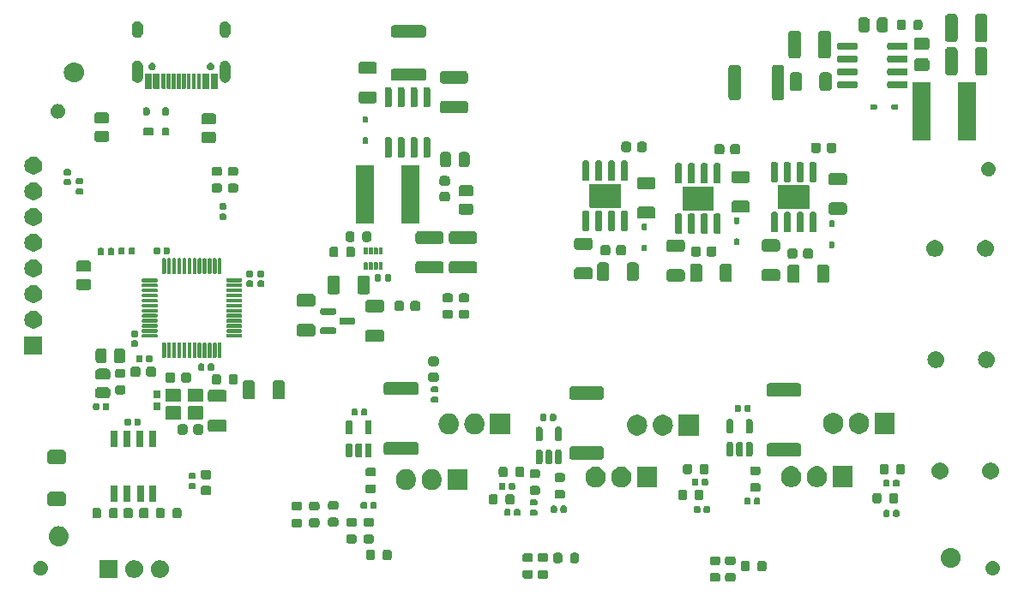
<source format=gts>
G04 #@! TF.GenerationSoftware,KiCad,Pcbnew,8.0.4-8.0.4-0~ubuntu22.04.1*
G04 #@! TF.CreationDate,2024-09-03T14:14:34+02:00*
G04 #@! TF.ProjectId,bldc_project,626c6463-5f70-4726-9f6a-6563742e6b69,rev?*
G04 #@! TF.SameCoordinates,Original*
G04 #@! TF.FileFunction,Soldermask,Top*
G04 #@! TF.FilePolarity,Negative*
%FSLAX46Y46*%
G04 Gerber Fmt 4.6, Leading zero omitted, Abs format (unit mm)*
G04 Created by KiCad (PCBNEW 8.0.4-8.0.4-0~ubuntu22.04.1) date 2024-09-03 14:14:34*
%MOMM*%
%LPD*%
G01*
G04 APERTURE LIST*
G04 APERTURE END LIST*
G36*
X111079047Y-137387805D02*
G01*
X111127661Y-137393445D01*
X111144271Y-137400779D01*
X111166079Y-137405117D01*
X111189425Y-137420716D01*
X111209012Y-137429365D01*
X111222390Y-137442743D01*
X111243291Y-137456709D01*
X111257256Y-137477609D01*
X111270634Y-137490987D01*
X111279281Y-137510572D01*
X111294883Y-137533921D01*
X111299221Y-137555731D01*
X111306554Y-137572338D01*
X111312192Y-137620942D01*
X111313000Y-137625000D01*
X111313000Y-138025000D01*
X111312192Y-138029059D01*
X111306554Y-138077661D01*
X111299221Y-138094266D01*
X111294883Y-138116079D01*
X111279280Y-138139429D01*
X111270634Y-138159012D01*
X111257258Y-138172387D01*
X111243291Y-138193291D01*
X111222387Y-138207258D01*
X111209012Y-138220634D01*
X111189429Y-138229280D01*
X111166079Y-138244883D01*
X111144266Y-138249221D01*
X111127661Y-138256554D01*
X111079059Y-138262192D01*
X111075000Y-138263000D01*
X110525000Y-138263000D01*
X110520942Y-138262192D01*
X110472338Y-138256554D01*
X110455731Y-138249221D01*
X110433921Y-138244883D01*
X110410572Y-138229281D01*
X110390987Y-138220634D01*
X110377609Y-138207256D01*
X110356709Y-138193291D01*
X110342743Y-138172390D01*
X110329365Y-138159012D01*
X110320716Y-138139425D01*
X110305117Y-138116079D01*
X110300779Y-138094271D01*
X110293445Y-138077661D01*
X110287805Y-138029047D01*
X110287000Y-138025000D01*
X110287000Y-137625000D01*
X110287804Y-137620954D01*
X110293445Y-137572338D01*
X110300779Y-137555727D01*
X110305117Y-137533921D01*
X110320715Y-137510576D01*
X110329365Y-137490987D01*
X110342745Y-137477606D01*
X110356709Y-137456709D01*
X110377606Y-137442745D01*
X110390987Y-137429365D01*
X110410576Y-137420715D01*
X110433921Y-137405117D01*
X110455727Y-137400779D01*
X110472338Y-137393445D01*
X110520954Y-137387804D01*
X110525000Y-137387000D01*
X111075000Y-137387000D01*
X111079047Y-137387805D01*
G37*
G36*
X112579047Y-137387805D02*
G01*
X112627661Y-137393445D01*
X112644271Y-137400779D01*
X112666079Y-137405117D01*
X112689425Y-137420716D01*
X112709012Y-137429365D01*
X112722390Y-137442743D01*
X112743291Y-137456709D01*
X112757256Y-137477609D01*
X112770634Y-137490987D01*
X112779281Y-137510572D01*
X112794883Y-137533921D01*
X112799221Y-137555731D01*
X112806554Y-137572338D01*
X112812192Y-137620942D01*
X112813000Y-137625000D01*
X112813000Y-138025000D01*
X112812192Y-138029059D01*
X112806554Y-138077661D01*
X112799221Y-138094266D01*
X112794883Y-138116079D01*
X112779280Y-138139429D01*
X112770634Y-138159012D01*
X112757258Y-138172387D01*
X112743291Y-138193291D01*
X112722387Y-138207258D01*
X112709012Y-138220634D01*
X112689429Y-138229280D01*
X112666079Y-138244883D01*
X112644266Y-138249221D01*
X112627661Y-138256554D01*
X112579059Y-138262192D01*
X112575000Y-138263000D01*
X112025000Y-138263000D01*
X112020942Y-138262192D01*
X111972338Y-138256554D01*
X111955731Y-138249221D01*
X111933921Y-138244883D01*
X111910572Y-138229281D01*
X111890987Y-138220634D01*
X111877609Y-138207256D01*
X111856709Y-138193291D01*
X111842743Y-138172390D01*
X111829365Y-138159012D01*
X111820716Y-138139425D01*
X111805117Y-138116079D01*
X111800779Y-138094271D01*
X111793445Y-138077661D01*
X111787805Y-138029047D01*
X111787000Y-138025000D01*
X111787000Y-137625000D01*
X111787804Y-137620954D01*
X111793445Y-137572338D01*
X111800779Y-137555727D01*
X111805117Y-137533921D01*
X111820715Y-137510576D01*
X111829365Y-137490987D01*
X111842745Y-137477606D01*
X111856709Y-137456709D01*
X111877606Y-137442745D01*
X111890987Y-137429365D01*
X111910576Y-137420715D01*
X111933921Y-137405117D01*
X111955727Y-137400779D01*
X111972338Y-137393445D01*
X112020954Y-137387804D01*
X112025000Y-137387000D01*
X112575000Y-137387000D01*
X112579047Y-137387805D01*
G37*
G36*
X92579047Y-137087805D02*
G01*
X92627661Y-137093445D01*
X92644271Y-137100779D01*
X92666079Y-137105117D01*
X92689425Y-137120716D01*
X92709012Y-137129365D01*
X92722390Y-137142743D01*
X92743291Y-137156709D01*
X92757256Y-137177609D01*
X92770634Y-137190987D01*
X92779281Y-137210572D01*
X92794883Y-137233921D01*
X92799221Y-137255731D01*
X92806554Y-137272338D01*
X92812192Y-137320942D01*
X92813000Y-137325000D01*
X92813000Y-137725000D01*
X92812192Y-137729059D01*
X92806554Y-137777661D01*
X92799221Y-137794266D01*
X92794883Y-137816079D01*
X92779280Y-137839429D01*
X92770634Y-137859012D01*
X92757258Y-137872387D01*
X92743291Y-137893291D01*
X92722387Y-137907258D01*
X92709012Y-137920634D01*
X92689429Y-137929280D01*
X92666079Y-137944883D01*
X92644266Y-137949221D01*
X92627661Y-137956554D01*
X92579059Y-137962192D01*
X92575000Y-137963000D01*
X92025000Y-137963000D01*
X92020942Y-137962192D01*
X91972338Y-137956554D01*
X91955731Y-137949221D01*
X91933921Y-137944883D01*
X91910572Y-137929281D01*
X91890987Y-137920634D01*
X91877609Y-137907256D01*
X91856709Y-137893291D01*
X91842743Y-137872390D01*
X91829365Y-137859012D01*
X91820716Y-137839425D01*
X91805117Y-137816079D01*
X91800779Y-137794271D01*
X91793445Y-137777661D01*
X91787805Y-137729047D01*
X91787000Y-137725000D01*
X91787000Y-137325000D01*
X91787804Y-137320954D01*
X91793445Y-137272338D01*
X91800779Y-137255727D01*
X91805117Y-137233921D01*
X91820715Y-137210576D01*
X91829365Y-137190987D01*
X91842745Y-137177606D01*
X91856709Y-137156709D01*
X91877606Y-137142745D01*
X91890987Y-137129365D01*
X91910576Y-137120715D01*
X91933921Y-137105117D01*
X91955727Y-137100779D01*
X91972338Y-137093445D01*
X92020954Y-137087804D01*
X92025000Y-137087000D01*
X92575000Y-137087000D01*
X92579047Y-137087805D01*
G37*
G36*
X94079047Y-137087805D02*
G01*
X94127661Y-137093445D01*
X94144271Y-137100779D01*
X94166079Y-137105117D01*
X94189425Y-137120716D01*
X94209012Y-137129365D01*
X94222390Y-137142743D01*
X94243291Y-137156709D01*
X94257256Y-137177609D01*
X94270634Y-137190987D01*
X94279281Y-137210572D01*
X94294883Y-137233921D01*
X94299221Y-137255731D01*
X94306554Y-137272338D01*
X94312192Y-137320942D01*
X94313000Y-137325000D01*
X94313000Y-137725000D01*
X94312192Y-137729059D01*
X94306554Y-137777661D01*
X94299221Y-137794266D01*
X94294883Y-137816079D01*
X94279280Y-137839429D01*
X94270634Y-137859012D01*
X94257258Y-137872387D01*
X94243291Y-137893291D01*
X94222387Y-137907258D01*
X94209012Y-137920634D01*
X94189429Y-137929280D01*
X94166079Y-137944883D01*
X94144266Y-137949221D01*
X94127661Y-137956554D01*
X94079059Y-137962192D01*
X94075000Y-137963000D01*
X93525000Y-137963000D01*
X93520942Y-137962192D01*
X93472338Y-137956554D01*
X93455731Y-137949221D01*
X93433921Y-137944883D01*
X93410572Y-137929281D01*
X93390987Y-137920634D01*
X93377609Y-137907256D01*
X93356709Y-137893291D01*
X93342743Y-137872390D01*
X93329365Y-137859012D01*
X93320716Y-137839425D01*
X93305117Y-137816079D01*
X93300779Y-137794271D01*
X93293445Y-137777661D01*
X93287805Y-137729047D01*
X93287000Y-137725000D01*
X93287000Y-137325000D01*
X93287804Y-137320954D01*
X93293445Y-137272338D01*
X93300779Y-137255727D01*
X93305117Y-137233921D01*
X93320715Y-137210576D01*
X93329365Y-137190987D01*
X93342745Y-137177606D01*
X93356709Y-137156709D01*
X93377606Y-137142745D01*
X93390987Y-137129365D01*
X93410576Y-137120715D01*
X93433921Y-137105117D01*
X93455727Y-137100779D01*
X93472338Y-137093445D01*
X93520954Y-137087804D01*
X93525000Y-137087000D01*
X94075000Y-137087000D01*
X94079047Y-137087805D01*
G37*
G36*
X51764542Y-136114893D02*
G01*
X51776870Y-136123130D01*
X51785107Y-136135458D01*
X51788000Y-136150000D01*
X51788000Y-137850000D01*
X51785107Y-137864542D01*
X51776870Y-137876870D01*
X51764542Y-137885107D01*
X51750000Y-137888000D01*
X50050000Y-137888000D01*
X50035458Y-137885107D01*
X50023130Y-137876870D01*
X50014893Y-137864542D01*
X50012000Y-137850000D01*
X50012000Y-136150000D01*
X50014893Y-136135458D01*
X50023130Y-136123130D01*
X50035458Y-136114893D01*
X50050000Y-136112000D01*
X51750000Y-136112000D01*
X51764542Y-136114893D01*
G37*
G36*
X53714407Y-136155462D02*
G01*
X53884000Y-136230969D01*
X54034188Y-136340087D01*
X54158407Y-136478047D01*
X54251228Y-136638818D01*
X54308595Y-136815374D01*
X54328000Y-137000000D01*
X54308595Y-137184626D01*
X54251228Y-137361182D01*
X54158407Y-137521953D01*
X54034188Y-137659913D01*
X53884000Y-137769031D01*
X53714407Y-137844538D01*
X53532821Y-137883135D01*
X53347179Y-137883135D01*
X53165593Y-137844538D01*
X52996000Y-137769031D01*
X52845812Y-137659913D01*
X52721593Y-137521953D01*
X52628772Y-137361182D01*
X52571405Y-137184626D01*
X52552000Y-137000000D01*
X52571405Y-136815374D01*
X52628772Y-136638818D01*
X52721593Y-136478047D01*
X52845812Y-136340087D01*
X52996000Y-136230969D01*
X53165593Y-136155462D01*
X53347179Y-136116865D01*
X53532821Y-136116865D01*
X53714407Y-136155462D01*
G37*
G36*
X56254407Y-136155462D02*
G01*
X56424000Y-136230969D01*
X56574188Y-136340087D01*
X56698407Y-136478047D01*
X56791228Y-136638818D01*
X56848595Y-136815374D01*
X56868000Y-137000000D01*
X56848595Y-137184626D01*
X56791228Y-137361182D01*
X56698407Y-137521953D01*
X56574188Y-137659913D01*
X56424000Y-137769031D01*
X56254407Y-137844538D01*
X56072821Y-137883135D01*
X55887179Y-137883135D01*
X55705593Y-137844538D01*
X55536000Y-137769031D01*
X55385812Y-137659913D01*
X55261593Y-137521953D01*
X55168772Y-137361182D01*
X55111405Y-137184626D01*
X55092000Y-137000000D01*
X55111405Y-136815374D01*
X55168772Y-136638818D01*
X55261593Y-136478047D01*
X55385812Y-136340087D01*
X55536000Y-136230969D01*
X55705593Y-136155462D01*
X55887179Y-136116865D01*
X56072821Y-136116865D01*
X56254407Y-136155462D01*
G37*
G36*
X44361105Y-136194152D02*
G01*
X44514132Y-136247699D01*
X44651407Y-136333954D01*
X44766046Y-136448593D01*
X44852301Y-136585868D01*
X44905848Y-136738895D01*
X44924000Y-136900000D01*
X44905848Y-137061105D01*
X44852301Y-137214132D01*
X44766046Y-137351407D01*
X44651407Y-137466046D01*
X44514132Y-137552301D01*
X44361105Y-137605848D01*
X44200000Y-137624000D01*
X44038895Y-137605848D01*
X43885868Y-137552301D01*
X43748593Y-137466046D01*
X43633954Y-137351407D01*
X43547699Y-137214132D01*
X43494152Y-137061105D01*
X43476000Y-136900000D01*
X43494152Y-136738895D01*
X43547699Y-136585868D01*
X43633954Y-136448593D01*
X43748593Y-136333954D01*
X43885868Y-136247699D01*
X44038895Y-136194152D01*
X44200000Y-136176000D01*
X44361105Y-136194152D01*
G37*
G36*
X138361105Y-136194152D02*
G01*
X138514132Y-136247699D01*
X138651407Y-136333954D01*
X138766046Y-136448593D01*
X138852301Y-136585868D01*
X138905848Y-136738895D01*
X138924000Y-136900000D01*
X138905848Y-137061105D01*
X138852301Y-137214132D01*
X138766046Y-137351407D01*
X138651407Y-137466046D01*
X138514132Y-137552301D01*
X138361105Y-137605848D01*
X138200000Y-137624000D01*
X138038895Y-137605848D01*
X137885868Y-137552301D01*
X137748593Y-137466046D01*
X137633954Y-137351407D01*
X137547699Y-137214132D01*
X137494152Y-137061105D01*
X137476000Y-136900000D01*
X137494152Y-136738895D01*
X137547699Y-136585868D01*
X137633954Y-136448593D01*
X137748593Y-136333954D01*
X137885868Y-136247699D01*
X138038895Y-136194152D01*
X138200000Y-136176000D01*
X138361105Y-136194152D01*
G37*
G36*
X113979047Y-136187805D02*
G01*
X114027661Y-136193445D01*
X114044271Y-136200779D01*
X114066079Y-136205117D01*
X114089425Y-136220716D01*
X114109012Y-136229365D01*
X114122390Y-136242743D01*
X114143291Y-136256709D01*
X114157256Y-136277609D01*
X114170634Y-136290987D01*
X114179281Y-136310572D01*
X114194883Y-136333921D01*
X114199221Y-136355731D01*
X114206554Y-136372338D01*
X114212192Y-136420942D01*
X114213000Y-136425000D01*
X114213000Y-136975000D01*
X114212192Y-136979059D01*
X114206554Y-137027661D01*
X114199221Y-137044266D01*
X114194883Y-137066079D01*
X114179280Y-137089429D01*
X114170634Y-137109012D01*
X114157258Y-137122387D01*
X114143291Y-137143291D01*
X114122387Y-137157258D01*
X114109012Y-137170634D01*
X114089429Y-137179280D01*
X114066079Y-137194883D01*
X114044266Y-137199221D01*
X114027661Y-137206554D01*
X113979059Y-137212192D01*
X113975000Y-137213000D01*
X113575000Y-137213000D01*
X113570942Y-137212192D01*
X113522338Y-137206554D01*
X113505731Y-137199221D01*
X113483921Y-137194883D01*
X113460572Y-137179281D01*
X113440987Y-137170634D01*
X113427609Y-137157256D01*
X113406709Y-137143291D01*
X113392743Y-137122390D01*
X113379365Y-137109012D01*
X113370716Y-137089425D01*
X113355117Y-137066079D01*
X113350779Y-137044271D01*
X113343445Y-137027661D01*
X113337805Y-136979047D01*
X113337000Y-136975000D01*
X113337000Y-136425000D01*
X113337804Y-136420954D01*
X113343445Y-136372338D01*
X113350779Y-136355727D01*
X113355117Y-136333921D01*
X113370715Y-136310576D01*
X113379365Y-136290987D01*
X113392745Y-136277606D01*
X113406709Y-136256709D01*
X113427606Y-136242745D01*
X113440987Y-136229365D01*
X113460576Y-136220715D01*
X113483921Y-136205117D01*
X113505727Y-136200779D01*
X113522338Y-136193445D01*
X113570954Y-136187804D01*
X113575000Y-136187000D01*
X113975000Y-136187000D01*
X113979047Y-136187805D01*
G37*
G36*
X115629047Y-136187805D02*
G01*
X115677661Y-136193445D01*
X115694271Y-136200779D01*
X115716079Y-136205117D01*
X115739425Y-136220716D01*
X115759012Y-136229365D01*
X115772390Y-136242743D01*
X115793291Y-136256709D01*
X115807256Y-136277609D01*
X115820634Y-136290987D01*
X115829281Y-136310572D01*
X115844883Y-136333921D01*
X115849221Y-136355731D01*
X115856554Y-136372338D01*
X115862192Y-136420942D01*
X115863000Y-136425000D01*
X115863000Y-136975000D01*
X115862192Y-136979059D01*
X115856554Y-137027661D01*
X115849221Y-137044266D01*
X115844883Y-137066079D01*
X115829280Y-137089429D01*
X115820634Y-137109012D01*
X115807258Y-137122387D01*
X115793291Y-137143291D01*
X115772387Y-137157258D01*
X115759012Y-137170634D01*
X115739429Y-137179280D01*
X115716079Y-137194883D01*
X115694266Y-137199221D01*
X115677661Y-137206554D01*
X115629059Y-137212192D01*
X115625000Y-137213000D01*
X115225000Y-137213000D01*
X115220942Y-137212192D01*
X115172338Y-137206554D01*
X115155731Y-137199221D01*
X115133921Y-137194883D01*
X115110572Y-137179281D01*
X115090987Y-137170634D01*
X115077609Y-137157256D01*
X115056709Y-137143291D01*
X115042743Y-137122390D01*
X115029365Y-137109012D01*
X115020716Y-137089425D01*
X115005117Y-137066079D01*
X115000779Y-137044271D01*
X114993445Y-137027661D01*
X114987805Y-136979047D01*
X114987000Y-136975000D01*
X114987000Y-136425000D01*
X114987804Y-136420954D01*
X114993445Y-136372338D01*
X115000779Y-136355727D01*
X115005117Y-136333921D01*
X115020715Y-136310576D01*
X115029365Y-136290987D01*
X115042745Y-136277606D01*
X115056709Y-136256709D01*
X115077606Y-136242745D01*
X115090987Y-136229365D01*
X115110576Y-136220715D01*
X115133921Y-136205117D01*
X115155727Y-136200779D01*
X115172338Y-136193445D01*
X115220954Y-136187804D01*
X115225000Y-136187000D01*
X115625000Y-136187000D01*
X115629047Y-136187805D01*
G37*
G36*
X134245090Y-134919215D02*
G01*
X134432683Y-134976120D01*
X134605570Y-135068530D01*
X134757107Y-135192893D01*
X134881470Y-135344430D01*
X134973880Y-135517317D01*
X135030785Y-135704910D01*
X135050000Y-135900000D01*
X135030785Y-136095090D01*
X134973880Y-136282683D01*
X134881470Y-136455570D01*
X134757107Y-136607107D01*
X134605570Y-136731470D01*
X134432683Y-136823880D01*
X134245090Y-136880785D01*
X134050000Y-136900000D01*
X133854910Y-136880785D01*
X133667317Y-136823880D01*
X133494430Y-136731470D01*
X133342893Y-136607107D01*
X133218530Y-136455570D01*
X133126120Y-136282683D01*
X133069215Y-136095090D01*
X133050000Y-135900000D01*
X133069215Y-135704910D01*
X133126120Y-135517317D01*
X133218530Y-135344430D01*
X133342893Y-135192893D01*
X133494430Y-135068530D01*
X133667317Y-134976120D01*
X133854910Y-134919215D01*
X134050000Y-134900000D01*
X134245090Y-134919215D01*
G37*
G36*
X111079047Y-135737805D02*
G01*
X111127661Y-135743445D01*
X111144271Y-135750779D01*
X111166079Y-135755117D01*
X111189425Y-135770716D01*
X111209012Y-135779365D01*
X111222390Y-135792743D01*
X111243291Y-135806709D01*
X111257256Y-135827609D01*
X111270634Y-135840987D01*
X111279281Y-135860572D01*
X111294883Y-135883921D01*
X111299221Y-135905731D01*
X111306554Y-135922338D01*
X111312192Y-135970942D01*
X111313000Y-135975000D01*
X111313000Y-136375000D01*
X111312192Y-136379059D01*
X111306554Y-136427661D01*
X111299221Y-136444266D01*
X111294883Y-136466079D01*
X111279280Y-136489429D01*
X111270634Y-136509012D01*
X111257258Y-136522387D01*
X111243291Y-136543291D01*
X111222387Y-136557258D01*
X111209012Y-136570634D01*
X111189429Y-136579280D01*
X111166079Y-136594883D01*
X111144266Y-136599221D01*
X111127661Y-136606554D01*
X111079059Y-136612192D01*
X111075000Y-136613000D01*
X110525000Y-136613000D01*
X110520942Y-136612192D01*
X110472338Y-136606554D01*
X110455731Y-136599221D01*
X110433921Y-136594883D01*
X110410572Y-136579281D01*
X110390987Y-136570634D01*
X110377609Y-136557256D01*
X110356709Y-136543291D01*
X110342743Y-136522390D01*
X110329365Y-136509012D01*
X110320716Y-136489425D01*
X110305117Y-136466079D01*
X110300779Y-136444271D01*
X110293445Y-136427661D01*
X110287805Y-136379047D01*
X110287000Y-136375000D01*
X110287000Y-135975000D01*
X110287804Y-135970954D01*
X110293445Y-135922338D01*
X110300779Y-135905727D01*
X110305117Y-135883921D01*
X110320715Y-135860576D01*
X110329365Y-135840987D01*
X110342745Y-135827606D01*
X110356709Y-135806709D01*
X110377606Y-135792745D01*
X110390987Y-135779365D01*
X110410576Y-135770715D01*
X110433921Y-135755117D01*
X110455727Y-135750779D01*
X110472338Y-135743445D01*
X110520954Y-135737804D01*
X110525000Y-135737000D01*
X111075000Y-135737000D01*
X111079047Y-135737805D01*
G37*
G36*
X112579047Y-135737805D02*
G01*
X112627661Y-135743445D01*
X112644271Y-135750779D01*
X112666079Y-135755117D01*
X112689425Y-135770716D01*
X112709012Y-135779365D01*
X112722390Y-135792743D01*
X112743291Y-135806709D01*
X112757256Y-135827609D01*
X112770634Y-135840987D01*
X112779281Y-135860572D01*
X112794883Y-135883921D01*
X112799221Y-135905731D01*
X112806554Y-135922338D01*
X112812192Y-135970942D01*
X112813000Y-135975000D01*
X112813000Y-136375000D01*
X112812192Y-136379059D01*
X112806554Y-136427661D01*
X112799221Y-136444266D01*
X112794883Y-136466079D01*
X112779280Y-136489429D01*
X112770634Y-136509012D01*
X112757258Y-136522387D01*
X112743291Y-136543291D01*
X112722387Y-136557258D01*
X112709012Y-136570634D01*
X112689429Y-136579280D01*
X112666079Y-136594883D01*
X112644266Y-136599221D01*
X112627661Y-136606554D01*
X112579059Y-136612192D01*
X112575000Y-136613000D01*
X112025000Y-136613000D01*
X112020942Y-136612192D01*
X111972338Y-136606554D01*
X111955731Y-136599221D01*
X111933921Y-136594883D01*
X111910572Y-136579281D01*
X111890987Y-136570634D01*
X111877609Y-136557256D01*
X111856709Y-136543291D01*
X111842743Y-136522390D01*
X111829365Y-136509012D01*
X111820716Y-136489425D01*
X111805117Y-136466079D01*
X111800779Y-136444271D01*
X111793445Y-136427661D01*
X111787805Y-136379047D01*
X111787000Y-136375000D01*
X111787000Y-135975000D01*
X111787804Y-135970954D01*
X111793445Y-135922338D01*
X111800779Y-135905727D01*
X111805117Y-135883921D01*
X111820715Y-135860576D01*
X111829365Y-135840987D01*
X111842745Y-135827606D01*
X111856709Y-135806709D01*
X111877606Y-135792745D01*
X111890987Y-135779365D01*
X111910576Y-135770715D01*
X111933921Y-135755117D01*
X111955727Y-135750779D01*
X111972338Y-135743445D01*
X112020954Y-135737804D01*
X112025000Y-135737000D01*
X112575000Y-135737000D01*
X112579047Y-135737805D01*
G37*
G36*
X95479047Y-135387805D02*
G01*
X95527661Y-135393445D01*
X95544271Y-135400779D01*
X95566079Y-135405117D01*
X95589425Y-135420716D01*
X95609012Y-135429365D01*
X95622390Y-135442743D01*
X95643291Y-135456709D01*
X95657256Y-135477609D01*
X95670634Y-135490987D01*
X95679281Y-135510572D01*
X95694883Y-135533921D01*
X95699221Y-135555731D01*
X95706554Y-135572338D01*
X95712192Y-135620942D01*
X95713000Y-135625000D01*
X95713000Y-136175000D01*
X95712192Y-136179059D01*
X95706554Y-136227661D01*
X95699221Y-136244266D01*
X95694883Y-136266079D01*
X95679280Y-136289429D01*
X95670634Y-136309012D01*
X95657258Y-136322387D01*
X95643291Y-136343291D01*
X95622387Y-136357258D01*
X95609012Y-136370634D01*
X95589429Y-136379280D01*
X95566079Y-136394883D01*
X95544266Y-136399221D01*
X95527661Y-136406554D01*
X95479059Y-136412192D01*
X95475000Y-136413000D01*
X95075000Y-136413000D01*
X95070942Y-136412192D01*
X95022338Y-136406554D01*
X95005731Y-136399221D01*
X94983921Y-136394883D01*
X94960572Y-136379281D01*
X94940987Y-136370634D01*
X94927609Y-136357256D01*
X94906709Y-136343291D01*
X94892743Y-136322390D01*
X94879365Y-136309012D01*
X94870716Y-136289425D01*
X94855117Y-136266079D01*
X94850779Y-136244271D01*
X94843445Y-136227661D01*
X94837805Y-136179047D01*
X94837000Y-136175000D01*
X94837000Y-135625000D01*
X94837804Y-135620954D01*
X94843445Y-135572338D01*
X94850779Y-135555727D01*
X94855117Y-135533921D01*
X94870715Y-135510576D01*
X94879365Y-135490987D01*
X94892745Y-135477606D01*
X94906709Y-135456709D01*
X94927606Y-135442745D01*
X94940987Y-135429365D01*
X94960576Y-135420715D01*
X94983921Y-135405117D01*
X95005727Y-135400779D01*
X95022338Y-135393445D01*
X95070954Y-135387804D01*
X95075000Y-135387000D01*
X95475000Y-135387000D01*
X95479047Y-135387805D01*
G37*
G36*
X97129047Y-135387805D02*
G01*
X97177661Y-135393445D01*
X97194271Y-135400779D01*
X97216079Y-135405117D01*
X97239425Y-135420716D01*
X97259012Y-135429365D01*
X97272390Y-135442743D01*
X97293291Y-135456709D01*
X97307256Y-135477609D01*
X97320634Y-135490987D01*
X97329281Y-135510572D01*
X97344883Y-135533921D01*
X97349221Y-135555731D01*
X97356554Y-135572338D01*
X97362192Y-135620942D01*
X97363000Y-135625000D01*
X97363000Y-136175000D01*
X97362192Y-136179059D01*
X97356554Y-136227661D01*
X97349221Y-136244266D01*
X97344883Y-136266079D01*
X97329280Y-136289429D01*
X97320634Y-136309012D01*
X97307258Y-136322387D01*
X97293291Y-136343291D01*
X97272387Y-136357258D01*
X97259012Y-136370634D01*
X97239429Y-136379280D01*
X97216079Y-136394883D01*
X97194266Y-136399221D01*
X97177661Y-136406554D01*
X97129059Y-136412192D01*
X97125000Y-136413000D01*
X96725000Y-136413000D01*
X96720942Y-136412192D01*
X96672338Y-136406554D01*
X96655731Y-136399221D01*
X96633921Y-136394883D01*
X96610572Y-136379281D01*
X96590987Y-136370634D01*
X96577609Y-136357256D01*
X96556709Y-136343291D01*
X96542743Y-136322390D01*
X96529365Y-136309012D01*
X96520716Y-136289425D01*
X96505117Y-136266079D01*
X96500779Y-136244271D01*
X96493445Y-136227661D01*
X96487805Y-136179047D01*
X96487000Y-136175000D01*
X96487000Y-135625000D01*
X96487804Y-135620954D01*
X96493445Y-135572338D01*
X96500779Y-135555727D01*
X96505117Y-135533921D01*
X96520715Y-135510576D01*
X96529365Y-135490987D01*
X96542745Y-135477606D01*
X96556709Y-135456709D01*
X96577606Y-135442745D01*
X96590987Y-135429365D01*
X96610576Y-135420715D01*
X96633921Y-135405117D01*
X96655727Y-135400779D01*
X96672338Y-135393445D01*
X96720954Y-135387804D01*
X96725000Y-135387000D01*
X97125000Y-135387000D01*
X97129047Y-135387805D01*
G37*
G36*
X92579047Y-135437805D02*
G01*
X92627661Y-135443445D01*
X92644271Y-135450779D01*
X92666079Y-135455117D01*
X92689425Y-135470716D01*
X92709012Y-135479365D01*
X92722390Y-135492743D01*
X92743291Y-135506709D01*
X92757256Y-135527609D01*
X92770634Y-135540987D01*
X92779281Y-135560572D01*
X92794883Y-135583921D01*
X92799221Y-135605731D01*
X92806554Y-135622338D01*
X92812192Y-135670942D01*
X92813000Y-135675000D01*
X92813000Y-136075000D01*
X92812192Y-136079059D01*
X92806554Y-136127661D01*
X92799221Y-136144266D01*
X92794883Y-136166079D01*
X92779280Y-136189429D01*
X92770634Y-136209012D01*
X92757258Y-136222387D01*
X92743291Y-136243291D01*
X92722387Y-136257258D01*
X92709012Y-136270634D01*
X92689429Y-136279280D01*
X92666079Y-136294883D01*
X92644266Y-136299221D01*
X92627661Y-136306554D01*
X92579059Y-136312192D01*
X92575000Y-136313000D01*
X92025000Y-136313000D01*
X92020942Y-136312192D01*
X91972338Y-136306554D01*
X91955731Y-136299221D01*
X91933921Y-136294883D01*
X91910572Y-136279281D01*
X91890987Y-136270634D01*
X91877609Y-136257256D01*
X91856709Y-136243291D01*
X91842743Y-136222390D01*
X91829365Y-136209012D01*
X91820716Y-136189425D01*
X91805117Y-136166079D01*
X91800779Y-136144271D01*
X91793445Y-136127661D01*
X91787805Y-136079047D01*
X91787000Y-136075000D01*
X91787000Y-135675000D01*
X91787804Y-135670954D01*
X91793445Y-135622338D01*
X91800779Y-135605727D01*
X91805117Y-135583921D01*
X91820715Y-135560576D01*
X91829365Y-135540987D01*
X91842745Y-135527606D01*
X91856709Y-135506709D01*
X91877606Y-135492745D01*
X91890987Y-135479365D01*
X91910576Y-135470715D01*
X91933921Y-135455117D01*
X91955727Y-135450779D01*
X91972338Y-135443445D01*
X92020954Y-135437804D01*
X92025000Y-135437000D01*
X92575000Y-135437000D01*
X92579047Y-135437805D01*
G37*
G36*
X94079047Y-135437805D02*
G01*
X94127661Y-135443445D01*
X94144271Y-135450779D01*
X94166079Y-135455117D01*
X94189425Y-135470716D01*
X94209012Y-135479365D01*
X94222390Y-135492743D01*
X94243291Y-135506709D01*
X94257256Y-135527609D01*
X94270634Y-135540987D01*
X94279281Y-135560572D01*
X94294883Y-135583921D01*
X94299221Y-135605731D01*
X94306554Y-135622338D01*
X94312192Y-135670942D01*
X94313000Y-135675000D01*
X94313000Y-136075000D01*
X94312192Y-136079059D01*
X94306554Y-136127661D01*
X94299221Y-136144266D01*
X94294883Y-136166079D01*
X94279280Y-136189429D01*
X94270634Y-136209012D01*
X94257258Y-136222387D01*
X94243291Y-136243291D01*
X94222387Y-136257258D01*
X94209012Y-136270634D01*
X94189429Y-136279280D01*
X94166079Y-136294883D01*
X94144266Y-136299221D01*
X94127661Y-136306554D01*
X94079059Y-136312192D01*
X94075000Y-136313000D01*
X93525000Y-136313000D01*
X93520942Y-136312192D01*
X93472338Y-136306554D01*
X93455731Y-136299221D01*
X93433921Y-136294883D01*
X93410572Y-136279281D01*
X93390987Y-136270634D01*
X93377609Y-136257256D01*
X93356709Y-136243291D01*
X93342743Y-136222390D01*
X93329365Y-136209012D01*
X93320716Y-136189425D01*
X93305117Y-136166079D01*
X93300779Y-136144271D01*
X93293445Y-136127661D01*
X93287805Y-136079047D01*
X93287000Y-136075000D01*
X93287000Y-135675000D01*
X93287804Y-135670954D01*
X93293445Y-135622338D01*
X93300779Y-135605727D01*
X93305117Y-135583921D01*
X93320715Y-135560576D01*
X93329365Y-135540987D01*
X93342745Y-135527606D01*
X93356709Y-135506709D01*
X93377606Y-135492745D01*
X93390987Y-135479365D01*
X93410576Y-135470715D01*
X93433921Y-135455117D01*
X93455727Y-135450779D01*
X93472338Y-135443445D01*
X93520954Y-135437804D01*
X93525000Y-135437000D01*
X94075000Y-135437000D01*
X94079047Y-135437805D01*
G37*
G36*
X76979047Y-135087805D02*
G01*
X77027661Y-135093445D01*
X77044271Y-135100779D01*
X77066079Y-135105117D01*
X77089425Y-135120716D01*
X77109012Y-135129365D01*
X77122390Y-135142743D01*
X77143291Y-135156709D01*
X77157256Y-135177609D01*
X77170634Y-135190987D01*
X77179281Y-135210572D01*
X77194883Y-135233921D01*
X77199221Y-135255731D01*
X77206554Y-135272338D01*
X77212192Y-135320942D01*
X77213000Y-135325000D01*
X77213000Y-135875000D01*
X77212192Y-135879059D01*
X77206554Y-135927661D01*
X77199221Y-135944266D01*
X77194883Y-135966079D01*
X77179280Y-135989429D01*
X77170634Y-136009012D01*
X77157258Y-136022387D01*
X77143291Y-136043291D01*
X77122387Y-136057258D01*
X77109012Y-136070634D01*
X77089429Y-136079280D01*
X77066079Y-136094883D01*
X77044266Y-136099221D01*
X77027661Y-136106554D01*
X76979059Y-136112192D01*
X76975000Y-136113000D01*
X76575000Y-136113000D01*
X76570942Y-136112192D01*
X76522338Y-136106554D01*
X76505731Y-136099221D01*
X76483921Y-136094883D01*
X76460572Y-136079281D01*
X76440987Y-136070634D01*
X76427609Y-136057256D01*
X76406709Y-136043291D01*
X76392743Y-136022390D01*
X76379365Y-136009012D01*
X76370716Y-135989425D01*
X76355117Y-135966079D01*
X76350779Y-135944271D01*
X76343445Y-135927661D01*
X76337805Y-135879047D01*
X76337000Y-135875000D01*
X76337000Y-135325000D01*
X76337804Y-135320954D01*
X76343445Y-135272338D01*
X76350779Y-135255727D01*
X76355117Y-135233921D01*
X76370715Y-135210576D01*
X76379365Y-135190987D01*
X76392745Y-135177606D01*
X76406709Y-135156709D01*
X76427606Y-135142745D01*
X76440987Y-135129365D01*
X76460576Y-135120715D01*
X76483921Y-135105117D01*
X76505727Y-135100779D01*
X76522338Y-135093445D01*
X76570954Y-135087804D01*
X76575000Y-135087000D01*
X76975000Y-135087000D01*
X76979047Y-135087805D01*
G37*
G36*
X78629047Y-135087805D02*
G01*
X78677661Y-135093445D01*
X78694271Y-135100779D01*
X78716079Y-135105117D01*
X78739425Y-135120716D01*
X78759012Y-135129365D01*
X78772390Y-135142743D01*
X78793291Y-135156709D01*
X78807256Y-135177609D01*
X78820634Y-135190987D01*
X78829281Y-135210572D01*
X78844883Y-135233921D01*
X78849221Y-135255731D01*
X78856554Y-135272338D01*
X78862192Y-135320942D01*
X78863000Y-135325000D01*
X78863000Y-135875000D01*
X78862192Y-135879059D01*
X78856554Y-135927661D01*
X78849221Y-135944266D01*
X78844883Y-135966079D01*
X78829280Y-135989429D01*
X78820634Y-136009012D01*
X78807258Y-136022387D01*
X78793291Y-136043291D01*
X78772387Y-136057258D01*
X78759012Y-136070634D01*
X78739429Y-136079280D01*
X78716079Y-136094883D01*
X78694266Y-136099221D01*
X78677661Y-136106554D01*
X78629059Y-136112192D01*
X78625000Y-136113000D01*
X78225000Y-136113000D01*
X78220942Y-136112192D01*
X78172338Y-136106554D01*
X78155731Y-136099221D01*
X78133921Y-136094883D01*
X78110572Y-136079281D01*
X78090987Y-136070634D01*
X78077609Y-136057256D01*
X78056709Y-136043291D01*
X78042743Y-136022390D01*
X78029365Y-136009012D01*
X78020716Y-135989425D01*
X78005117Y-135966079D01*
X78000779Y-135944271D01*
X77993445Y-135927661D01*
X77987805Y-135879047D01*
X77987000Y-135875000D01*
X77987000Y-135325000D01*
X77987804Y-135320954D01*
X77993445Y-135272338D01*
X78000779Y-135255727D01*
X78005117Y-135233921D01*
X78020715Y-135210576D01*
X78029365Y-135190987D01*
X78042745Y-135177606D01*
X78056709Y-135156709D01*
X78077606Y-135142745D01*
X78090987Y-135129365D01*
X78110576Y-135120715D01*
X78133921Y-135105117D01*
X78155727Y-135100779D01*
X78172338Y-135093445D01*
X78220954Y-135087804D01*
X78225000Y-135087000D01*
X78625000Y-135087000D01*
X78629047Y-135087805D01*
G37*
G36*
X46195090Y-132769215D02*
G01*
X46382683Y-132826120D01*
X46555570Y-132918530D01*
X46707107Y-133042893D01*
X46831470Y-133194430D01*
X46923880Y-133367317D01*
X46980785Y-133554910D01*
X47000000Y-133750000D01*
X46980785Y-133945090D01*
X46923880Y-134132683D01*
X46831470Y-134305570D01*
X46707107Y-134457107D01*
X46555570Y-134581470D01*
X46382683Y-134673880D01*
X46195090Y-134730785D01*
X46000000Y-134750000D01*
X45804910Y-134730785D01*
X45617317Y-134673880D01*
X45444430Y-134581470D01*
X45292893Y-134457107D01*
X45168530Y-134305570D01*
X45076120Y-134132683D01*
X45019215Y-133945090D01*
X45000000Y-133750000D01*
X45019215Y-133554910D01*
X45076120Y-133367317D01*
X45168530Y-133194430D01*
X45292893Y-133042893D01*
X45444430Y-132918530D01*
X45617317Y-132826120D01*
X45804910Y-132769215D01*
X46000000Y-132750000D01*
X46195090Y-132769215D01*
G37*
G36*
X75179047Y-133587805D02*
G01*
X75227661Y-133593445D01*
X75244271Y-133600779D01*
X75266079Y-133605117D01*
X75289425Y-133620716D01*
X75309012Y-133629365D01*
X75322390Y-133642743D01*
X75343291Y-133656709D01*
X75357256Y-133677609D01*
X75370634Y-133690987D01*
X75379281Y-133710572D01*
X75394883Y-133733921D01*
X75399221Y-133755731D01*
X75406554Y-133772338D01*
X75412192Y-133820942D01*
X75413000Y-133825000D01*
X75413000Y-134225000D01*
X75412192Y-134229059D01*
X75406554Y-134277661D01*
X75399221Y-134294266D01*
X75394883Y-134316079D01*
X75379280Y-134339429D01*
X75370634Y-134359012D01*
X75357258Y-134372387D01*
X75343291Y-134393291D01*
X75322387Y-134407258D01*
X75309012Y-134420634D01*
X75289429Y-134429280D01*
X75266079Y-134444883D01*
X75244266Y-134449221D01*
X75227661Y-134456554D01*
X75179059Y-134462192D01*
X75175000Y-134463000D01*
X74625000Y-134463000D01*
X74620942Y-134462192D01*
X74572338Y-134456554D01*
X74555731Y-134449221D01*
X74533921Y-134444883D01*
X74510572Y-134429281D01*
X74490987Y-134420634D01*
X74477609Y-134407256D01*
X74456709Y-134393291D01*
X74442743Y-134372390D01*
X74429365Y-134359012D01*
X74420716Y-134339425D01*
X74405117Y-134316079D01*
X74400779Y-134294271D01*
X74393445Y-134277661D01*
X74387805Y-134229047D01*
X74387000Y-134225000D01*
X74387000Y-133825000D01*
X74387804Y-133820954D01*
X74393445Y-133772338D01*
X74400779Y-133755727D01*
X74405117Y-133733921D01*
X74420715Y-133710576D01*
X74429365Y-133690987D01*
X74442745Y-133677606D01*
X74456709Y-133656709D01*
X74477606Y-133642745D01*
X74490987Y-133629365D01*
X74510576Y-133620715D01*
X74533921Y-133605117D01*
X74555727Y-133600779D01*
X74572338Y-133593445D01*
X74620954Y-133587804D01*
X74625000Y-133587000D01*
X75175000Y-133587000D01*
X75179047Y-133587805D01*
G37*
G36*
X76879047Y-133587805D02*
G01*
X76927661Y-133593445D01*
X76944271Y-133600779D01*
X76966079Y-133605117D01*
X76989425Y-133620716D01*
X77009012Y-133629365D01*
X77022390Y-133642743D01*
X77043291Y-133656709D01*
X77057256Y-133677609D01*
X77070634Y-133690987D01*
X77079281Y-133710572D01*
X77094883Y-133733921D01*
X77099221Y-133755731D01*
X77106554Y-133772338D01*
X77112192Y-133820942D01*
X77113000Y-133825000D01*
X77113000Y-134225000D01*
X77112192Y-134229059D01*
X77106554Y-134277661D01*
X77099221Y-134294266D01*
X77094883Y-134316079D01*
X77079280Y-134339429D01*
X77070634Y-134359012D01*
X77057258Y-134372387D01*
X77043291Y-134393291D01*
X77022387Y-134407258D01*
X77009012Y-134420634D01*
X76989429Y-134429280D01*
X76966079Y-134444883D01*
X76944266Y-134449221D01*
X76927661Y-134456554D01*
X76879059Y-134462192D01*
X76875000Y-134463000D01*
X76325000Y-134463000D01*
X76320942Y-134462192D01*
X76272338Y-134456554D01*
X76255731Y-134449221D01*
X76233921Y-134444883D01*
X76210572Y-134429281D01*
X76190987Y-134420634D01*
X76177609Y-134407256D01*
X76156709Y-134393291D01*
X76142743Y-134372390D01*
X76129365Y-134359012D01*
X76120716Y-134339425D01*
X76105117Y-134316079D01*
X76100779Y-134294271D01*
X76093445Y-134277661D01*
X76087805Y-134229047D01*
X76087000Y-134225000D01*
X76087000Y-133825000D01*
X76087804Y-133820954D01*
X76093445Y-133772338D01*
X76100779Y-133755727D01*
X76105117Y-133733921D01*
X76120715Y-133710576D01*
X76129365Y-133690987D01*
X76142745Y-133677606D01*
X76156709Y-133656709D01*
X76177606Y-133642745D01*
X76190987Y-133629365D01*
X76210576Y-133620715D01*
X76233921Y-133605117D01*
X76255727Y-133600779D01*
X76272338Y-133593445D01*
X76320954Y-133587804D01*
X76325000Y-133587000D01*
X76875000Y-133587000D01*
X76879047Y-133587805D01*
G37*
G36*
X69779047Y-132012805D02*
G01*
X69827661Y-132018445D01*
X69844271Y-132025779D01*
X69866079Y-132030117D01*
X69889425Y-132045716D01*
X69909012Y-132054365D01*
X69922390Y-132067743D01*
X69943291Y-132081709D01*
X69957256Y-132102609D01*
X69970634Y-132115987D01*
X69979281Y-132135572D01*
X69994883Y-132158921D01*
X69999221Y-132180731D01*
X70006554Y-132197338D01*
X70012192Y-132245942D01*
X70013000Y-132250000D01*
X70013000Y-132650000D01*
X70012192Y-132654059D01*
X70006554Y-132702661D01*
X69999221Y-132719266D01*
X69994883Y-132741079D01*
X69979280Y-132764429D01*
X69970634Y-132784012D01*
X69957258Y-132797387D01*
X69943291Y-132818291D01*
X69922387Y-132832258D01*
X69909012Y-132845634D01*
X69889429Y-132854280D01*
X69866079Y-132869883D01*
X69844266Y-132874221D01*
X69827661Y-132881554D01*
X69779059Y-132887192D01*
X69775000Y-132888000D01*
X69225000Y-132888000D01*
X69220942Y-132887192D01*
X69172338Y-132881554D01*
X69155731Y-132874221D01*
X69133921Y-132869883D01*
X69110572Y-132854281D01*
X69090987Y-132845634D01*
X69077609Y-132832256D01*
X69056709Y-132818291D01*
X69042743Y-132797390D01*
X69029365Y-132784012D01*
X69020716Y-132764425D01*
X69005117Y-132741079D01*
X69000779Y-132719271D01*
X68993445Y-132702661D01*
X68987805Y-132654047D01*
X68987000Y-132650000D01*
X68987000Y-132250000D01*
X68987804Y-132245954D01*
X68993445Y-132197338D01*
X69000779Y-132180727D01*
X69005117Y-132158921D01*
X69020715Y-132135576D01*
X69029365Y-132115987D01*
X69042745Y-132102606D01*
X69056709Y-132081709D01*
X69077606Y-132067745D01*
X69090987Y-132054365D01*
X69110576Y-132045715D01*
X69133921Y-132030117D01*
X69155727Y-132025779D01*
X69172338Y-132018445D01*
X69220954Y-132012804D01*
X69225000Y-132012000D01*
X69775000Y-132012000D01*
X69779047Y-132012805D01*
G37*
G36*
X71509047Y-131987805D02*
G01*
X71557661Y-131993445D01*
X71574271Y-132000779D01*
X71596079Y-132005117D01*
X71619425Y-132020716D01*
X71639012Y-132029365D01*
X71652390Y-132042743D01*
X71673291Y-132056709D01*
X71687256Y-132077609D01*
X71700634Y-132090987D01*
X71709281Y-132110572D01*
X71724883Y-132133921D01*
X71729221Y-132155731D01*
X71736554Y-132172338D01*
X71742192Y-132220942D01*
X71743000Y-132225000D01*
X71743000Y-132625000D01*
X71742192Y-132629059D01*
X71736554Y-132677661D01*
X71729221Y-132694266D01*
X71724883Y-132716079D01*
X71709280Y-132739429D01*
X71700634Y-132759012D01*
X71687258Y-132772387D01*
X71673291Y-132793291D01*
X71652387Y-132807258D01*
X71639012Y-132820634D01*
X71619429Y-132829280D01*
X71596079Y-132844883D01*
X71574266Y-132849221D01*
X71557661Y-132856554D01*
X71509059Y-132862192D01*
X71505000Y-132863000D01*
X70955000Y-132863000D01*
X70950942Y-132862192D01*
X70902338Y-132856554D01*
X70885731Y-132849221D01*
X70863921Y-132844883D01*
X70840572Y-132829281D01*
X70820987Y-132820634D01*
X70807609Y-132807256D01*
X70786709Y-132793291D01*
X70772743Y-132772390D01*
X70759365Y-132759012D01*
X70750716Y-132739425D01*
X70735117Y-132716079D01*
X70730779Y-132694271D01*
X70723445Y-132677661D01*
X70717805Y-132629047D01*
X70717000Y-132625000D01*
X70717000Y-132225000D01*
X70717804Y-132220954D01*
X70723445Y-132172338D01*
X70730779Y-132155727D01*
X70735117Y-132133921D01*
X70750715Y-132110576D01*
X70759365Y-132090987D01*
X70772745Y-132077606D01*
X70786709Y-132056709D01*
X70807606Y-132042745D01*
X70820987Y-132029365D01*
X70840576Y-132020715D01*
X70863921Y-132005117D01*
X70885727Y-132000779D01*
X70902338Y-131993445D01*
X70950954Y-131987804D01*
X70955000Y-131987000D01*
X71505000Y-131987000D01*
X71509047Y-131987805D01*
G37*
G36*
X75179047Y-131937805D02*
G01*
X75227661Y-131943445D01*
X75244271Y-131950779D01*
X75266079Y-131955117D01*
X75289425Y-131970716D01*
X75309012Y-131979365D01*
X75322390Y-131992743D01*
X75343291Y-132006709D01*
X75357256Y-132027609D01*
X75370634Y-132040987D01*
X75379281Y-132060572D01*
X75394883Y-132083921D01*
X75399221Y-132105731D01*
X75406554Y-132122338D01*
X75412192Y-132170942D01*
X75413000Y-132175000D01*
X75413000Y-132575000D01*
X75412192Y-132579059D01*
X75406554Y-132627661D01*
X75399221Y-132644266D01*
X75394883Y-132666079D01*
X75379280Y-132689429D01*
X75370634Y-132709012D01*
X75357258Y-132722387D01*
X75343291Y-132743291D01*
X75322387Y-132757258D01*
X75309012Y-132770634D01*
X75289429Y-132779280D01*
X75266079Y-132794883D01*
X75244266Y-132799221D01*
X75227661Y-132806554D01*
X75179059Y-132812192D01*
X75175000Y-132813000D01*
X74625000Y-132813000D01*
X74620942Y-132812192D01*
X74572338Y-132806554D01*
X74555731Y-132799221D01*
X74533921Y-132794883D01*
X74510572Y-132779281D01*
X74490987Y-132770634D01*
X74477609Y-132757256D01*
X74456709Y-132743291D01*
X74442743Y-132722390D01*
X74429365Y-132709012D01*
X74420716Y-132689425D01*
X74405117Y-132666079D01*
X74400779Y-132644271D01*
X74393445Y-132627661D01*
X74387805Y-132579047D01*
X74387000Y-132575000D01*
X74387000Y-132175000D01*
X74387804Y-132170954D01*
X74393445Y-132122338D01*
X74400779Y-132105727D01*
X74405117Y-132083921D01*
X74420715Y-132060576D01*
X74429365Y-132040987D01*
X74442745Y-132027606D01*
X74456709Y-132006709D01*
X74477606Y-131992745D01*
X74490987Y-131979365D01*
X74510576Y-131970715D01*
X74533921Y-131955117D01*
X74555727Y-131950779D01*
X74572338Y-131943445D01*
X74620954Y-131937804D01*
X74625000Y-131937000D01*
X75175000Y-131937000D01*
X75179047Y-131937805D01*
G37*
G36*
X76879047Y-131937805D02*
G01*
X76927661Y-131943445D01*
X76944271Y-131950779D01*
X76966079Y-131955117D01*
X76989425Y-131970716D01*
X77009012Y-131979365D01*
X77022390Y-131992743D01*
X77043291Y-132006709D01*
X77057256Y-132027609D01*
X77070634Y-132040987D01*
X77079281Y-132060572D01*
X77094883Y-132083921D01*
X77099221Y-132105731D01*
X77106554Y-132122338D01*
X77112192Y-132170942D01*
X77113000Y-132175000D01*
X77113000Y-132575000D01*
X77112192Y-132579059D01*
X77106554Y-132627661D01*
X77099221Y-132644266D01*
X77094883Y-132666079D01*
X77079280Y-132689429D01*
X77070634Y-132709012D01*
X77057258Y-132722387D01*
X77043291Y-132743291D01*
X77022387Y-132757258D01*
X77009012Y-132770634D01*
X76989429Y-132779280D01*
X76966079Y-132794883D01*
X76944266Y-132799221D01*
X76927661Y-132806554D01*
X76879059Y-132812192D01*
X76875000Y-132813000D01*
X76325000Y-132813000D01*
X76320942Y-132812192D01*
X76272338Y-132806554D01*
X76255731Y-132799221D01*
X76233921Y-132794883D01*
X76210572Y-132779281D01*
X76190987Y-132770634D01*
X76177609Y-132757256D01*
X76156709Y-132743291D01*
X76142743Y-132722390D01*
X76129365Y-132709012D01*
X76120716Y-132689425D01*
X76105117Y-132666079D01*
X76100779Y-132644271D01*
X76093445Y-132627661D01*
X76087805Y-132579047D01*
X76087000Y-132575000D01*
X76087000Y-132175000D01*
X76087804Y-132170954D01*
X76093445Y-132122338D01*
X76100779Y-132105727D01*
X76105117Y-132083921D01*
X76120715Y-132060576D01*
X76129365Y-132040987D01*
X76142745Y-132027606D01*
X76156709Y-132006709D01*
X76177606Y-131992745D01*
X76190987Y-131979365D01*
X76210576Y-131970715D01*
X76233921Y-131955117D01*
X76255727Y-131950779D01*
X76272338Y-131943445D01*
X76320954Y-131937804D01*
X76325000Y-131937000D01*
X76875000Y-131937000D01*
X76879047Y-131937805D01*
G37*
G36*
X73379047Y-131912805D02*
G01*
X73427661Y-131918445D01*
X73444271Y-131925779D01*
X73466079Y-131930117D01*
X73489425Y-131945716D01*
X73509012Y-131954365D01*
X73522390Y-131967743D01*
X73543291Y-131981709D01*
X73557256Y-132002609D01*
X73570634Y-132015987D01*
X73579281Y-132035572D01*
X73594883Y-132058921D01*
X73599221Y-132080731D01*
X73606554Y-132097338D01*
X73612192Y-132145942D01*
X73613000Y-132150000D01*
X73613000Y-132550000D01*
X73612192Y-132554059D01*
X73606554Y-132602661D01*
X73599221Y-132619266D01*
X73594883Y-132641079D01*
X73579280Y-132664429D01*
X73570634Y-132684012D01*
X73557258Y-132697387D01*
X73543291Y-132718291D01*
X73522387Y-132732258D01*
X73509012Y-132745634D01*
X73489429Y-132754280D01*
X73466079Y-132769883D01*
X73444266Y-132774221D01*
X73427661Y-132781554D01*
X73379059Y-132787192D01*
X73375000Y-132788000D01*
X72825000Y-132788000D01*
X72820942Y-132787192D01*
X72772338Y-132781554D01*
X72755731Y-132774221D01*
X72733921Y-132769883D01*
X72710572Y-132754281D01*
X72690987Y-132745634D01*
X72677609Y-132732256D01*
X72656709Y-132718291D01*
X72642743Y-132697390D01*
X72629365Y-132684012D01*
X72620716Y-132664425D01*
X72605117Y-132641079D01*
X72600779Y-132619271D01*
X72593445Y-132602661D01*
X72587805Y-132554047D01*
X72587000Y-132550000D01*
X72587000Y-132150000D01*
X72587804Y-132145954D01*
X72593445Y-132097338D01*
X72600779Y-132080727D01*
X72605117Y-132058921D01*
X72620715Y-132035576D01*
X72629365Y-132015987D01*
X72642745Y-132002606D01*
X72656709Y-131981709D01*
X72677606Y-131967745D01*
X72690987Y-131954365D01*
X72710576Y-131945715D01*
X72733921Y-131930117D01*
X72755727Y-131925779D01*
X72772338Y-131918445D01*
X72820954Y-131912804D01*
X72825000Y-131912000D01*
X73375000Y-131912000D01*
X73379047Y-131912805D01*
G37*
G36*
X49954047Y-130962805D02*
G01*
X50002661Y-130968445D01*
X50019271Y-130975779D01*
X50041079Y-130980117D01*
X50064425Y-130995716D01*
X50084012Y-131004365D01*
X50097390Y-131017743D01*
X50118291Y-131031709D01*
X50132256Y-131052609D01*
X50145634Y-131065987D01*
X50154281Y-131085572D01*
X50169883Y-131108921D01*
X50174221Y-131130731D01*
X50181554Y-131147338D01*
X50187192Y-131195942D01*
X50188000Y-131200000D01*
X50188000Y-131750000D01*
X50187192Y-131754059D01*
X50181554Y-131802661D01*
X50174221Y-131819266D01*
X50169883Y-131841079D01*
X50154280Y-131864429D01*
X50145634Y-131884012D01*
X50132258Y-131897387D01*
X50118291Y-131918291D01*
X50097387Y-131932258D01*
X50084012Y-131945634D01*
X50064429Y-131954280D01*
X50041079Y-131969883D01*
X50019266Y-131974221D01*
X50002661Y-131981554D01*
X49954059Y-131987192D01*
X49950000Y-131988000D01*
X49550000Y-131988000D01*
X49545942Y-131987192D01*
X49497338Y-131981554D01*
X49480731Y-131974221D01*
X49458921Y-131969883D01*
X49435572Y-131954281D01*
X49415987Y-131945634D01*
X49402609Y-131932256D01*
X49381709Y-131918291D01*
X49367743Y-131897390D01*
X49354365Y-131884012D01*
X49345716Y-131864425D01*
X49330117Y-131841079D01*
X49325779Y-131819271D01*
X49318445Y-131802661D01*
X49312805Y-131754047D01*
X49312000Y-131750000D01*
X49312000Y-131200000D01*
X49312804Y-131195954D01*
X49318445Y-131147338D01*
X49325779Y-131130727D01*
X49330117Y-131108921D01*
X49345715Y-131085576D01*
X49354365Y-131065987D01*
X49367745Y-131052606D01*
X49381709Y-131031709D01*
X49402606Y-131017745D01*
X49415987Y-131004365D01*
X49435576Y-130995715D01*
X49458921Y-130980117D01*
X49480727Y-130975779D01*
X49497338Y-130968445D01*
X49545954Y-130962804D01*
X49550000Y-130962000D01*
X49950000Y-130962000D01*
X49954047Y-130962805D01*
G37*
G36*
X51604047Y-130962805D02*
G01*
X51652661Y-130968445D01*
X51669271Y-130975779D01*
X51691079Y-130980117D01*
X51714425Y-130995716D01*
X51734012Y-131004365D01*
X51747390Y-131017743D01*
X51768291Y-131031709D01*
X51782256Y-131052609D01*
X51795634Y-131065987D01*
X51804281Y-131085572D01*
X51819883Y-131108921D01*
X51824221Y-131130731D01*
X51831554Y-131147338D01*
X51837192Y-131195942D01*
X51838000Y-131200000D01*
X51838000Y-131750000D01*
X51837192Y-131754059D01*
X51831554Y-131802661D01*
X51824221Y-131819266D01*
X51819883Y-131841079D01*
X51804280Y-131864429D01*
X51795634Y-131884012D01*
X51782258Y-131897387D01*
X51768291Y-131918291D01*
X51747387Y-131932258D01*
X51734012Y-131945634D01*
X51714429Y-131954280D01*
X51691079Y-131969883D01*
X51669266Y-131974221D01*
X51652661Y-131981554D01*
X51604059Y-131987192D01*
X51600000Y-131988000D01*
X51200000Y-131988000D01*
X51195942Y-131987192D01*
X51147338Y-131981554D01*
X51130731Y-131974221D01*
X51108921Y-131969883D01*
X51085572Y-131954281D01*
X51065987Y-131945634D01*
X51052609Y-131932256D01*
X51031709Y-131918291D01*
X51017743Y-131897390D01*
X51004365Y-131884012D01*
X50995716Y-131864425D01*
X50980117Y-131841079D01*
X50975779Y-131819271D01*
X50968445Y-131802661D01*
X50962805Y-131754047D01*
X50962000Y-131750000D01*
X50962000Y-131200000D01*
X50962804Y-131195954D01*
X50968445Y-131147338D01*
X50975779Y-131130727D01*
X50980117Y-131108921D01*
X50995715Y-131085576D01*
X51004365Y-131065987D01*
X51017745Y-131052606D01*
X51031709Y-131031709D01*
X51052606Y-131017745D01*
X51065987Y-131004365D01*
X51085576Y-130995715D01*
X51108921Y-130980117D01*
X51130727Y-130975779D01*
X51147338Y-130968445D01*
X51195954Y-130962804D01*
X51200000Y-130962000D01*
X51600000Y-130962000D01*
X51604047Y-130962805D01*
G37*
G36*
X53081409Y-130963274D02*
G01*
X53141852Y-130971232D01*
X53157057Y-130978322D01*
X53175646Y-130982020D01*
X53200266Y-130998470D01*
X53225407Y-131010194D01*
X53240702Y-131025489D01*
X53260969Y-131039031D01*
X53274510Y-131059297D01*
X53289805Y-131074592D01*
X53301527Y-131099730D01*
X53317980Y-131124354D01*
X53321677Y-131142944D01*
X53328767Y-131158147D01*
X53336722Y-131218577D01*
X53338000Y-131225000D01*
X53338000Y-131725000D01*
X53336722Y-131731424D01*
X53328767Y-131791852D01*
X53321678Y-131807054D01*
X53317980Y-131825646D01*
X53301525Y-131850271D01*
X53289805Y-131875407D01*
X53274512Y-131890699D01*
X53260969Y-131910969D01*
X53240699Y-131924512D01*
X53225407Y-131939805D01*
X53200271Y-131951525D01*
X53175646Y-131967980D01*
X53157054Y-131971678D01*
X53141852Y-131978767D01*
X53081424Y-131986722D01*
X53075000Y-131988000D01*
X52625000Y-131988000D01*
X52618577Y-131986722D01*
X52558147Y-131978767D01*
X52542944Y-131971677D01*
X52524354Y-131967980D01*
X52499730Y-131951527D01*
X52474592Y-131939805D01*
X52459297Y-131924510D01*
X52439031Y-131910969D01*
X52425489Y-131890702D01*
X52410194Y-131875407D01*
X52398470Y-131850266D01*
X52382020Y-131825646D01*
X52378322Y-131807057D01*
X52371232Y-131791852D01*
X52363274Y-131731409D01*
X52362000Y-131725000D01*
X52362000Y-131225000D01*
X52363274Y-131218592D01*
X52371232Y-131158147D01*
X52378322Y-131142940D01*
X52382020Y-131124354D01*
X52398469Y-131099735D01*
X52410194Y-131074592D01*
X52425491Y-131059294D01*
X52439031Y-131039031D01*
X52459294Y-131025491D01*
X52474592Y-131010194D01*
X52499735Y-130998469D01*
X52524354Y-130982020D01*
X52542940Y-130978322D01*
X52558147Y-130971232D01*
X52618592Y-130963274D01*
X52625000Y-130962000D01*
X53075000Y-130962000D01*
X53081409Y-130963274D01*
G37*
G36*
X54631409Y-130963274D02*
G01*
X54691852Y-130971232D01*
X54707057Y-130978322D01*
X54725646Y-130982020D01*
X54750266Y-130998470D01*
X54775407Y-131010194D01*
X54790702Y-131025489D01*
X54810969Y-131039031D01*
X54824510Y-131059297D01*
X54839805Y-131074592D01*
X54851527Y-131099730D01*
X54867980Y-131124354D01*
X54871677Y-131142944D01*
X54878767Y-131158147D01*
X54886722Y-131218577D01*
X54888000Y-131225000D01*
X54888000Y-131725000D01*
X54886722Y-131731424D01*
X54878767Y-131791852D01*
X54871678Y-131807054D01*
X54867980Y-131825646D01*
X54851525Y-131850271D01*
X54839805Y-131875407D01*
X54824512Y-131890699D01*
X54810969Y-131910969D01*
X54790699Y-131924512D01*
X54775407Y-131939805D01*
X54750271Y-131951525D01*
X54725646Y-131967980D01*
X54707054Y-131971678D01*
X54691852Y-131978767D01*
X54631424Y-131986722D01*
X54625000Y-131988000D01*
X54175000Y-131988000D01*
X54168577Y-131986722D01*
X54108147Y-131978767D01*
X54092944Y-131971677D01*
X54074354Y-131967980D01*
X54049730Y-131951527D01*
X54024592Y-131939805D01*
X54009297Y-131924510D01*
X53989031Y-131910969D01*
X53975489Y-131890702D01*
X53960194Y-131875407D01*
X53948470Y-131850266D01*
X53932020Y-131825646D01*
X53928322Y-131807057D01*
X53921232Y-131791852D01*
X53913274Y-131731409D01*
X53912000Y-131725000D01*
X53912000Y-131225000D01*
X53913274Y-131218592D01*
X53921232Y-131158147D01*
X53928322Y-131142940D01*
X53932020Y-131124354D01*
X53948469Y-131099735D01*
X53960194Y-131074592D01*
X53975491Y-131059294D01*
X53989031Y-131039031D01*
X54009294Y-131025491D01*
X54024592Y-131010194D01*
X54049735Y-130998469D01*
X54074354Y-130982020D01*
X54092940Y-130978322D01*
X54108147Y-130971232D01*
X54168592Y-130963274D01*
X54175000Y-130962000D01*
X54625000Y-130962000D01*
X54631409Y-130963274D01*
G37*
G36*
X56229047Y-130962805D02*
G01*
X56277661Y-130968445D01*
X56294271Y-130975779D01*
X56316079Y-130980117D01*
X56339425Y-130995716D01*
X56359012Y-131004365D01*
X56372390Y-131017743D01*
X56393291Y-131031709D01*
X56407256Y-131052609D01*
X56420634Y-131065987D01*
X56429281Y-131085572D01*
X56444883Y-131108921D01*
X56449221Y-131130731D01*
X56456554Y-131147338D01*
X56462192Y-131195942D01*
X56463000Y-131200000D01*
X56463000Y-131750000D01*
X56462192Y-131754059D01*
X56456554Y-131802661D01*
X56449221Y-131819266D01*
X56444883Y-131841079D01*
X56429280Y-131864429D01*
X56420634Y-131884012D01*
X56407258Y-131897387D01*
X56393291Y-131918291D01*
X56372387Y-131932258D01*
X56359012Y-131945634D01*
X56339429Y-131954280D01*
X56316079Y-131969883D01*
X56294266Y-131974221D01*
X56277661Y-131981554D01*
X56229059Y-131987192D01*
X56225000Y-131988000D01*
X55825000Y-131988000D01*
X55820942Y-131987192D01*
X55772338Y-131981554D01*
X55755731Y-131974221D01*
X55733921Y-131969883D01*
X55710572Y-131954281D01*
X55690987Y-131945634D01*
X55677609Y-131932256D01*
X55656709Y-131918291D01*
X55642743Y-131897390D01*
X55629365Y-131884012D01*
X55620716Y-131864425D01*
X55605117Y-131841079D01*
X55600779Y-131819271D01*
X55593445Y-131802661D01*
X55587805Y-131754047D01*
X55587000Y-131750000D01*
X55587000Y-131200000D01*
X55587804Y-131195954D01*
X55593445Y-131147338D01*
X55600779Y-131130727D01*
X55605117Y-131108921D01*
X55620715Y-131085576D01*
X55629365Y-131065987D01*
X55642745Y-131052606D01*
X55656709Y-131031709D01*
X55677606Y-131017745D01*
X55690987Y-131004365D01*
X55710576Y-130995715D01*
X55733921Y-130980117D01*
X55755727Y-130975779D01*
X55772338Y-130968445D01*
X55820954Y-130962804D01*
X55825000Y-130962000D01*
X56225000Y-130962000D01*
X56229047Y-130962805D01*
G37*
G36*
X57879047Y-130962805D02*
G01*
X57927661Y-130968445D01*
X57944271Y-130975779D01*
X57966079Y-130980117D01*
X57989425Y-130995716D01*
X58009012Y-131004365D01*
X58022390Y-131017743D01*
X58043291Y-131031709D01*
X58057256Y-131052609D01*
X58070634Y-131065987D01*
X58079281Y-131085572D01*
X58094883Y-131108921D01*
X58099221Y-131130731D01*
X58106554Y-131147338D01*
X58112192Y-131195942D01*
X58113000Y-131200000D01*
X58113000Y-131750000D01*
X58112192Y-131754059D01*
X58106554Y-131802661D01*
X58099221Y-131819266D01*
X58094883Y-131841079D01*
X58079280Y-131864429D01*
X58070634Y-131884012D01*
X58057258Y-131897387D01*
X58043291Y-131918291D01*
X58022387Y-131932258D01*
X58009012Y-131945634D01*
X57989429Y-131954280D01*
X57966079Y-131969883D01*
X57944266Y-131974221D01*
X57927661Y-131981554D01*
X57879059Y-131987192D01*
X57875000Y-131988000D01*
X57475000Y-131988000D01*
X57470942Y-131987192D01*
X57422338Y-131981554D01*
X57405731Y-131974221D01*
X57383921Y-131969883D01*
X57360572Y-131954281D01*
X57340987Y-131945634D01*
X57327609Y-131932256D01*
X57306709Y-131918291D01*
X57292743Y-131897390D01*
X57279365Y-131884012D01*
X57270716Y-131864425D01*
X57255117Y-131841079D01*
X57250779Y-131819271D01*
X57243445Y-131802661D01*
X57237805Y-131754047D01*
X57237000Y-131750000D01*
X57237000Y-131200000D01*
X57237804Y-131195954D01*
X57243445Y-131147338D01*
X57250779Y-131130727D01*
X57255117Y-131108921D01*
X57270715Y-131085576D01*
X57279365Y-131065987D01*
X57292745Y-131052606D01*
X57306709Y-131031709D01*
X57327606Y-131017745D01*
X57340987Y-131004365D01*
X57360576Y-130995715D01*
X57383921Y-130980117D01*
X57405727Y-130975779D01*
X57422338Y-130968445D01*
X57470954Y-130962804D01*
X57475000Y-130962000D01*
X57875000Y-130962000D01*
X57879047Y-130962805D01*
G37*
G36*
X127928118Y-131165549D02*
G01*
X127985865Y-131204135D01*
X128024451Y-131261882D01*
X128038000Y-131330000D01*
X128038000Y-131670000D01*
X128024451Y-131738118D01*
X127985865Y-131795865D01*
X127928118Y-131834451D01*
X127860000Y-131848000D01*
X127580000Y-131848000D01*
X127511882Y-131834451D01*
X127454135Y-131795865D01*
X127415549Y-131738118D01*
X127402000Y-131670000D01*
X127402000Y-131330000D01*
X127415549Y-131261882D01*
X127454135Y-131204135D01*
X127511882Y-131165549D01*
X127580000Y-131152000D01*
X127860000Y-131152000D01*
X127928118Y-131165549D01*
G37*
G36*
X128888118Y-131165549D02*
G01*
X128945865Y-131204135D01*
X128984451Y-131261882D01*
X128998000Y-131330000D01*
X128998000Y-131670000D01*
X128984451Y-131738118D01*
X128945865Y-131795865D01*
X128888118Y-131834451D01*
X128820000Y-131848000D01*
X128540000Y-131848000D01*
X128471882Y-131834451D01*
X128414135Y-131795865D01*
X128375549Y-131738118D01*
X128362000Y-131670000D01*
X128362000Y-131330000D01*
X128375549Y-131261882D01*
X128414135Y-131204135D01*
X128471882Y-131165549D01*
X128540000Y-131152000D01*
X128820000Y-131152000D01*
X128888118Y-131165549D01*
G37*
G36*
X90505618Y-131065549D02*
G01*
X90563365Y-131104135D01*
X90601951Y-131161882D01*
X90615500Y-131230000D01*
X90615500Y-131570000D01*
X90601951Y-131638118D01*
X90563365Y-131695865D01*
X90505618Y-131734451D01*
X90437500Y-131748000D01*
X90157500Y-131748000D01*
X90089382Y-131734451D01*
X90031635Y-131695865D01*
X89993049Y-131638118D01*
X89979500Y-131570000D01*
X89979500Y-131230000D01*
X89993049Y-131161882D01*
X90031635Y-131104135D01*
X90089382Y-131065549D01*
X90157500Y-131052000D01*
X90437500Y-131052000D01*
X90505618Y-131065549D01*
G37*
G36*
X91465618Y-131065549D02*
G01*
X91523365Y-131104135D01*
X91561951Y-131161882D01*
X91575500Y-131230000D01*
X91575500Y-131570000D01*
X91561951Y-131638118D01*
X91523365Y-131695865D01*
X91465618Y-131734451D01*
X91397500Y-131748000D01*
X91117500Y-131748000D01*
X91049382Y-131734451D01*
X90991635Y-131695865D01*
X90953049Y-131638118D01*
X90939500Y-131570000D01*
X90939500Y-131230000D01*
X90953049Y-131161882D01*
X90991635Y-131104135D01*
X91049382Y-131065549D01*
X91117500Y-131052000D01*
X91397500Y-131052000D01*
X91465618Y-131065549D01*
G37*
G36*
X93151204Y-131125169D02*
G01*
X93207329Y-131162671D01*
X93244831Y-131218796D01*
X93258000Y-131285000D01*
X93258000Y-131555000D01*
X93244831Y-131621204D01*
X93207329Y-131677329D01*
X93151204Y-131714831D01*
X93085000Y-131728000D01*
X92715000Y-131728000D01*
X92648796Y-131714831D01*
X92592671Y-131677329D01*
X92555169Y-131621204D01*
X92542000Y-131555000D01*
X92542000Y-131285000D01*
X92555169Y-131218796D01*
X92592671Y-131162671D01*
X92648796Y-131125169D01*
X92715000Y-131112000D01*
X93085000Y-131112000D01*
X93151204Y-131125169D01*
G37*
G36*
X109228118Y-130765549D02*
G01*
X109285865Y-130804135D01*
X109324451Y-130861882D01*
X109338000Y-130930000D01*
X109338000Y-131270000D01*
X109324451Y-131338118D01*
X109285865Y-131395865D01*
X109228118Y-131434451D01*
X109160000Y-131448000D01*
X108880000Y-131448000D01*
X108811882Y-131434451D01*
X108754135Y-131395865D01*
X108715549Y-131338118D01*
X108702000Y-131270000D01*
X108702000Y-130930000D01*
X108715549Y-130861882D01*
X108754135Y-130804135D01*
X108811882Y-130765549D01*
X108880000Y-130752000D01*
X109160000Y-130752000D01*
X109228118Y-130765549D01*
G37*
G36*
X110188118Y-130765549D02*
G01*
X110245865Y-130804135D01*
X110284451Y-130861882D01*
X110298000Y-130930000D01*
X110298000Y-131270000D01*
X110284451Y-131338118D01*
X110245865Y-131395865D01*
X110188118Y-131434451D01*
X110120000Y-131448000D01*
X109840000Y-131448000D01*
X109771882Y-131434451D01*
X109714135Y-131395865D01*
X109675549Y-131338118D01*
X109662000Y-131270000D01*
X109662000Y-130930000D01*
X109675549Y-130861882D01*
X109714135Y-130804135D01*
X109771882Y-130765549D01*
X109840000Y-130752000D01*
X110120000Y-130752000D01*
X110188118Y-130765549D01*
G37*
G36*
X95090618Y-130745549D02*
G01*
X95148365Y-130784135D01*
X95186951Y-130841882D01*
X95200500Y-130910000D01*
X95200500Y-131250000D01*
X95186951Y-131318118D01*
X95148365Y-131375865D01*
X95090618Y-131414451D01*
X95022500Y-131428000D01*
X94742500Y-131428000D01*
X94674382Y-131414451D01*
X94616635Y-131375865D01*
X94578049Y-131318118D01*
X94564500Y-131250000D01*
X94564500Y-130910000D01*
X94578049Y-130841882D01*
X94616635Y-130784135D01*
X94674382Y-130745549D01*
X94742500Y-130732000D01*
X95022500Y-130732000D01*
X95090618Y-130745549D01*
G37*
G36*
X96050618Y-130745549D02*
G01*
X96108365Y-130784135D01*
X96146951Y-130841882D01*
X96160500Y-130910000D01*
X96160500Y-131250000D01*
X96146951Y-131318118D01*
X96108365Y-131375865D01*
X96050618Y-131414451D01*
X95982500Y-131428000D01*
X95702500Y-131428000D01*
X95634382Y-131414451D01*
X95576635Y-131375865D01*
X95538049Y-131318118D01*
X95524500Y-131250000D01*
X95524500Y-130910000D01*
X95538049Y-130841882D01*
X95576635Y-130784135D01*
X95634382Y-130745549D01*
X95702500Y-130732000D01*
X95982500Y-130732000D01*
X96050618Y-130745549D01*
G37*
G36*
X69779047Y-130362805D02*
G01*
X69827661Y-130368445D01*
X69844271Y-130375779D01*
X69866079Y-130380117D01*
X69889425Y-130395716D01*
X69909012Y-130404365D01*
X69922390Y-130417743D01*
X69943291Y-130431709D01*
X69957256Y-130452609D01*
X69970634Y-130465987D01*
X69979281Y-130485572D01*
X69994883Y-130508921D01*
X69999221Y-130530731D01*
X70006554Y-130547338D01*
X70012192Y-130595942D01*
X70013000Y-130600000D01*
X70013000Y-131000000D01*
X70012192Y-131004059D01*
X70006554Y-131052661D01*
X69999221Y-131069266D01*
X69994883Y-131091079D01*
X69979280Y-131114429D01*
X69970634Y-131134012D01*
X69957258Y-131147387D01*
X69943291Y-131168291D01*
X69922387Y-131182258D01*
X69909012Y-131195634D01*
X69889429Y-131204280D01*
X69866079Y-131219883D01*
X69844266Y-131224221D01*
X69827661Y-131231554D01*
X69779059Y-131237192D01*
X69775000Y-131238000D01*
X69225000Y-131238000D01*
X69220942Y-131237192D01*
X69172338Y-131231554D01*
X69155731Y-131224221D01*
X69133921Y-131219883D01*
X69110572Y-131204281D01*
X69090987Y-131195634D01*
X69077609Y-131182256D01*
X69056709Y-131168291D01*
X69042743Y-131147390D01*
X69029365Y-131134012D01*
X69020716Y-131114425D01*
X69005117Y-131091079D01*
X69000779Y-131069271D01*
X68993445Y-131052661D01*
X68987805Y-131004047D01*
X68987000Y-131000000D01*
X68987000Y-130600000D01*
X68987804Y-130595954D01*
X68993445Y-130547338D01*
X69000779Y-130530727D01*
X69005117Y-130508921D01*
X69020715Y-130485576D01*
X69029365Y-130465987D01*
X69042745Y-130452606D01*
X69056709Y-130431709D01*
X69077606Y-130417745D01*
X69090987Y-130404365D01*
X69110576Y-130395715D01*
X69133921Y-130380117D01*
X69155727Y-130375779D01*
X69172338Y-130368445D01*
X69220954Y-130362804D01*
X69225000Y-130362000D01*
X69775000Y-130362000D01*
X69779047Y-130362805D01*
G37*
G36*
X71509047Y-130337805D02*
G01*
X71557661Y-130343445D01*
X71574271Y-130350779D01*
X71596079Y-130355117D01*
X71619425Y-130370716D01*
X71639012Y-130379365D01*
X71652390Y-130392743D01*
X71673291Y-130406709D01*
X71687256Y-130427609D01*
X71700634Y-130440987D01*
X71709281Y-130460572D01*
X71724883Y-130483921D01*
X71729221Y-130505731D01*
X71736554Y-130522338D01*
X71742192Y-130570942D01*
X71743000Y-130575000D01*
X71743000Y-130975000D01*
X71742192Y-130979059D01*
X71736554Y-131027661D01*
X71729221Y-131044266D01*
X71724883Y-131066079D01*
X71709280Y-131089429D01*
X71700634Y-131109012D01*
X71687258Y-131122387D01*
X71673291Y-131143291D01*
X71652387Y-131157258D01*
X71639012Y-131170634D01*
X71619429Y-131179280D01*
X71596079Y-131194883D01*
X71574266Y-131199221D01*
X71557661Y-131206554D01*
X71509059Y-131212192D01*
X71505000Y-131213000D01*
X70955000Y-131213000D01*
X70950942Y-131212192D01*
X70902338Y-131206554D01*
X70885731Y-131199221D01*
X70863921Y-131194883D01*
X70840572Y-131179281D01*
X70820987Y-131170634D01*
X70807609Y-131157256D01*
X70786709Y-131143291D01*
X70772743Y-131122390D01*
X70759365Y-131109012D01*
X70750716Y-131089425D01*
X70735117Y-131066079D01*
X70730779Y-131044271D01*
X70723445Y-131027661D01*
X70717805Y-130979047D01*
X70717000Y-130975000D01*
X70717000Y-130575000D01*
X70717804Y-130570954D01*
X70723445Y-130522338D01*
X70730779Y-130505727D01*
X70735117Y-130483921D01*
X70750715Y-130460576D01*
X70759365Y-130440987D01*
X70772745Y-130427606D01*
X70786709Y-130406709D01*
X70807606Y-130392745D01*
X70820987Y-130379365D01*
X70840576Y-130370715D01*
X70863921Y-130355117D01*
X70885727Y-130350779D01*
X70902338Y-130343445D01*
X70950954Y-130337804D01*
X70955000Y-130337000D01*
X71505000Y-130337000D01*
X71509047Y-130337805D01*
G37*
G36*
X73379047Y-130262805D02*
G01*
X73427661Y-130268445D01*
X73444271Y-130275779D01*
X73466079Y-130280117D01*
X73489425Y-130295716D01*
X73509012Y-130304365D01*
X73522390Y-130317743D01*
X73543291Y-130331709D01*
X73557256Y-130352609D01*
X73570634Y-130365987D01*
X73579281Y-130385572D01*
X73594883Y-130408921D01*
X73599221Y-130430731D01*
X73606554Y-130447338D01*
X73612192Y-130495942D01*
X73613000Y-130500000D01*
X73613000Y-130900000D01*
X73612192Y-130904059D01*
X73606554Y-130952661D01*
X73599221Y-130969266D01*
X73594883Y-130991079D01*
X73579280Y-131014429D01*
X73570634Y-131034012D01*
X73557258Y-131047387D01*
X73543291Y-131068291D01*
X73522387Y-131082258D01*
X73509012Y-131095634D01*
X73489429Y-131104280D01*
X73466079Y-131119883D01*
X73444266Y-131124221D01*
X73427661Y-131131554D01*
X73379059Y-131137192D01*
X73375000Y-131138000D01*
X72825000Y-131138000D01*
X72820942Y-131137192D01*
X72772338Y-131131554D01*
X72755731Y-131124221D01*
X72733921Y-131119883D01*
X72710572Y-131104281D01*
X72690987Y-131095634D01*
X72677609Y-131082256D01*
X72656709Y-131068291D01*
X72642743Y-131047390D01*
X72629365Y-131034012D01*
X72620716Y-131014425D01*
X72605117Y-130991079D01*
X72600779Y-130969271D01*
X72593445Y-130952661D01*
X72587805Y-130904047D01*
X72587000Y-130900000D01*
X72587000Y-130500000D01*
X72587804Y-130495954D01*
X72593445Y-130447338D01*
X72600779Y-130430727D01*
X72605117Y-130408921D01*
X72620715Y-130385576D01*
X72629365Y-130365987D01*
X72642745Y-130352606D01*
X72656709Y-130331709D01*
X72677606Y-130317745D01*
X72690987Y-130304365D01*
X72710576Y-130295715D01*
X72733921Y-130280117D01*
X72755727Y-130275779D01*
X72772338Y-130268445D01*
X72820954Y-130262804D01*
X72825000Y-130262000D01*
X73375000Y-130262000D01*
X73379047Y-130262805D01*
G37*
G36*
X76330618Y-130383049D02*
G01*
X76388365Y-130421635D01*
X76426951Y-130479382D01*
X76440500Y-130547500D01*
X76440500Y-130887500D01*
X76426951Y-130955618D01*
X76388365Y-131013365D01*
X76330618Y-131051951D01*
X76262500Y-131065500D01*
X75982500Y-131065500D01*
X75914382Y-131051951D01*
X75856635Y-131013365D01*
X75818049Y-130955618D01*
X75804500Y-130887500D01*
X75804500Y-130547500D01*
X75818049Y-130479382D01*
X75856635Y-130421635D01*
X75914382Y-130383049D01*
X75982500Y-130369500D01*
X76262500Y-130369500D01*
X76330618Y-130383049D01*
G37*
G36*
X77290618Y-130383049D02*
G01*
X77348365Y-130421635D01*
X77386951Y-130479382D01*
X77400500Y-130547500D01*
X77400500Y-130887500D01*
X77386951Y-130955618D01*
X77348365Y-131013365D01*
X77290618Y-131051951D01*
X77222500Y-131065500D01*
X76942500Y-131065500D01*
X76874382Y-131051951D01*
X76816635Y-131013365D01*
X76778049Y-130955618D01*
X76764500Y-130887500D01*
X76764500Y-130547500D01*
X76778049Y-130479382D01*
X76816635Y-130421635D01*
X76874382Y-130383049D01*
X76942500Y-130369500D01*
X77222500Y-130369500D01*
X77290618Y-130383049D01*
G37*
G36*
X46469644Y-129377610D02*
G01*
X46475642Y-129380542D01*
X46478342Y-129380970D01*
X46521566Y-129402994D01*
X46580694Y-129431900D01*
X46668100Y-129519306D01*
X46697010Y-129578441D01*
X46719028Y-129621654D01*
X46719455Y-129624353D01*
X46722390Y-129630356D01*
X46738000Y-129737500D01*
X46738000Y-130412500D01*
X46722390Y-130519644D01*
X46719456Y-130525645D01*
X46719029Y-130528342D01*
X46697029Y-130571518D01*
X46668100Y-130630694D01*
X46580694Y-130718100D01*
X46521533Y-130747022D01*
X46478345Y-130769028D01*
X46475646Y-130769455D01*
X46469644Y-130772390D01*
X46362500Y-130788000D01*
X45237500Y-130788000D01*
X45130356Y-130772390D01*
X45124355Y-130769456D01*
X45121657Y-130769029D01*
X45078456Y-130747017D01*
X45019306Y-130718100D01*
X44931900Y-130630694D01*
X44903001Y-130571581D01*
X44880971Y-130528345D01*
X44880543Y-130525643D01*
X44877610Y-130519644D01*
X44862000Y-130412500D01*
X44862000Y-129737500D01*
X44877610Y-129630356D01*
X44880542Y-129624358D01*
X44880970Y-129621657D01*
X44903006Y-129578408D01*
X44931900Y-129519306D01*
X45019306Y-129431900D01*
X45078393Y-129403013D01*
X45121654Y-129380971D01*
X45124356Y-129380542D01*
X45130356Y-129377610D01*
X45237500Y-129362000D01*
X46362500Y-129362000D01*
X46469644Y-129377610D01*
G37*
G36*
X93151204Y-130105169D02*
G01*
X93207329Y-130142671D01*
X93244831Y-130198796D01*
X93258000Y-130265000D01*
X93258000Y-130535000D01*
X93244831Y-130601204D01*
X93207329Y-130657329D01*
X93151204Y-130694831D01*
X93085000Y-130708000D01*
X92715000Y-130708000D01*
X92648796Y-130694831D01*
X92592671Y-130657329D01*
X92555169Y-130601204D01*
X92542000Y-130535000D01*
X92542000Y-130265000D01*
X92555169Y-130198796D01*
X92592671Y-130142671D01*
X92648796Y-130105169D01*
X92715000Y-130092000D01*
X93085000Y-130092000D01*
X93151204Y-130105169D01*
G37*
G36*
X114190618Y-129965549D02*
G01*
X114248365Y-130004135D01*
X114286951Y-130061882D01*
X114300500Y-130130000D01*
X114300500Y-130470000D01*
X114286951Y-130538118D01*
X114248365Y-130595865D01*
X114190618Y-130634451D01*
X114122500Y-130648000D01*
X113842500Y-130648000D01*
X113774382Y-130634451D01*
X113716635Y-130595865D01*
X113678049Y-130538118D01*
X113664500Y-130470000D01*
X113664500Y-130130000D01*
X113678049Y-130061882D01*
X113716635Y-130004135D01*
X113774382Y-129965549D01*
X113842500Y-129952000D01*
X114122500Y-129952000D01*
X114190618Y-129965549D01*
G37*
G36*
X115150618Y-129965549D02*
G01*
X115208365Y-130004135D01*
X115246951Y-130061882D01*
X115260500Y-130130000D01*
X115260500Y-130470000D01*
X115246951Y-130538118D01*
X115208365Y-130595865D01*
X115150618Y-130634451D01*
X115082500Y-130648000D01*
X114802500Y-130648000D01*
X114734382Y-130634451D01*
X114676635Y-130595865D01*
X114638049Y-130538118D01*
X114624500Y-130470000D01*
X114624500Y-130130000D01*
X114638049Y-130061882D01*
X114676635Y-130004135D01*
X114734382Y-129965549D01*
X114802500Y-129952000D01*
X115082500Y-129952000D01*
X115150618Y-129965549D01*
G37*
G36*
X89096547Y-129605305D02*
G01*
X89145161Y-129610945D01*
X89161771Y-129618279D01*
X89183579Y-129622617D01*
X89206925Y-129638216D01*
X89226512Y-129646865D01*
X89239890Y-129660243D01*
X89260791Y-129674209D01*
X89274756Y-129695109D01*
X89288134Y-129708487D01*
X89296781Y-129728072D01*
X89312383Y-129751421D01*
X89316721Y-129773231D01*
X89324054Y-129789838D01*
X89329692Y-129838442D01*
X89330500Y-129842500D01*
X89330500Y-130392500D01*
X89329692Y-130396559D01*
X89324054Y-130445161D01*
X89316721Y-130461766D01*
X89312383Y-130483579D01*
X89296780Y-130506929D01*
X89288134Y-130526512D01*
X89274758Y-130539887D01*
X89260791Y-130560791D01*
X89239887Y-130574758D01*
X89226512Y-130588134D01*
X89206929Y-130596780D01*
X89183579Y-130612383D01*
X89161766Y-130616721D01*
X89145161Y-130624054D01*
X89096559Y-130629692D01*
X89092500Y-130630500D01*
X88692500Y-130630500D01*
X88688442Y-130629692D01*
X88639838Y-130624054D01*
X88623231Y-130616721D01*
X88601421Y-130612383D01*
X88578072Y-130596781D01*
X88558487Y-130588134D01*
X88545109Y-130574756D01*
X88524209Y-130560791D01*
X88510243Y-130539890D01*
X88496865Y-130526512D01*
X88488216Y-130506925D01*
X88472617Y-130483579D01*
X88468279Y-130461771D01*
X88460945Y-130445161D01*
X88455305Y-130396547D01*
X88454500Y-130392500D01*
X88454500Y-129842500D01*
X88455304Y-129838454D01*
X88460945Y-129789838D01*
X88468279Y-129773227D01*
X88472617Y-129751421D01*
X88488215Y-129728076D01*
X88496865Y-129708487D01*
X88510245Y-129695106D01*
X88524209Y-129674209D01*
X88545106Y-129660245D01*
X88558487Y-129646865D01*
X88578076Y-129638215D01*
X88601421Y-129622617D01*
X88623227Y-129618279D01*
X88639838Y-129610945D01*
X88688454Y-129605304D01*
X88692500Y-129604500D01*
X89092500Y-129604500D01*
X89096547Y-129605305D01*
G37*
G36*
X90746547Y-129605305D02*
G01*
X90795161Y-129610945D01*
X90811771Y-129618279D01*
X90833579Y-129622617D01*
X90856925Y-129638216D01*
X90876512Y-129646865D01*
X90889890Y-129660243D01*
X90910791Y-129674209D01*
X90924756Y-129695109D01*
X90938134Y-129708487D01*
X90946781Y-129728072D01*
X90962383Y-129751421D01*
X90966721Y-129773231D01*
X90974054Y-129789838D01*
X90979692Y-129838442D01*
X90980500Y-129842500D01*
X90980500Y-130392500D01*
X90979692Y-130396559D01*
X90974054Y-130445161D01*
X90966721Y-130461766D01*
X90962383Y-130483579D01*
X90946780Y-130506929D01*
X90938134Y-130526512D01*
X90924758Y-130539887D01*
X90910791Y-130560791D01*
X90889887Y-130574758D01*
X90876512Y-130588134D01*
X90856929Y-130596780D01*
X90833579Y-130612383D01*
X90811766Y-130616721D01*
X90795161Y-130624054D01*
X90746559Y-130629692D01*
X90742500Y-130630500D01*
X90342500Y-130630500D01*
X90338442Y-130629692D01*
X90289838Y-130624054D01*
X90273231Y-130616721D01*
X90251421Y-130612383D01*
X90228072Y-130596781D01*
X90208487Y-130588134D01*
X90195109Y-130574756D01*
X90174209Y-130560791D01*
X90160243Y-130539890D01*
X90146865Y-130526512D01*
X90138216Y-130506925D01*
X90122617Y-130483579D01*
X90118279Y-130461771D01*
X90110945Y-130445161D01*
X90105305Y-130396547D01*
X90104500Y-130392500D01*
X90104500Y-129842500D01*
X90105304Y-129838454D01*
X90110945Y-129789838D01*
X90118279Y-129773227D01*
X90122617Y-129751421D01*
X90138215Y-129728076D01*
X90146865Y-129708487D01*
X90160245Y-129695106D01*
X90174209Y-129674209D01*
X90195106Y-129660245D01*
X90208487Y-129646865D01*
X90228076Y-129638215D01*
X90251421Y-129622617D01*
X90273227Y-129618279D01*
X90289838Y-129610945D01*
X90338454Y-129605304D01*
X90342500Y-129604500D01*
X90742500Y-129604500D01*
X90746547Y-129605305D01*
G37*
G36*
X126979047Y-129487805D02*
G01*
X127027661Y-129493445D01*
X127044271Y-129500779D01*
X127066079Y-129505117D01*
X127089425Y-129520716D01*
X127109012Y-129529365D01*
X127122390Y-129542743D01*
X127143291Y-129556709D01*
X127157256Y-129577609D01*
X127170634Y-129590987D01*
X127179281Y-129610572D01*
X127194883Y-129633921D01*
X127199221Y-129655731D01*
X127206554Y-129672338D01*
X127212192Y-129720942D01*
X127213000Y-129725000D01*
X127213000Y-130275000D01*
X127212192Y-130279059D01*
X127206554Y-130327661D01*
X127199221Y-130344266D01*
X127194883Y-130366079D01*
X127179280Y-130389429D01*
X127170634Y-130409012D01*
X127157258Y-130422387D01*
X127143291Y-130443291D01*
X127122387Y-130457258D01*
X127109012Y-130470634D01*
X127089429Y-130479280D01*
X127066079Y-130494883D01*
X127044266Y-130499221D01*
X127027661Y-130506554D01*
X126979059Y-130512192D01*
X126975000Y-130513000D01*
X126575000Y-130513000D01*
X126570942Y-130512192D01*
X126522338Y-130506554D01*
X126505731Y-130499221D01*
X126483921Y-130494883D01*
X126460572Y-130479281D01*
X126440987Y-130470634D01*
X126427609Y-130457256D01*
X126406709Y-130443291D01*
X126392743Y-130422390D01*
X126379365Y-130409012D01*
X126370716Y-130389425D01*
X126355117Y-130366079D01*
X126350779Y-130344271D01*
X126343445Y-130327661D01*
X126337805Y-130279047D01*
X126337000Y-130275000D01*
X126337000Y-129725000D01*
X126337804Y-129720954D01*
X126343445Y-129672338D01*
X126350779Y-129655727D01*
X126355117Y-129633921D01*
X126370715Y-129610576D01*
X126379365Y-129590987D01*
X126392745Y-129577606D01*
X126406709Y-129556709D01*
X126427606Y-129542745D01*
X126440987Y-129529365D01*
X126460576Y-129520715D01*
X126483921Y-129505117D01*
X126505727Y-129500779D01*
X126522338Y-129493445D01*
X126570954Y-129487804D01*
X126575000Y-129487000D01*
X126975000Y-129487000D01*
X126979047Y-129487805D01*
G37*
G36*
X128629047Y-129487805D02*
G01*
X128677661Y-129493445D01*
X128694271Y-129500779D01*
X128716079Y-129505117D01*
X128739425Y-129520716D01*
X128759012Y-129529365D01*
X128772390Y-129542743D01*
X128793291Y-129556709D01*
X128807256Y-129577609D01*
X128820634Y-129590987D01*
X128829281Y-129610572D01*
X128844883Y-129633921D01*
X128849221Y-129655731D01*
X128856554Y-129672338D01*
X128862192Y-129720942D01*
X128863000Y-129725000D01*
X128863000Y-130275000D01*
X128862192Y-130279059D01*
X128856554Y-130327661D01*
X128849221Y-130344266D01*
X128844883Y-130366079D01*
X128829280Y-130389429D01*
X128820634Y-130409012D01*
X128807258Y-130422387D01*
X128793291Y-130443291D01*
X128772387Y-130457258D01*
X128759012Y-130470634D01*
X128739429Y-130479280D01*
X128716079Y-130494883D01*
X128694266Y-130499221D01*
X128677661Y-130506554D01*
X128629059Y-130512192D01*
X128625000Y-130513000D01*
X128225000Y-130513000D01*
X128220942Y-130512192D01*
X128172338Y-130506554D01*
X128155731Y-130499221D01*
X128133921Y-130494883D01*
X128110572Y-130479281D01*
X128090987Y-130470634D01*
X128077609Y-130457256D01*
X128056709Y-130443291D01*
X128042743Y-130422390D01*
X128029365Y-130409012D01*
X128020716Y-130389425D01*
X128005117Y-130366079D01*
X128000779Y-130344271D01*
X127993445Y-130327661D01*
X127987805Y-130279047D01*
X127987000Y-130275000D01*
X127987000Y-129725000D01*
X127987804Y-129720954D01*
X127993445Y-129672338D01*
X128000779Y-129655727D01*
X128005117Y-129633921D01*
X128020715Y-129610576D01*
X128029365Y-129590987D01*
X128042745Y-129577606D01*
X128056709Y-129556709D01*
X128077606Y-129542745D01*
X128090987Y-129529365D01*
X128110576Y-129520715D01*
X128133921Y-129505117D01*
X128155727Y-129500779D01*
X128172338Y-129493445D01*
X128220954Y-129487804D01*
X128225000Y-129487000D01*
X128625000Y-129487000D01*
X128629047Y-129487805D01*
G37*
G36*
X51789542Y-128714893D02*
G01*
X51801870Y-128723130D01*
X51810107Y-128735458D01*
X51813000Y-128750000D01*
X51813000Y-130300000D01*
X51810107Y-130314542D01*
X51801870Y-130326870D01*
X51789542Y-130335107D01*
X51775000Y-130338000D01*
X51175000Y-130338000D01*
X51160458Y-130335107D01*
X51148130Y-130326870D01*
X51139893Y-130314542D01*
X51137000Y-130300000D01*
X51137000Y-128750000D01*
X51139893Y-128735458D01*
X51148130Y-128723130D01*
X51160458Y-128714893D01*
X51175000Y-128712000D01*
X51775000Y-128712000D01*
X51789542Y-128714893D01*
G37*
G36*
X53059542Y-128714893D02*
G01*
X53071870Y-128723130D01*
X53080107Y-128735458D01*
X53083000Y-128750000D01*
X53083000Y-130300000D01*
X53080107Y-130314542D01*
X53071870Y-130326870D01*
X53059542Y-130335107D01*
X53045000Y-130338000D01*
X52445000Y-130338000D01*
X52430458Y-130335107D01*
X52418130Y-130326870D01*
X52409893Y-130314542D01*
X52407000Y-130300000D01*
X52407000Y-128750000D01*
X52409893Y-128735458D01*
X52418130Y-128723130D01*
X52430458Y-128714893D01*
X52445000Y-128712000D01*
X53045000Y-128712000D01*
X53059542Y-128714893D01*
G37*
G36*
X54394542Y-128714893D02*
G01*
X54406870Y-128723130D01*
X54415107Y-128735458D01*
X54418000Y-128750000D01*
X54418000Y-130300000D01*
X54415107Y-130314542D01*
X54406870Y-130326870D01*
X54394542Y-130335107D01*
X54380000Y-130338000D01*
X53780000Y-130338000D01*
X53765458Y-130335107D01*
X53753130Y-130326870D01*
X53744893Y-130314542D01*
X53742000Y-130300000D01*
X53742000Y-128750000D01*
X53744893Y-128735458D01*
X53753130Y-128723130D01*
X53765458Y-128714893D01*
X53780000Y-128712000D01*
X54380000Y-128712000D01*
X54394542Y-128714893D01*
G37*
G36*
X55599542Y-128714893D02*
G01*
X55611870Y-128723130D01*
X55620107Y-128735458D01*
X55623000Y-128750000D01*
X55623000Y-130300000D01*
X55620107Y-130314542D01*
X55611870Y-130326870D01*
X55599542Y-130335107D01*
X55585000Y-130338000D01*
X54985000Y-130338000D01*
X54970458Y-130335107D01*
X54958130Y-130326870D01*
X54949893Y-130314542D01*
X54947000Y-130300000D01*
X54947000Y-128750000D01*
X54949893Y-128735458D01*
X54958130Y-128723130D01*
X54970458Y-128714893D01*
X54985000Y-128712000D01*
X55585000Y-128712000D01*
X55599542Y-128714893D01*
G37*
G36*
X107779047Y-129160305D02*
G01*
X107827661Y-129165945D01*
X107844271Y-129173279D01*
X107866079Y-129177617D01*
X107889425Y-129193216D01*
X107909012Y-129201865D01*
X107922390Y-129215243D01*
X107943291Y-129229209D01*
X107957256Y-129250109D01*
X107970634Y-129263487D01*
X107979281Y-129283072D01*
X107994883Y-129306421D01*
X107999221Y-129328231D01*
X108006554Y-129344838D01*
X108012192Y-129393442D01*
X108013000Y-129397500D01*
X108013000Y-129947500D01*
X108012192Y-129951559D01*
X108006554Y-130000161D01*
X107999221Y-130016766D01*
X107994883Y-130038579D01*
X107979280Y-130061929D01*
X107970634Y-130081512D01*
X107957258Y-130094887D01*
X107943291Y-130115791D01*
X107922387Y-130129758D01*
X107909012Y-130143134D01*
X107889429Y-130151780D01*
X107866079Y-130167383D01*
X107844266Y-130171721D01*
X107827661Y-130179054D01*
X107779059Y-130184692D01*
X107775000Y-130185500D01*
X107375000Y-130185500D01*
X107370942Y-130184692D01*
X107322338Y-130179054D01*
X107305731Y-130171721D01*
X107283921Y-130167383D01*
X107260572Y-130151781D01*
X107240987Y-130143134D01*
X107227609Y-130129756D01*
X107206709Y-130115791D01*
X107192743Y-130094890D01*
X107179365Y-130081512D01*
X107170716Y-130061925D01*
X107155117Y-130038579D01*
X107150779Y-130016771D01*
X107143445Y-130000161D01*
X107137805Y-129951547D01*
X107137000Y-129947500D01*
X107137000Y-129397500D01*
X107137804Y-129393454D01*
X107143445Y-129344838D01*
X107150779Y-129328227D01*
X107155117Y-129306421D01*
X107170715Y-129283076D01*
X107179365Y-129263487D01*
X107192745Y-129250106D01*
X107206709Y-129229209D01*
X107227606Y-129215245D01*
X107240987Y-129201865D01*
X107260576Y-129193215D01*
X107283921Y-129177617D01*
X107305727Y-129173279D01*
X107322338Y-129165945D01*
X107370954Y-129160304D01*
X107375000Y-129159500D01*
X107775000Y-129159500D01*
X107779047Y-129160305D01*
G37*
G36*
X109429047Y-129160305D02*
G01*
X109477661Y-129165945D01*
X109494271Y-129173279D01*
X109516079Y-129177617D01*
X109539425Y-129193216D01*
X109559012Y-129201865D01*
X109572390Y-129215243D01*
X109593291Y-129229209D01*
X109607256Y-129250109D01*
X109620634Y-129263487D01*
X109629281Y-129283072D01*
X109644883Y-129306421D01*
X109649221Y-129328231D01*
X109656554Y-129344838D01*
X109662192Y-129393442D01*
X109663000Y-129397500D01*
X109663000Y-129947500D01*
X109662192Y-129951559D01*
X109656554Y-130000161D01*
X109649221Y-130016766D01*
X109644883Y-130038579D01*
X109629280Y-130061929D01*
X109620634Y-130081512D01*
X109607258Y-130094887D01*
X109593291Y-130115791D01*
X109572387Y-130129758D01*
X109559012Y-130143134D01*
X109539429Y-130151780D01*
X109516079Y-130167383D01*
X109494266Y-130171721D01*
X109477661Y-130179054D01*
X109429059Y-130184692D01*
X109425000Y-130185500D01*
X109025000Y-130185500D01*
X109020942Y-130184692D01*
X108972338Y-130179054D01*
X108955731Y-130171721D01*
X108933921Y-130167383D01*
X108910572Y-130151781D01*
X108890987Y-130143134D01*
X108877609Y-130129756D01*
X108856709Y-130115791D01*
X108842743Y-130094890D01*
X108829365Y-130081512D01*
X108820716Y-130061925D01*
X108805117Y-130038579D01*
X108800779Y-130016771D01*
X108793445Y-130000161D01*
X108787805Y-129951547D01*
X108787000Y-129947500D01*
X108787000Y-129397500D01*
X108787804Y-129393454D01*
X108793445Y-129344838D01*
X108800779Y-129328227D01*
X108805117Y-129306421D01*
X108820715Y-129283076D01*
X108829365Y-129263487D01*
X108842745Y-129250106D01*
X108856709Y-129229209D01*
X108877606Y-129215245D01*
X108890987Y-129201865D01*
X108910576Y-129193215D01*
X108933921Y-129177617D01*
X108955727Y-129173279D01*
X108972338Y-129165945D01*
X109020954Y-129160304D01*
X109025000Y-129159500D01*
X109425000Y-129159500D01*
X109429047Y-129160305D01*
G37*
G36*
X95741547Y-129167805D02*
G01*
X95790161Y-129173445D01*
X95806771Y-129180779D01*
X95828579Y-129185117D01*
X95851925Y-129200716D01*
X95871512Y-129209365D01*
X95884890Y-129222743D01*
X95905791Y-129236709D01*
X95919756Y-129257609D01*
X95933134Y-129270987D01*
X95941781Y-129290572D01*
X95957383Y-129313921D01*
X95961721Y-129335731D01*
X95969054Y-129352338D01*
X95974692Y-129400942D01*
X95975500Y-129405000D01*
X95975500Y-129805000D01*
X95974692Y-129809059D01*
X95969054Y-129857661D01*
X95961721Y-129874266D01*
X95957383Y-129896079D01*
X95941780Y-129919429D01*
X95933134Y-129939012D01*
X95919758Y-129952387D01*
X95905791Y-129973291D01*
X95884887Y-129987258D01*
X95871512Y-130000634D01*
X95851929Y-130009280D01*
X95828579Y-130024883D01*
X95806766Y-130029221D01*
X95790161Y-130036554D01*
X95741559Y-130042192D01*
X95737500Y-130043000D01*
X95187500Y-130043000D01*
X95183442Y-130042192D01*
X95134838Y-130036554D01*
X95118231Y-130029221D01*
X95096421Y-130024883D01*
X95073072Y-130009281D01*
X95053487Y-130000634D01*
X95040109Y-129987256D01*
X95019209Y-129973291D01*
X95005243Y-129952390D01*
X94991865Y-129939012D01*
X94983216Y-129919425D01*
X94967617Y-129896079D01*
X94963279Y-129874271D01*
X94955945Y-129857661D01*
X94950305Y-129809047D01*
X94949500Y-129805000D01*
X94949500Y-129405000D01*
X94950304Y-129400954D01*
X94955945Y-129352338D01*
X94963279Y-129335727D01*
X94967617Y-129313921D01*
X94983215Y-129290576D01*
X94991865Y-129270987D01*
X95005245Y-129257606D01*
X95019209Y-129236709D01*
X95040106Y-129222745D01*
X95053487Y-129209365D01*
X95073076Y-129200715D01*
X95096421Y-129185117D01*
X95118227Y-129180779D01*
X95134838Y-129173445D01*
X95183454Y-129167804D01*
X95187500Y-129167000D01*
X95737500Y-129167000D01*
X95741547Y-129167805D01*
G37*
G36*
X60810297Y-128762805D02*
G01*
X60863203Y-128768943D01*
X60881279Y-128776924D01*
X60904504Y-128781544D01*
X60929367Y-128798157D01*
X60950858Y-128807646D01*
X60965535Y-128822323D01*
X60987800Y-128837200D01*
X61002676Y-128859464D01*
X61017353Y-128874141D01*
X61026841Y-128895629D01*
X61043456Y-128920496D01*
X61048076Y-128943723D01*
X61056056Y-128961796D01*
X61062192Y-129014691D01*
X61063000Y-129018750D01*
X61063000Y-129456250D01*
X61062192Y-129460309D01*
X61056056Y-129513203D01*
X61048076Y-129531274D01*
X61043456Y-129554504D01*
X61026839Y-129579372D01*
X61017353Y-129600858D01*
X61002678Y-129615532D01*
X60987800Y-129637800D01*
X60965532Y-129652678D01*
X60950858Y-129667353D01*
X60929372Y-129676839D01*
X60904504Y-129693456D01*
X60881274Y-129698076D01*
X60863203Y-129706056D01*
X60810309Y-129712192D01*
X60806250Y-129713000D01*
X60293750Y-129713000D01*
X60289691Y-129712192D01*
X60236796Y-129706056D01*
X60218723Y-129698076D01*
X60195496Y-129693456D01*
X60170629Y-129676841D01*
X60149141Y-129667353D01*
X60134464Y-129652676D01*
X60112200Y-129637800D01*
X60097323Y-129615535D01*
X60082646Y-129600858D01*
X60073157Y-129579367D01*
X60056544Y-129554504D01*
X60051924Y-129531279D01*
X60043943Y-129513203D01*
X60037805Y-129460297D01*
X60037000Y-129456250D01*
X60037000Y-129018750D01*
X60037804Y-129014703D01*
X60043943Y-128961796D01*
X60051924Y-128943719D01*
X60056544Y-128920496D01*
X60073155Y-128895634D01*
X60082646Y-128874141D01*
X60097325Y-128859461D01*
X60112200Y-128837200D01*
X60134461Y-128822325D01*
X60149141Y-128807646D01*
X60170634Y-128798155D01*
X60195496Y-128781544D01*
X60218719Y-128776924D01*
X60236796Y-128768943D01*
X60289703Y-128762804D01*
X60293750Y-128762000D01*
X60806250Y-128762000D01*
X60810297Y-128762805D01*
G37*
G36*
X93279047Y-128787805D02*
G01*
X93327661Y-128793445D01*
X93344271Y-128800779D01*
X93366079Y-128805117D01*
X93389425Y-128820716D01*
X93409012Y-128829365D01*
X93422390Y-128842743D01*
X93443291Y-128856709D01*
X93457256Y-128877609D01*
X93470634Y-128890987D01*
X93479281Y-128910572D01*
X93494883Y-128933921D01*
X93499221Y-128955731D01*
X93506554Y-128972338D01*
X93512192Y-129020942D01*
X93513000Y-129025000D01*
X93513000Y-129425000D01*
X93512192Y-129429059D01*
X93506554Y-129477661D01*
X93499221Y-129494266D01*
X93494883Y-129516079D01*
X93479280Y-129539429D01*
X93470634Y-129559012D01*
X93457258Y-129572387D01*
X93443291Y-129593291D01*
X93422387Y-129607258D01*
X93409012Y-129620634D01*
X93389429Y-129629280D01*
X93366079Y-129644883D01*
X93344266Y-129649221D01*
X93327661Y-129656554D01*
X93279059Y-129662192D01*
X93275000Y-129663000D01*
X92725000Y-129663000D01*
X92720942Y-129662192D01*
X92672338Y-129656554D01*
X92655731Y-129649221D01*
X92633921Y-129644883D01*
X92610572Y-129629281D01*
X92590987Y-129620634D01*
X92577609Y-129607256D01*
X92556709Y-129593291D01*
X92542743Y-129572390D01*
X92529365Y-129559012D01*
X92520716Y-129539425D01*
X92505117Y-129516079D01*
X92500779Y-129494271D01*
X92493445Y-129477661D01*
X92487805Y-129429047D01*
X92487000Y-129425000D01*
X92487000Y-129025000D01*
X92487804Y-129020954D01*
X92493445Y-128972338D01*
X92500779Y-128955727D01*
X92505117Y-128933921D01*
X92520715Y-128910576D01*
X92529365Y-128890987D01*
X92542745Y-128877606D01*
X92556709Y-128856709D01*
X92577606Y-128842745D01*
X92590987Y-128829365D01*
X92610576Y-128820715D01*
X92633921Y-128805117D01*
X92655727Y-128800779D01*
X92672338Y-128793445D01*
X92720954Y-128787804D01*
X92725000Y-128787000D01*
X93275000Y-128787000D01*
X93279047Y-128787805D01*
G37*
G36*
X77081547Y-128630305D02*
G01*
X77130161Y-128635945D01*
X77146771Y-128643279D01*
X77168579Y-128647617D01*
X77191925Y-128663216D01*
X77211512Y-128671865D01*
X77224890Y-128685243D01*
X77245791Y-128699209D01*
X77259756Y-128720109D01*
X77273134Y-128733487D01*
X77281781Y-128753072D01*
X77297383Y-128776421D01*
X77301721Y-128798231D01*
X77309054Y-128814838D01*
X77314692Y-128863442D01*
X77315500Y-128867500D01*
X77315500Y-129267500D01*
X77314692Y-129271559D01*
X77309054Y-129320161D01*
X77301721Y-129336766D01*
X77297383Y-129358579D01*
X77281780Y-129381929D01*
X77273134Y-129401512D01*
X77259758Y-129414887D01*
X77245791Y-129435791D01*
X77224887Y-129449758D01*
X77211512Y-129463134D01*
X77191929Y-129471780D01*
X77168579Y-129487383D01*
X77146766Y-129491721D01*
X77130161Y-129499054D01*
X77081559Y-129504692D01*
X77077500Y-129505500D01*
X76527500Y-129505500D01*
X76523442Y-129504692D01*
X76474838Y-129499054D01*
X76458231Y-129491721D01*
X76436421Y-129487383D01*
X76413072Y-129471781D01*
X76393487Y-129463134D01*
X76380109Y-129449756D01*
X76359209Y-129435791D01*
X76345243Y-129414890D01*
X76331865Y-129401512D01*
X76323216Y-129381925D01*
X76307617Y-129358579D01*
X76303279Y-129336771D01*
X76295945Y-129320161D01*
X76290305Y-129271547D01*
X76289500Y-129267500D01*
X76289500Y-128867500D01*
X76290304Y-128863454D01*
X76295945Y-128814838D01*
X76303279Y-128798227D01*
X76307617Y-128776421D01*
X76323215Y-128753076D01*
X76331865Y-128733487D01*
X76345245Y-128720106D01*
X76359209Y-128699209D01*
X76380106Y-128685245D01*
X76393487Y-128671865D01*
X76413076Y-128663215D01*
X76436421Y-128647617D01*
X76458227Y-128643279D01*
X76474838Y-128635945D01*
X76523454Y-128630304D01*
X76527500Y-128629500D01*
X77077500Y-128629500D01*
X77081547Y-128630305D01*
G37*
G36*
X115041547Y-128497805D02*
G01*
X115090161Y-128503445D01*
X115106771Y-128510779D01*
X115128579Y-128515117D01*
X115151925Y-128530716D01*
X115171512Y-128539365D01*
X115184890Y-128552743D01*
X115205791Y-128566709D01*
X115219756Y-128587609D01*
X115233134Y-128600987D01*
X115241781Y-128620572D01*
X115257383Y-128643921D01*
X115261721Y-128665731D01*
X115269054Y-128682338D01*
X115274692Y-128730942D01*
X115275500Y-128735000D01*
X115275500Y-129135000D01*
X115274692Y-129139059D01*
X115269054Y-129187661D01*
X115261721Y-129204266D01*
X115257383Y-129226079D01*
X115241780Y-129249429D01*
X115233134Y-129269012D01*
X115219758Y-129282387D01*
X115205791Y-129303291D01*
X115184887Y-129317258D01*
X115171512Y-129330634D01*
X115151929Y-129339280D01*
X115128579Y-129354883D01*
X115106766Y-129359221D01*
X115090161Y-129366554D01*
X115041559Y-129372192D01*
X115037500Y-129373000D01*
X114487500Y-129373000D01*
X114483442Y-129372192D01*
X114434838Y-129366554D01*
X114418231Y-129359221D01*
X114396421Y-129354883D01*
X114373072Y-129339281D01*
X114353487Y-129330634D01*
X114340109Y-129317256D01*
X114319209Y-129303291D01*
X114305243Y-129282390D01*
X114291865Y-129269012D01*
X114283216Y-129249425D01*
X114267617Y-129226079D01*
X114263279Y-129204271D01*
X114255945Y-129187661D01*
X114250305Y-129139047D01*
X114249500Y-129135000D01*
X114249500Y-128735000D01*
X114250304Y-128730954D01*
X114255945Y-128682338D01*
X114263279Y-128665727D01*
X114267617Y-128643921D01*
X114283215Y-128620576D01*
X114291865Y-128600987D01*
X114305245Y-128587606D01*
X114319209Y-128566709D01*
X114340106Y-128552745D01*
X114353487Y-128539365D01*
X114373076Y-128530715D01*
X114396421Y-128515117D01*
X114418227Y-128510779D01*
X114434838Y-128503445D01*
X114483454Y-128497804D01*
X114487500Y-128497000D01*
X115037500Y-128497000D01*
X115041547Y-128497805D01*
G37*
G36*
X86317042Y-127114893D02*
G01*
X86329370Y-127123130D01*
X86337607Y-127135458D01*
X86340500Y-127150000D01*
X86340500Y-129150000D01*
X86337607Y-129164542D01*
X86329370Y-129176870D01*
X86317042Y-129185107D01*
X86302500Y-129188000D01*
X84397500Y-129188000D01*
X84382958Y-129185107D01*
X84370630Y-129176870D01*
X84362393Y-129164542D01*
X84359500Y-129150000D01*
X84359500Y-127150000D01*
X84362393Y-127135458D01*
X84370630Y-127123130D01*
X84382958Y-127114893D01*
X84397500Y-127112000D01*
X86302500Y-127112000D01*
X86317042Y-127114893D01*
G37*
G36*
X80557527Y-127154651D02*
G01*
X80736918Y-127228957D01*
X80898367Y-127336833D01*
X81035667Y-127474133D01*
X81143543Y-127635582D01*
X81217849Y-127814973D01*
X81255730Y-128005414D01*
X81260500Y-128102500D01*
X81260500Y-128197500D01*
X81255730Y-128294586D01*
X81217849Y-128485027D01*
X81143543Y-128664418D01*
X81035667Y-128825867D01*
X80898367Y-128963167D01*
X80736918Y-129071043D01*
X80557527Y-129145349D01*
X80367086Y-129183230D01*
X80172914Y-129183230D01*
X79982473Y-129145349D01*
X79803082Y-129071043D01*
X79641633Y-128963167D01*
X79504333Y-128825867D01*
X79396457Y-128664418D01*
X79322151Y-128485027D01*
X79284270Y-128294586D01*
X79279500Y-128197500D01*
X79279500Y-128102500D01*
X79284270Y-128005414D01*
X79322151Y-127814973D01*
X79396457Y-127635582D01*
X79504333Y-127474133D01*
X79641633Y-127336833D01*
X79803082Y-127228957D01*
X79982473Y-127154651D01*
X80172914Y-127116770D01*
X80367086Y-127116770D01*
X80557527Y-127154651D01*
G37*
G36*
X83097527Y-127154651D02*
G01*
X83276918Y-127228957D01*
X83438367Y-127336833D01*
X83575667Y-127474133D01*
X83683543Y-127635582D01*
X83757849Y-127814973D01*
X83795730Y-128005414D01*
X83800500Y-128102500D01*
X83800500Y-128197500D01*
X83795730Y-128294586D01*
X83757849Y-128485027D01*
X83683543Y-128664418D01*
X83575667Y-128825867D01*
X83438367Y-128963167D01*
X83276918Y-129071043D01*
X83097527Y-129145349D01*
X82907086Y-129183230D01*
X82712914Y-129183230D01*
X82522473Y-129145349D01*
X82343082Y-129071043D01*
X82181633Y-128963167D01*
X82044333Y-128825867D01*
X81936457Y-128664418D01*
X81862151Y-128485027D01*
X81824270Y-128294586D01*
X81819500Y-128197500D01*
X81819500Y-128102500D01*
X81824270Y-128005414D01*
X81862151Y-127814973D01*
X81936457Y-127635582D01*
X82044333Y-127474133D01*
X82181633Y-127336833D01*
X82343082Y-127228957D01*
X82522473Y-127154651D01*
X82712914Y-127116770D01*
X82907086Y-127116770D01*
X83097527Y-127154651D01*
G37*
G36*
X89985618Y-128483049D02*
G01*
X90043365Y-128521635D01*
X90081951Y-128579382D01*
X90095500Y-128647500D01*
X90095500Y-128987500D01*
X90081951Y-129055618D01*
X90043365Y-129113365D01*
X89985618Y-129151951D01*
X89917500Y-129165500D01*
X89637500Y-129165500D01*
X89569382Y-129151951D01*
X89511635Y-129113365D01*
X89473049Y-129055618D01*
X89459500Y-128987500D01*
X89459500Y-128647500D01*
X89473049Y-128579382D01*
X89511635Y-128521635D01*
X89569382Y-128483049D01*
X89637500Y-128469500D01*
X89917500Y-128469500D01*
X89985618Y-128483049D01*
G37*
G36*
X90945618Y-128483049D02*
G01*
X91003365Y-128521635D01*
X91041951Y-128579382D01*
X91055500Y-128647500D01*
X91055500Y-128987500D01*
X91041951Y-129055618D01*
X91003365Y-129113365D01*
X90945618Y-129151951D01*
X90877500Y-129165500D01*
X90597500Y-129165500D01*
X90529382Y-129151951D01*
X90471635Y-129113365D01*
X90433049Y-129055618D01*
X90419500Y-128987500D01*
X90419500Y-128647500D01*
X90433049Y-128579382D01*
X90471635Y-128521635D01*
X90529382Y-128483049D01*
X90597500Y-128469500D01*
X90877500Y-128469500D01*
X90945618Y-128483049D01*
G37*
G36*
X59401204Y-128515169D02*
G01*
X59457329Y-128552671D01*
X59494831Y-128608796D01*
X59508000Y-128675000D01*
X59508000Y-128945000D01*
X59494831Y-129011204D01*
X59457329Y-129067329D01*
X59401204Y-129104831D01*
X59335000Y-129118000D01*
X58965000Y-129118000D01*
X58898796Y-129104831D01*
X58842671Y-129067329D01*
X58805169Y-129011204D01*
X58792000Y-128945000D01*
X58792000Y-128675000D01*
X58805169Y-128608796D01*
X58842671Y-128552671D01*
X58898796Y-128515169D01*
X58965000Y-128502000D01*
X59335000Y-128502000D01*
X59401204Y-128515169D01*
G37*
G36*
X105044542Y-126882393D02*
G01*
X105056870Y-126890630D01*
X105065107Y-126902958D01*
X105068000Y-126917500D01*
X105068000Y-128917500D01*
X105065107Y-128932042D01*
X105056870Y-128944370D01*
X105044542Y-128952607D01*
X105030000Y-128955500D01*
X103125000Y-128955500D01*
X103110458Y-128952607D01*
X103098130Y-128944370D01*
X103089893Y-128932042D01*
X103087000Y-128917500D01*
X103087000Y-126917500D01*
X103089893Y-126902958D01*
X103098130Y-126890630D01*
X103110458Y-126882393D01*
X103125000Y-126879500D01*
X105030000Y-126879500D01*
X105044542Y-126882393D01*
G37*
G36*
X99285027Y-126922151D02*
G01*
X99464418Y-126996457D01*
X99625867Y-127104333D01*
X99763167Y-127241633D01*
X99871043Y-127403082D01*
X99945349Y-127582473D01*
X99983230Y-127772914D01*
X99988000Y-127870000D01*
X99988000Y-127965000D01*
X99983230Y-128062086D01*
X99945349Y-128252527D01*
X99871043Y-128431918D01*
X99763167Y-128593367D01*
X99625867Y-128730667D01*
X99464418Y-128838543D01*
X99285027Y-128912849D01*
X99094586Y-128950730D01*
X98900414Y-128950730D01*
X98709973Y-128912849D01*
X98530582Y-128838543D01*
X98369133Y-128730667D01*
X98231833Y-128593367D01*
X98123957Y-128431918D01*
X98049651Y-128252527D01*
X98011770Y-128062086D01*
X98007000Y-127965000D01*
X98007000Y-127870000D01*
X98011770Y-127772914D01*
X98049651Y-127582473D01*
X98123957Y-127403082D01*
X98231833Y-127241633D01*
X98369133Y-127104333D01*
X98530582Y-126996457D01*
X98709973Y-126922151D01*
X98900414Y-126884270D01*
X99094586Y-126884270D01*
X99285027Y-126922151D01*
G37*
G36*
X101825027Y-126922151D02*
G01*
X102004418Y-126996457D01*
X102165867Y-127104333D01*
X102303167Y-127241633D01*
X102411043Y-127403082D01*
X102485349Y-127582473D01*
X102523230Y-127772914D01*
X102528000Y-127870000D01*
X102528000Y-127965000D01*
X102523230Y-128062086D01*
X102485349Y-128252527D01*
X102411043Y-128431918D01*
X102303167Y-128593367D01*
X102165867Y-128730667D01*
X102004418Y-128838543D01*
X101825027Y-128912849D01*
X101634586Y-128950730D01*
X101440414Y-128950730D01*
X101249973Y-128912849D01*
X101070582Y-128838543D01*
X100909133Y-128730667D01*
X100771833Y-128593367D01*
X100663957Y-128431918D01*
X100589651Y-128252527D01*
X100551770Y-128062086D01*
X100547000Y-127965000D01*
X100547000Y-127870000D01*
X100551770Y-127772914D01*
X100589651Y-127582473D01*
X100663957Y-127403082D01*
X100771833Y-127241633D01*
X100909133Y-127104333D01*
X101070582Y-126996457D01*
X101249973Y-126922151D01*
X101440414Y-126884270D01*
X101634586Y-126884270D01*
X101825027Y-126922151D01*
G37*
G36*
X124344542Y-126837393D02*
G01*
X124356870Y-126845630D01*
X124365107Y-126857958D01*
X124368000Y-126872500D01*
X124368000Y-128872500D01*
X124365107Y-128887042D01*
X124356870Y-128899370D01*
X124344542Y-128907607D01*
X124330000Y-128910500D01*
X122425000Y-128910500D01*
X122410458Y-128907607D01*
X122398130Y-128899370D01*
X122389893Y-128887042D01*
X122387000Y-128872500D01*
X122387000Y-126872500D01*
X122389893Y-126857958D01*
X122398130Y-126845630D01*
X122410458Y-126837393D01*
X122425000Y-126834500D01*
X124330000Y-126834500D01*
X124344542Y-126837393D01*
G37*
G36*
X118585027Y-126877151D02*
G01*
X118764418Y-126951457D01*
X118925867Y-127059333D01*
X119063167Y-127196633D01*
X119171043Y-127358082D01*
X119245349Y-127537473D01*
X119283230Y-127727914D01*
X119288000Y-127825000D01*
X119288000Y-127920000D01*
X119283230Y-128017086D01*
X119245349Y-128207527D01*
X119171043Y-128386918D01*
X119063167Y-128548367D01*
X118925867Y-128685667D01*
X118764418Y-128793543D01*
X118585027Y-128867849D01*
X118394586Y-128905730D01*
X118200414Y-128905730D01*
X118009973Y-128867849D01*
X117830582Y-128793543D01*
X117669133Y-128685667D01*
X117531833Y-128548367D01*
X117423957Y-128386918D01*
X117349651Y-128207527D01*
X117311770Y-128017086D01*
X117307000Y-127920000D01*
X117307000Y-127825000D01*
X117311770Y-127727914D01*
X117349651Y-127537473D01*
X117423957Y-127358082D01*
X117531833Y-127196633D01*
X117669133Y-127059333D01*
X117830582Y-126951457D01*
X118009973Y-126877151D01*
X118200414Y-126839270D01*
X118394586Y-126839270D01*
X118585027Y-126877151D01*
G37*
G36*
X121125027Y-126877151D02*
G01*
X121304418Y-126951457D01*
X121465867Y-127059333D01*
X121603167Y-127196633D01*
X121711043Y-127358082D01*
X121785349Y-127537473D01*
X121823230Y-127727914D01*
X121828000Y-127825000D01*
X121828000Y-127920000D01*
X121823230Y-128017086D01*
X121785349Y-128207527D01*
X121711043Y-128386918D01*
X121603167Y-128548367D01*
X121465867Y-128685667D01*
X121304418Y-128793543D01*
X121125027Y-128867849D01*
X120934586Y-128905730D01*
X120740414Y-128905730D01*
X120549973Y-128867849D01*
X120370582Y-128793543D01*
X120209133Y-128685667D01*
X120071833Y-128548367D01*
X119963957Y-128386918D01*
X119889651Y-128207527D01*
X119851770Y-128017086D01*
X119847000Y-127920000D01*
X119847000Y-127825000D01*
X119851770Y-127727914D01*
X119889651Y-127537473D01*
X119963957Y-127358082D01*
X120071833Y-127196633D01*
X120209133Y-127059333D01*
X120370582Y-126951457D01*
X120549973Y-126877151D01*
X120740414Y-126839270D01*
X120934586Y-126839270D01*
X121125027Y-126877151D01*
G37*
G36*
X127928118Y-128165549D02*
G01*
X127985865Y-128204135D01*
X128024451Y-128261882D01*
X128038000Y-128330000D01*
X128038000Y-128670000D01*
X128024451Y-128738118D01*
X127985865Y-128795865D01*
X127928118Y-128834451D01*
X127860000Y-128848000D01*
X127580000Y-128848000D01*
X127511882Y-128834451D01*
X127454135Y-128795865D01*
X127415549Y-128738118D01*
X127402000Y-128670000D01*
X127402000Y-128330000D01*
X127415549Y-128261882D01*
X127454135Y-128204135D01*
X127511882Y-128165549D01*
X127580000Y-128152000D01*
X127860000Y-128152000D01*
X127928118Y-128165549D01*
G37*
G36*
X128888118Y-128165549D02*
G01*
X128945865Y-128204135D01*
X128984451Y-128261882D01*
X128998000Y-128330000D01*
X128998000Y-128670000D01*
X128984451Y-128738118D01*
X128945865Y-128795865D01*
X128888118Y-128834451D01*
X128820000Y-128848000D01*
X128540000Y-128848000D01*
X128471882Y-128834451D01*
X128414135Y-128795865D01*
X128375549Y-128738118D01*
X128362000Y-128670000D01*
X128362000Y-128330000D01*
X128375549Y-128261882D01*
X128414135Y-128204135D01*
X128471882Y-128165549D01*
X128540000Y-128152000D01*
X128820000Y-128152000D01*
X128888118Y-128165549D01*
G37*
G36*
X109028118Y-128065549D02*
G01*
X109085865Y-128104135D01*
X109124451Y-128161882D01*
X109138000Y-128230000D01*
X109138000Y-128570000D01*
X109124451Y-128638118D01*
X109085865Y-128695865D01*
X109028118Y-128734451D01*
X108960000Y-128748000D01*
X108680000Y-128748000D01*
X108611882Y-128734451D01*
X108554135Y-128695865D01*
X108515549Y-128638118D01*
X108502000Y-128570000D01*
X108502000Y-128230000D01*
X108515549Y-128161882D01*
X108554135Y-128104135D01*
X108611882Y-128065549D01*
X108680000Y-128052000D01*
X108960000Y-128052000D01*
X109028118Y-128065549D01*
G37*
G36*
X109988118Y-128065549D02*
G01*
X110045865Y-128104135D01*
X110084451Y-128161882D01*
X110098000Y-128230000D01*
X110098000Y-128570000D01*
X110084451Y-128638118D01*
X110045865Y-128695865D01*
X109988118Y-128734451D01*
X109920000Y-128748000D01*
X109640000Y-128748000D01*
X109571882Y-128734451D01*
X109514135Y-128695865D01*
X109475549Y-128638118D01*
X109462000Y-128570000D01*
X109462000Y-128230000D01*
X109475549Y-128161882D01*
X109514135Y-128104135D01*
X109571882Y-128065549D01*
X109640000Y-128052000D01*
X109920000Y-128052000D01*
X109988118Y-128065549D01*
G37*
G36*
X95741547Y-127517805D02*
G01*
X95790161Y-127523445D01*
X95806771Y-127530779D01*
X95828579Y-127535117D01*
X95851925Y-127550716D01*
X95871512Y-127559365D01*
X95884890Y-127572743D01*
X95905791Y-127586709D01*
X95919756Y-127607609D01*
X95933134Y-127620987D01*
X95941781Y-127640572D01*
X95957383Y-127663921D01*
X95961721Y-127685731D01*
X95969054Y-127702338D01*
X95974692Y-127750942D01*
X95975500Y-127755000D01*
X95975500Y-128155000D01*
X95974692Y-128159059D01*
X95969054Y-128207661D01*
X95961721Y-128224266D01*
X95957383Y-128246079D01*
X95941780Y-128269429D01*
X95933134Y-128289012D01*
X95919758Y-128302387D01*
X95905791Y-128323291D01*
X95884887Y-128337258D01*
X95871512Y-128350634D01*
X95851929Y-128359280D01*
X95828579Y-128374883D01*
X95806766Y-128379221D01*
X95790161Y-128386554D01*
X95741559Y-128392192D01*
X95737500Y-128393000D01*
X95187500Y-128393000D01*
X95183442Y-128392192D01*
X95134838Y-128386554D01*
X95118231Y-128379221D01*
X95096421Y-128374883D01*
X95073072Y-128359281D01*
X95053487Y-128350634D01*
X95040109Y-128337256D01*
X95019209Y-128323291D01*
X95005243Y-128302390D01*
X94991865Y-128289012D01*
X94983216Y-128269425D01*
X94967617Y-128246079D01*
X94963279Y-128224271D01*
X94955945Y-128207661D01*
X94950305Y-128159047D01*
X94949500Y-128155000D01*
X94949500Y-127755000D01*
X94950304Y-127750954D01*
X94955945Y-127702338D01*
X94963279Y-127685727D01*
X94967617Y-127663921D01*
X94983215Y-127640576D01*
X94991865Y-127620987D01*
X95005245Y-127607606D01*
X95019209Y-127586709D01*
X95040106Y-127572745D01*
X95053487Y-127559365D01*
X95073076Y-127550715D01*
X95096421Y-127535117D01*
X95118227Y-127530779D01*
X95134838Y-127523445D01*
X95183454Y-127517804D01*
X95187500Y-127517000D01*
X95737500Y-127517000D01*
X95741547Y-127517805D01*
G37*
G36*
X60810297Y-127187805D02*
G01*
X60863203Y-127193943D01*
X60881279Y-127201924D01*
X60904504Y-127206544D01*
X60929367Y-127223157D01*
X60950858Y-127232646D01*
X60965535Y-127247323D01*
X60987800Y-127262200D01*
X61002676Y-127284464D01*
X61017353Y-127299141D01*
X61026841Y-127320629D01*
X61043456Y-127345496D01*
X61048076Y-127368723D01*
X61056056Y-127386796D01*
X61062192Y-127439691D01*
X61063000Y-127443750D01*
X61063000Y-127881250D01*
X61062192Y-127885309D01*
X61056056Y-127938203D01*
X61048076Y-127956274D01*
X61043456Y-127979504D01*
X61026839Y-128004372D01*
X61017353Y-128025858D01*
X61002678Y-128040532D01*
X60987800Y-128062800D01*
X60965532Y-128077678D01*
X60950858Y-128092353D01*
X60929372Y-128101839D01*
X60904504Y-128118456D01*
X60881274Y-128123076D01*
X60863203Y-128131056D01*
X60810309Y-128137192D01*
X60806250Y-128138000D01*
X60293750Y-128138000D01*
X60289691Y-128137192D01*
X60236796Y-128131056D01*
X60218723Y-128123076D01*
X60195496Y-128118456D01*
X60170629Y-128101841D01*
X60149141Y-128092353D01*
X60134464Y-128077676D01*
X60112200Y-128062800D01*
X60097323Y-128040535D01*
X60082646Y-128025858D01*
X60073157Y-128004367D01*
X60056544Y-127979504D01*
X60051924Y-127956279D01*
X60043943Y-127938203D01*
X60037805Y-127885297D01*
X60037000Y-127881250D01*
X60037000Y-127443750D01*
X60037804Y-127439703D01*
X60043943Y-127386796D01*
X60051924Y-127368719D01*
X60056544Y-127345496D01*
X60073155Y-127320634D01*
X60082646Y-127299141D01*
X60097325Y-127284461D01*
X60112200Y-127262200D01*
X60134461Y-127247325D01*
X60149141Y-127232646D01*
X60170634Y-127223155D01*
X60195496Y-127206544D01*
X60218719Y-127201924D01*
X60236796Y-127193943D01*
X60289703Y-127187804D01*
X60293750Y-127187000D01*
X60806250Y-127187000D01*
X60810297Y-127187805D01*
G37*
G36*
X133258956Y-126503015D02*
G01*
X133419000Y-126574271D01*
X133560731Y-126677245D01*
X133677956Y-126807436D01*
X133765551Y-126959155D01*
X133819688Y-127125770D01*
X133838000Y-127300000D01*
X133819688Y-127474230D01*
X133765551Y-127640845D01*
X133677956Y-127792564D01*
X133560731Y-127922755D01*
X133419000Y-128025729D01*
X133258956Y-128096985D01*
X133087595Y-128133409D01*
X132912405Y-128133409D01*
X132741044Y-128096985D01*
X132581000Y-128025729D01*
X132439269Y-127922755D01*
X132322044Y-127792564D01*
X132234449Y-127640845D01*
X132180312Y-127474230D01*
X132162000Y-127300000D01*
X132180312Y-127125770D01*
X132234449Y-126959155D01*
X132322044Y-126807436D01*
X132439269Y-126677245D01*
X132581000Y-126574271D01*
X132741044Y-126503015D01*
X132912405Y-126466591D01*
X133087595Y-126466591D01*
X133258956Y-126503015D01*
G37*
G36*
X138258956Y-126503015D02*
G01*
X138419000Y-126574271D01*
X138560731Y-126677245D01*
X138677956Y-126807436D01*
X138765551Y-126959155D01*
X138819688Y-127125770D01*
X138838000Y-127300000D01*
X138819688Y-127474230D01*
X138765551Y-127640845D01*
X138677956Y-127792564D01*
X138560731Y-127922755D01*
X138419000Y-128025729D01*
X138258956Y-128096985D01*
X138087595Y-128133409D01*
X137912405Y-128133409D01*
X137741044Y-128096985D01*
X137581000Y-128025729D01*
X137439269Y-127922755D01*
X137322044Y-127792564D01*
X137234449Y-127640845D01*
X137180312Y-127474230D01*
X137162000Y-127300000D01*
X137180312Y-127125770D01*
X137234449Y-126959155D01*
X137322044Y-126807436D01*
X137439269Y-126677245D01*
X137581000Y-126574271D01*
X137741044Y-126503015D01*
X137912405Y-126466591D01*
X138087595Y-126466591D01*
X138258956Y-126503015D01*
G37*
G36*
X59401204Y-127495169D02*
G01*
X59457329Y-127532671D01*
X59494831Y-127588796D01*
X59508000Y-127655000D01*
X59508000Y-127925000D01*
X59494831Y-127991204D01*
X59457329Y-128047329D01*
X59401204Y-128084831D01*
X59335000Y-128098000D01*
X58965000Y-128098000D01*
X58898796Y-128084831D01*
X58842671Y-128047329D01*
X58805169Y-127991204D01*
X58792000Y-127925000D01*
X58792000Y-127655000D01*
X58805169Y-127588796D01*
X58842671Y-127532671D01*
X58898796Y-127495169D01*
X58965000Y-127482000D01*
X59335000Y-127482000D01*
X59401204Y-127495169D01*
G37*
G36*
X93279047Y-127137805D02*
G01*
X93327661Y-127143445D01*
X93344271Y-127150779D01*
X93366079Y-127155117D01*
X93389425Y-127170716D01*
X93409012Y-127179365D01*
X93422390Y-127192743D01*
X93443291Y-127206709D01*
X93457256Y-127227609D01*
X93470634Y-127240987D01*
X93479281Y-127260572D01*
X93494883Y-127283921D01*
X93499221Y-127305731D01*
X93506554Y-127322338D01*
X93512192Y-127370942D01*
X93513000Y-127375000D01*
X93513000Y-127775000D01*
X93512192Y-127779059D01*
X93506554Y-127827661D01*
X93499221Y-127844266D01*
X93494883Y-127866079D01*
X93479280Y-127889429D01*
X93470634Y-127909012D01*
X93457258Y-127922387D01*
X93443291Y-127943291D01*
X93422387Y-127957258D01*
X93409012Y-127970634D01*
X93389429Y-127979280D01*
X93366079Y-127994883D01*
X93344266Y-127999221D01*
X93327661Y-128006554D01*
X93279059Y-128012192D01*
X93275000Y-128013000D01*
X92725000Y-128013000D01*
X92720942Y-128012192D01*
X92672338Y-128006554D01*
X92655731Y-127999221D01*
X92633921Y-127994883D01*
X92610572Y-127979281D01*
X92590987Y-127970634D01*
X92577609Y-127957256D01*
X92556709Y-127943291D01*
X92542743Y-127922390D01*
X92529365Y-127909012D01*
X92520716Y-127889425D01*
X92505117Y-127866079D01*
X92500779Y-127844271D01*
X92493445Y-127827661D01*
X92487805Y-127779047D01*
X92487000Y-127775000D01*
X92487000Y-127375000D01*
X92487804Y-127370954D01*
X92493445Y-127322338D01*
X92500779Y-127305727D01*
X92505117Y-127283921D01*
X92520715Y-127260576D01*
X92529365Y-127240987D01*
X92542745Y-127227606D01*
X92556709Y-127206709D01*
X92577606Y-127192745D01*
X92590987Y-127179365D01*
X92610576Y-127170715D01*
X92633921Y-127155117D01*
X92655727Y-127150779D01*
X92672338Y-127143445D01*
X92720954Y-127137804D01*
X92725000Y-127137000D01*
X93275000Y-127137000D01*
X93279047Y-127137805D01*
G37*
G36*
X90079047Y-126887805D02*
G01*
X90127661Y-126893445D01*
X90144271Y-126900779D01*
X90166079Y-126905117D01*
X90189425Y-126920716D01*
X90209012Y-126929365D01*
X90222390Y-126942743D01*
X90243291Y-126956709D01*
X90257256Y-126977609D01*
X90270634Y-126990987D01*
X90279281Y-127010572D01*
X90294883Y-127033921D01*
X90299221Y-127055731D01*
X90306554Y-127072338D01*
X90312192Y-127120942D01*
X90313000Y-127125000D01*
X90313000Y-127675000D01*
X90312192Y-127679059D01*
X90306554Y-127727661D01*
X90299221Y-127744266D01*
X90294883Y-127766079D01*
X90279280Y-127789429D01*
X90270634Y-127809012D01*
X90257258Y-127822387D01*
X90243291Y-127843291D01*
X90222387Y-127857258D01*
X90209012Y-127870634D01*
X90189429Y-127879280D01*
X90166079Y-127894883D01*
X90144266Y-127899221D01*
X90127661Y-127906554D01*
X90079059Y-127912192D01*
X90075000Y-127913000D01*
X89675000Y-127913000D01*
X89670942Y-127912192D01*
X89622338Y-127906554D01*
X89605731Y-127899221D01*
X89583921Y-127894883D01*
X89560572Y-127879281D01*
X89540987Y-127870634D01*
X89527609Y-127857256D01*
X89506709Y-127843291D01*
X89492743Y-127822390D01*
X89479365Y-127809012D01*
X89470716Y-127789425D01*
X89455117Y-127766079D01*
X89450779Y-127744271D01*
X89443445Y-127727661D01*
X89437805Y-127679047D01*
X89437000Y-127675000D01*
X89437000Y-127125000D01*
X89437804Y-127120954D01*
X89443445Y-127072338D01*
X89450779Y-127055727D01*
X89455117Y-127033921D01*
X89470715Y-127010576D01*
X89479365Y-126990987D01*
X89492745Y-126977606D01*
X89506709Y-126956709D01*
X89527606Y-126942745D01*
X89540987Y-126929365D01*
X89560576Y-126920715D01*
X89583921Y-126905117D01*
X89605727Y-126900779D01*
X89622338Y-126893445D01*
X89670954Y-126887804D01*
X89675000Y-126887000D01*
X90075000Y-126887000D01*
X90079047Y-126887805D01*
G37*
G36*
X91729047Y-126887805D02*
G01*
X91777661Y-126893445D01*
X91794271Y-126900779D01*
X91816079Y-126905117D01*
X91839425Y-126920716D01*
X91859012Y-126929365D01*
X91872390Y-126942743D01*
X91893291Y-126956709D01*
X91907256Y-126977609D01*
X91920634Y-126990987D01*
X91929281Y-127010572D01*
X91944883Y-127033921D01*
X91949221Y-127055731D01*
X91956554Y-127072338D01*
X91962192Y-127120942D01*
X91963000Y-127125000D01*
X91963000Y-127675000D01*
X91962192Y-127679059D01*
X91956554Y-127727661D01*
X91949221Y-127744266D01*
X91944883Y-127766079D01*
X91929280Y-127789429D01*
X91920634Y-127809012D01*
X91907258Y-127822387D01*
X91893291Y-127843291D01*
X91872387Y-127857258D01*
X91859012Y-127870634D01*
X91839429Y-127879280D01*
X91816079Y-127894883D01*
X91794266Y-127899221D01*
X91777661Y-127906554D01*
X91729059Y-127912192D01*
X91725000Y-127913000D01*
X91325000Y-127913000D01*
X91320942Y-127912192D01*
X91272338Y-127906554D01*
X91255731Y-127899221D01*
X91233921Y-127894883D01*
X91210572Y-127879281D01*
X91190987Y-127870634D01*
X91177609Y-127857256D01*
X91156709Y-127843291D01*
X91142743Y-127822390D01*
X91129365Y-127809012D01*
X91120716Y-127789425D01*
X91105117Y-127766079D01*
X91100779Y-127744271D01*
X91093445Y-127727661D01*
X91087805Y-127679047D01*
X91087000Y-127675000D01*
X91087000Y-127125000D01*
X91087804Y-127120954D01*
X91093445Y-127072338D01*
X91100779Y-127055727D01*
X91105117Y-127033921D01*
X91120715Y-127010576D01*
X91129365Y-126990987D01*
X91142745Y-126977606D01*
X91156709Y-126956709D01*
X91177606Y-126942745D01*
X91190987Y-126929365D01*
X91210576Y-126920715D01*
X91233921Y-126905117D01*
X91255727Y-126900779D01*
X91272338Y-126893445D01*
X91320954Y-126887804D01*
X91325000Y-126887000D01*
X91725000Y-126887000D01*
X91729047Y-126887805D01*
G37*
G36*
X77081547Y-126980305D02*
G01*
X77130161Y-126985945D01*
X77146771Y-126993279D01*
X77168579Y-126997617D01*
X77191925Y-127013216D01*
X77211512Y-127021865D01*
X77224890Y-127035243D01*
X77245791Y-127049209D01*
X77259756Y-127070109D01*
X77273134Y-127083487D01*
X77281781Y-127103072D01*
X77297383Y-127126421D01*
X77301721Y-127148231D01*
X77309054Y-127164838D01*
X77314692Y-127213442D01*
X77315500Y-127217500D01*
X77315500Y-127617500D01*
X77314692Y-127621559D01*
X77309054Y-127670161D01*
X77301721Y-127686766D01*
X77297383Y-127708579D01*
X77281780Y-127731929D01*
X77273134Y-127751512D01*
X77259758Y-127764887D01*
X77245791Y-127785791D01*
X77224887Y-127799758D01*
X77211512Y-127813134D01*
X77191929Y-127821780D01*
X77168579Y-127837383D01*
X77146766Y-127841721D01*
X77130161Y-127849054D01*
X77081559Y-127854692D01*
X77077500Y-127855500D01*
X76527500Y-127855500D01*
X76523442Y-127854692D01*
X76474838Y-127849054D01*
X76458231Y-127841721D01*
X76436421Y-127837383D01*
X76413072Y-127821781D01*
X76393487Y-127813134D01*
X76380109Y-127799756D01*
X76359209Y-127785791D01*
X76345243Y-127764890D01*
X76331865Y-127751512D01*
X76323216Y-127731925D01*
X76307617Y-127708579D01*
X76303279Y-127686771D01*
X76295945Y-127670161D01*
X76290305Y-127621547D01*
X76289500Y-127617500D01*
X76289500Y-127217500D01*
X76290304Y-127213454D01*
X76295945Y-127164838D01*
X76303279Y-127148227D01*
X76307617Y-127126421D01*
X76323215Y-127103076D01*
X76331865Y-127083487D01*
X76345245Y-127070106D01*
X76359209Y-127049209D01*
X76380106Y-127035245D01*
X76393487Y-127021865D01*
X76413076Y-127013215D01*
X76436421Y-126997617D01*
X76458227Y-126993279D01*
X76474838Y-126985945D01*
X76523454Y-126980304D01*
X76527500Y-126979500D01*
X77077500Y-126979500D01*
X77081547Y-126980305D01*
G37*
G36*
X115041547Y-126847805D02*
G01*
X115090161Y-126853445D01*
X115106771Y-126860779D01*
X115128579Y-126865117D01*
X115151925Y-126880716D01*
X115171512Y-126889365D01*
X115184890Y-126902743D01*
X115205791Y-126916709D01*
X115219756Y-126937609D01*
X115233134Y-126950987D01*
X115241781Y-126970572D01*
X115257383Y-126993921D01*
X115261721Y-127015731D01*
X115269054Y-127032338D01*
X115274692Y-127080942D01*
X115275500Y-127085000D01*
X115275500Y-127485000D01*
X115274692Y-127489059D01*
X115269054Y-127537661D01*
X115261721Y-127554266D01*
X115257383Y-127576079D01*
X115241780Y-127599429D01*
X115233134Y-127619012D01*
X115219758Y-127632387D01*
X115205791Y-127653291D01*
X115184887Y-127667258D01*
X115171512Y-127680634D01*
X115151929Y-127689280D01*
X115128579Y-127704883D01*
X115106766Y-127709221D01*
X115090161Y-127716554D01*
X115041559Y-127722192D01*
X115037500Y-127723000D01*
X114487500Y-127723000D01*
X114483442Y-127722192D01*
X114434838Y-127716554D01*
X114418231Y-127709221D01*
X114396421Y-127704883D01*
X114373072Y-127689281D01*
X114353487Y-127680634D01*
X114340109Y-127667256D01*
X114319209Y-127653291D01*
X114305243Y-127632390D01*
X114291865Y-127619012D01*
X114283216Y-127599425D01*
X114267617Y-127576079D01*
X114263279Y-127554271D01*
X114255945Y-127537661D01*
X114250305Y-127489047D01*
X114249500Y-127485000D01*
X114249500Y-127085000D01*
X114250304Y-127080954D01*
X114255945Y-127032338D01*
X114263279Y-127015727D01*
X114267617Y-126993921D01*
X114283215Y-126970576D01*
X114291865Y-126950987D01*
X114305245Y-126937606D01*
X114319209Y-126916709D01*
X114340106Y-126902745D01*
X114353487Y-126889365D01*
X114373076Y-126880715D01*
X114396421Y-126865117D01*
X114418227Y-126860779D01*
X114434838Y-126853445D01*
X114483454Y-126847804D01*
X114487500Y-126847000D01*
X115037500Y-126847000D01*
X115041547Y-126847805D01*
G37*
G36*
X127679047Y-126625305D02*
G01*
X127727661Y-126630945D01*
X127744271Y-126638279D01*
X127766079Y-126642617D01*
X127789425Y-126658216D01*
X127809012Y-126666865D01*
X127822390Y-126680243D01*
X127843291Y-126694209D01*
X127857256Y-126715109D01*
X127870634Y-126728487D01*
X127879281Y-126748072D01*
X127894883Y-126771421D01*
X127899221Y-126793231D01*
X127906554Y-126809838D01*
X127912192Y-126858442D01*
X127913000Y-126862500D01*
X127913000Y-127412500D01*
X127912192Y-127416559D01*
X127906554Y-127465161D01*
X127899221Y-127481766D01*
X127894883Y-127503579D01*
X127879280Y-127526929D01*
X127870634Y-127546512D01*
X127857258Y-127559887D01*
X127843291Y-127580791D01*
X127822387Y-127594758D01*
X127809012Y-127608134D01*
X127789429Y-127616780D01*
X127766079Y-127632383D01*
X127744266Y-127636721D01*
X127727661Y-127644054D01*
X127679059Y-127649692D01*
X127675000Y-127650500D01*
X127275000Y-127650500D01*
X127270942Y-127649692D01*
X127222338Y-127644054D01*
X127205731Y-127636721D01*
X127183921Y-127632383D01*
X127160572Y-127616781D01*
X127140987Y-127608134D01*
X127127609Y-127594756D01*
X127106709Y-127580791D01*
X127092743Y-127559890D01*
X127079365Y-127546512D01*
X127070716Y-127526925D01*
X127055117Y-127503579D01*
X127050779Y-127481771D01*
X127043445Y-127465161D01*
X127037805Y-127416547D01*
X127037000Y-127412500D01*
X127037000Y-126862500D01*
X127037804Y-126858454D01*
X127043445Y-126809838D01*
X127050779Y-126793227D01*
X127055117Y-126771421D01*
X127070715Y-126748076D01*
X127079365Y-126728487D01*
X127092745Y-126715106D01*
X127106709Y-126694209D01*
X127127606Y-126680245D01*
X127140987Y-126666865D01*
X127160576Y-126658215D01*
X127183921Y-126642617D01*
X127205727Y-126638279D01*
X127222338Y-126630945D01*
X127270954Y-126625304D01*
X127275000Y-126624500D01*
X127675000Y-126624500D01*
X127679047Y-126625305D01*
G37*
G36*
X129329047Y-126625305D02*
G01*
X129377661Y-126630945D01*
X129394271Y-126638279D01*
X129416079Y-126642617D01*
X129439425Y-126658216D01*
X129459012Y-126666865D01*
X129472390Y-126680243D01*
X129493291Y-126694209D01*
X129507256Y-126715109D01*
X129520634Y-126728487D01*
X129529281Y-126748072D01*
X129544883Y-126771421D01*
X129549221Y-126793231D01*
X129556554Y-126809838D01*
X129562192Y-126858442D01*
X129563000Y-126862500D01*
X129563000Y-127412500D01*
X129562192Y-127416559D01*
X129556554Y-127465161D01*
X129549221Y-127481766D01*
X129544883Y-127503579D01*
X129529280Y-127526929D01*
X129520634Y-127546512D01*
X129507258Y-127559887D01*
X129493291Y-127580791D01*
X129472387Y-127594758D01*
X129459012Y-127608134D01*
X129439429Y-127616780D01*
X129416079Y-127632383D01*
X129394266Y-127636721D01*
X129377661Y-127644054D01*
X129329059Y-127649692D01*
X129325000Y-127650500D01*
X128925000Y-127650500D01*
X128920942Y-127649692D01*
X128872338Y-127644054D01*
X128855731Y-127636721D01*
X128833921Y-127632383D01*
X128810572Y-127616781D01*
X128790987Y-127608134D01*
X128777609Y-127594756D01*
X128756709Y-127580791D01*
X128742743Y-127559890D01*
X128729365Y-127546512D01*
X128720716Y-127526925D01*
X128705117Y-127503579D01*
X128700779Y-127481771D01*
X128693445Y-127465161D01*
X128687805Y-127416547D01*
X128687000Y-127412500D01*
X128687000Y-126862500D01*
X128687804Y-126858454D01*
X128693445Y-126809838D01*
X128700779Y-126793227D01*
X128705117Y-126771421D01*
X128720715Y-126748076D01*
X128729365Y-126728487D01*
X128742745Y-126715106D01*
X128756709Y-126694209D01*
X128777606Y-126680245D01*
X128790987Y-126666865D01*
X128810576Y-126658215D01*
X128833921Y-126642617D01*
X128855727Y-126638279D01*
X128872338Y-126630945D01*
X128920954Y-126625304D01*
X128925000Y-126624500D01*
X129325000Y-126624500D01*
X129329047Y-126625305D01*
G37*
G36*
X108279047Y-126605305D02*
G01*
X108327661Y-126610945D01*
X108344271Y-126618279D01*
X108366079Y-126622617D01*
X108389425Y-126638216D01*
X108409012Y-126646865D01*
X108422390Y-126660243D01*
X108443291Y-126674209D01*
X108457256Y-126695109D01*
X108470634Y-126708487D01*
X108479281Y-126728072D01*
X108494883Y-126751421D01*
X108499221Y-126773231D01*
X108506554Y-126789838D01*
X108512192Y-126838442D01*
X108513000Y-126842500D01*
X108513000Y-127392500D01*
X108512192Y-127396559D01*
X108506554Y-127445161D01*
X108499221Y-127461766D01*
X108494883Y-127483579D01*
X108479280Y-127506929D01*
X108470634Y-127526512D01*
X108457258Y-127539887D01*
X108443291Y-127560791D01*
X108422387Y-127574758D01*
X108409012Y-127588134D01*
X108389429Y-127596780D01*
X108366079Y-127612383D01*
X108344266Y-127616721D01*
X108327661Y-127624054D01*
X108279059Y-127629692D01*
X108275000Y-127630500D01*
X107875000Y-127630500D01*
X107870942Y-127629692D01*
X107822338Y-127624054D01*
X107805731Y-127616721D01*
X107783921Y-127612383D01*
X107760572Y-127596781D01*
X107740987Y-127588134D01*
X107727609Y-127574756D01*
X107706709Y-127560791D01*
X107692743Y-127539890D01*
X107679365Y-127526512D01*
X107670716Y-127506925D01*
X107655117Y-127483579D01*
X107650779Y-127461771D01*
X107643445Y-127445161D01*
X107637805Y-127396547D01*
X107637000Y-127392500D01*
X107637000Y-126842500D01*
X107637804Y-126838454D01*
X107643445Y-126789838D01*
X107650779Y-126773227D01*
X107655117Y-126751421D01*
X107670715Y-126728076D01*
X107679365Y-126708487D01*
X107692745Y-126695106D01*
X107706709Y-126674209D01*
X107727606Y-126660245D01*
X107740987Y-126646865D01*
X107760576Y-126638215D01*
X107783921Y-126622617D01*
X107805727Y-126618279D01*
X107822338Y-126610945D01*
X107870954Y-126605304D01*
X107875000Y-126604500D01*
X108275000Y-126604500D01*
X108279047Y-126605305D01*
G37*
G36*
X109929047Y-126605305D02*
G01*
X109977661Y-126610945D01*
X109994271Y-126618279D01*
X110016079Y-126622617D01*
X110039425Y-126638216D01*
X110059012Y-126646865D01*
X110072390Y-126660243D01*
X110093291Y-126674209D01*
X110107256Y-126695109D01*
X110120634Y-126708487D01*
X110129281Y-126728072D01*
X110144883Y-126751421D01*
X110149221Y-126773231D01*
X110156554Y-126789838D01*
X110162192Y-126838442D01*
X110163000Y-126842500D01*
X110163000Y-127392500D01*
X110162192Y-127396559D01*
X110156554Y-127445161D01*
X110149221Y-127461766D01*
X110144883Y-127483579D01*
X110129280Y-127506929D01*
X110120634Y-127526512D01*
X110107258Y-127539887D01*
X110093291Y-127560791D01*
X110072387Y-127574758D01*
X110059012Y-127588134D01*
X110039429Y-127596780D01*
X110016079Y-127612383D01*
X109994266Y-127616721D01*
X109977661Y-127624054D01*
X109929059Y-127629692D01*
X109925000Y-127630500D01*
X109525000Y-127630500D01*
X109520942Y-127629692D01*
X109472338Y-127624054D01*
X109455731Y-127616721D01*
X109433921Y-127612383D01*
X109410572Y-127596781D01*
X109390987Y-127588134D01*
X109377609Y-127574756D01*
X109356709Y-127560791D01*
X109342743Y-127539890D01*
X109329365Y-127526512D01*
X109320716Y-127506925D01*
X109305117Y-127483579D01*
X109300779Y-127461771D01*
X109293445Y-127445161D01*
X109287805Y-127396547D01*
X109287000Y-127392500D01*
X109287000Y-126842500D01*
X109287804Y-126838454D01*
X109293445Y-126789838D01*
X109300779Y-126773227D01*
X109305117Y-126751421D01*
X109320715Y-126728076D01*
X109329365Y-126708487D01*
X109342745Y-126695106D01*
X109356709Y-126674209D01*
X109377606Y-126660245D01*
X109390987Y-126646865D01*
X109410576Y-126638215D01*
X109433921Y-126622617D01*
X109455727Y-126618279D01*
X109472338Y-126610945D01*
X109520954Y-126605304D01*
X109525000Y-126604500D01*
X109925000Y-126604500D01*
X109929047Y-126605305D01*
G37*
G36*
X46469644Y-125227610D02*
G01*
X46475642Y-125230542D01*
X46478342Y-125230970D01*
X46521566Y-125252994D01*
X46580694Y-125281900D01*
X46668100Y-125369306D01*
X46697010Y-125428441D01*
X46719028Y-125471654D01*
X46719455Y-125474353D01*
X46722390Y-125480356D01*
X46738000Y-125587500D01*
X46738000Y-126262500D01*
X46722390Y-126369644D01*
X46719456Y-126375645D01*
X46719029Y-126378342D01*
X46697029Y-126421518D01*
X46668100Y-126480694D01*
X46580694Y-126568100D01*
X46521533Y-126597022D01*
X46478345Y-126619028D01*
X46475646Y-126619455D01*
X46469644Y-126622390D01*
X46362500Y-126638000D01*
X45237500Y-126638000D01*
X45130356Y-126622390D01*
X45124355Y-126619456D01*
X45121657Y-126619029D01*
X45078456Y-126597017D01*
X45019306Y-126568100D01*
X44931900Y-126480694D01*
X44903001Y-126421581D01*
X44880971Y-126378345D01*
X44880543Y-126375643D01*
X44877610Y-126369644D01*
X44862000Y-126262500D01*
X44862000Y-125587500D01*
X44877610Y-125480356D01*
X44880542Y-125474358D01*
X44880970Y-125471657D01*
X44903006Y-125428408D01*
X44931900Y-125369306D01*
X45019306Y-125281900D01*
X45078393Y-125253013D01*
X45121654Y-125230971D01*
X45124356Y-125230542D01*
X45130356Y-125227610D01*
X45237500Y-125212000D01*
X46362500Y-125212000D01*
X46469644Y-125227610D01*
G37*
G36*
X93649444Y-125223811D02*
G01*
X93710436Y-125264564D01*
X93751189Y-125325556D01*
X93765500Y-125397500D01*
X93765500Y-126422500D01*
X93751189Y-126494444D01*
X93710436Y-126555436D01*
X93649444Y-126596189D01*
X93577500Y-126610500D01*
X93277500Y-126610500D01*
X93205556Y-126596189D01*
X93144564Y-126555436D01*
X93103811Y-126494444D01*
X93089500Y-126422500D01*
X93089500Y-125397500D01*
X93103811Y-125325556D01*
X93144564Y-125264564D01*
X93205556Y-125223811D01*
X93277500Y-125209500D01*
X93577500Y-125209500D01*
X93649444Y-125223811D01*
G37*
G36*
X94599444Y-125223811D02*
G01*
X94660436Y-125264564D01*
X94701189Y-125325556D01*
X94715500Y-125397500D01*
X94715500Y-126422500D01*
X94701189Y-126494444D01*
X94660436Y-126555436D01*
X94599444Y-126596189D01*
X94527500Y-126610500D01*
X94227500Y-126610500D01*
X94155556Y-126596189D01*
X94094564Y-126555436D01*
X94053811Y-126494444D01*
X94039500Y-126422500D01*
X94039500Y-125397500D01*
X94053811Y-125325556D01*
X94094564Y-125264564D01*
X94155556Y-125223811D01*
X94227500Y-125209500D01*
X94527500Y-125209500D01*
X94599444Y-125223811D01*
G37*
G36*
X95549444Y-125223811D02*
G01*
X95610436Y-125264564D01*
X95651189Y-125325556D01*
X95665500Y-125397500D01*
X95665500Y-126422500D01*
X95651189Y-126494444D01*
X95610436Y-126555436D01*
X95549444Y-126596189D01*
X95477500Y-126610500D01*
X95177500Y-126610500D01*
X95105556Y-126596189D01*
X95044564Y-126555436D01*
X95003811Y-126494444D01*
X94989500Y-126422500D01*
X94989500Y-125397500D01*
X95003811Y-125325556D01*
X95044564Y-125264564D01*
X95105556Y-125223811D01*
X95177500Y-125209500D01*
X95477500Y-125209500D01*
X95549444Y-125223811D01*
G37*
G36*
X99590938Y-124882150D02*
G01*
X99595653Y-124884232D01*
X99598326Y-124884584D01*
X99631770Y-124900179D01*
X99687759Y-124924901D01*
X99762599Y-124999741D01*
X99787330Y-125055751D01*
X99802915Y-125089173D01*
X99803266Y-125091843D01*
X99805350Y-125096562D01*
X99813000Y-125162500D01*
X99813000Y-125887500D01*
X99805350Y-125953438D01*
X99803266Y-125958156D01*
X99802915Y-125960826D01*
X99787338Y-125994230D01*
X99762599Y-126050259D01*
X99687759Y-126125099D01*
X99631730Y-126149838D01*
X99598326Y-126165415D01*
X99595656Y-126165766D01*
X99590938Y-126167850D01*
X99525000Y-126175500D01*
X96675000Y-126175500D01*
X96609062Y-126167850D01*
X96604343Y-126165766D01*
X96601673Y-126165415D01*
X96568251Y-126149830D01*
X96512241Y-126125099D01*
X96437401Y-126050259D01*
X96412679Y-125994270D01*
X96397084Y-125960826D01*
X96396732Y-125958153D01*
X96394650Y-125953438D01*
X96387000Y-125887500D01*
X96387000Y-125162500D01*
X96394650Y-125096562D01*
X96396732Y-125091846D01*
X96397084Y-125089173D01*
X96412687Y-125055710D01*
X96437401Y-124999741D01*
X96512241Y-124924901D01*
X96568210Y-124900187D01*
X96601673Y-124884584D01*
X96604346Y-124884232D01*
X96609062Y-124882150D01*
X96675000Y-124874500D01*
X99525000Y-124874500D01*
X99590938Y-124882150D01*
G37*
G36*
X74889444Y-124568811D02*
G01*
X74950436Y-124609564D01*
X74991189Y-124670556D01*
X75005500Y-124742500D01*
X75005500Y-125767500D01*
X74991189Y-125839444D01*
X74950436Y-125900436D01*
X74889444Y-125941189D01*
X74817500Y-125955500D01*
X74517500Y-125955500D01*
X74445556Y-125941189D01*
X74384564Y-125900436D01*
X74343811Y-125839444D01*
X74329500Y-125767500D01*
X74329500Y-124742500D01*
X74343811Y-124670556D01*
X74384564Y-124609564D01*
X74445556Y-124568811D01*
X74517500Y-124554500D01*
X74817500Y-124554500D01*
X74889444Y-124568811D01*
G37*
G36*
X75839444Y-124568811D02*
G01*
X75900436Y-124609564D01*
X75941189Y-124670556D01*
X75955500Y-124742500D01*
X75955500Y-125767500D01*
X75941189Y-125839444D01*
X75900436Y-125900436D01*
X75839444Y-125941189D01*
X75767500Y-125955500D01*
X75467500Y-125955500D01*
X75395556Y-125941189D01*
X75334564Y-125900436D01*
X75293811Y-125839444D01*
X75279500Y-125767500D01*
X75279500Y-124742500D01*
X75293811Y-124670556D01*
X75334564Y-124609564D01*
X75395556Y-124568811D01*
X75467500Y-124554500D01*
X75767500Y-124554500D01*
X75839444Y-124568811D01*
G37*
G36*
X76789444Y-124568811D02*
G01*
X76850436Y-124609564D01*
X76891189Y-124670556D01*
X76905500Y-124742500D01*
X76905500Y-125767500D01*
X76891189Y-125839444D01*
X76850436Y-125900436D01*
X76789444Y-125941189D01*
X76717500Y-125955500D01*
X76417500Y-125955500D01*
X76345556Y-125941189D01*
X76284564Y-125900436D01*
X76243811Y-125839444D01*
X76229500Y-125767500D01*
X76229500Y-124742500D01*
X76243811Y-124670556D01*
X76284564Y-124609564D01*
X76345556Y-124568811D01*
X76417500Y-124554500D01*
X76717500Y-124554500D01*
X76789444Y-124568811D01*
G37*
G36*
X119090938Y-124557150D02*
G01*
X119095653Y-124559232D01*
X119098326Y-124559584D01*
X119131770Y-124575179D01*
X119187759Y-124599901D01*
X119262599Y-124674741D01*
X119287330Y-124730751D01*
X119302915Y-124764173D01*
X119303266Y-124766843D01*
X119305350Y-124771562D01*
X119313000Y-124837500D01*
X119313000Y-125562500D01*
X119305350Y-125628438D01*
X119303266Y-125633156D01*
X119302915Y-125635826D01*
X119287338Y-125669230D01*
X119262599Y-125725259D01*
X119187759Y-125800099D01*
X119131730Y-125824838D01*
X119098326Y-125840415D01*
X119095656Y-125840766D01*
X119090938Y-125842850D01*
X119025000Y-125850500D01*
X116175000Y-125850500D01*
X116109062Y-125842850D01*
X116104343Y-125840766D01*
X116101673Y-125840415D01*
X116068251Y-125824830D01*
X116012241Y-125800099D01*
X115937401Y-125725259D01*
X115912679Y-125669270D01*
X115897084Y-125635826D01*
X115896732Y-125633153D01*
X115894650Y-125628438D01*
X115887000Y-125562500D01*
X115887000Y-124837500D01*
X115894650Y-124771562D01*
X115896732Y-124766846D01*
X115897084Y-124764173D01*
X115912687Y-124730710D01*
X115937401Y-124674741D01*
X116012241Y-124599901D01*
X116068210Y-124575187D01*
X116101673Y-124559584D01*
X116104346Y-124559232D01*
X116109062Y-124557150D01*
X116175000Y-124549500D01*
X119025000Y-124549500D01*
X119090938Y-124557150D01*
G37*
G36*
X112486944Y-124461311D02*
G01*
X112547936Y-124502064D01*
X112588689Y-124563056D01*
X112603000Y-124635000D01*
X112603000Y-125660000D01*
X112588689Y-125731944D01*
X112547936Y-125792936D01*
X112486944Y-125833689D01*
X112415000Y-125848000D01*
X112115000Y-125848000D01*
X112043056Y-125833689D01*
X111982064Y-125792936D01*
X111941311Y-125731944D01*
X111927000Y-125660000D01*
X111927000Y-124635000D01*
X111941311Y-124563056D01*
X111982064Y-124502064D01*
X112043056Y-124461311D01*
X112115000Y-124447000D01*
X112415000Y-124447000D01*
X112486944Y-124461311D01*
G37*
G36*
X113436944Y-124461311D02*
G01*
X113497936Y-124502064D01*
X113538689Y-124563056D01*
X113553000Y-124635000D01*
X113553000Y-125660000D01*
X113538689Y-125731944D01*
X113497936Y-125792936D01*
X113436944Y-125833689D01*
X113365000Y-125848000D01*
X113065000Y-125848000D01*
X112993056Y-125833689D01*
X112932064Y-125792936D01*
X112891311Y-125731944D01*
X112877000Y-125660000D01*
X112877000Y-124635000D01*
X112891311Y-124563056D01*
X112932064Y-124502064D01*
X112993056Y-124461311D01*
X113065000Y-124447000D01*
X113365000Y-124447000D01*
X113436944Y-124461311D01*
G37*
G36*
X114386944Y-124461311D02*
G01*
X114447936Y-124502064D01*
X114488689Y-124563056D01*
X114503000Y-124635000D01*
X114503000Y-125660000D01*
X114488689Y-125731944D01*
X114447936Y-125792936D01*
X114386944Y-125833689D01*
X114315000Y-125848000D01*
X114015000Y-125848000D01*
X113943056Y-125833689D01*
X113882064Y-125792936D01*
X113841311Y-125731944D01*
X113827000Y-125660000D01*
X113827000Y-124635000D01*
X113841311Y-124563056D01*
X113882064Y-124502064D01*
X113943056Y-124461311D01*
X114015000Y-124447000D01*
X114315000Y-124447000D01*
X114386944Y-124461311D01*
G37*
G36*
X81290938Y-124432150D02*
G01*
X81295653Y-124434232D01*
X81298326Y-124434584D01*
X81331770Y-124450179D01*
X81387759Y-124474901D01*
X81462599Y-124549741D01*
X81487330Y-124605751D01*
X81502915Y-124639173D01*
X81503266Y-124641843D01*
X81505350Y-124646562D01*
X81513000Y-124712500D01*
X81513000Y-125437500D01*
X81505350Y-125503438D01*
X81503266Y-125508156D01*
X81502915Y-125510826D01*
X81487338Y-125544230D01*
X81462599Y-125600259D01*
X81387759Y-125675099D01*
X81331730Y-125699838D01*
X81298326Y-125715415D01*
X81295656Y-125715766D01*
X81290938Y-125717850D01*
X81225000Y-125725500D01*
X78375000Y-125725500D01*
X78309062Y-125717850D01*
X78304343Y-125715766D01*
X78301673Y-125715415D01*
X78268251Y-125699830D01*
X78212241Y-125675099D01*
X78137401Y-125600259D01*
X78112679Y-125544270D01*
X78097084Y-125510826D01*
X78096732Y-125508153D01*
X78094650Y-125503438D01*
X78087000Y-125437500D01*
X78087000Y-124712500D01*
X78094650Y-124646562D01*
X78096732Y-124641846D01*
X78097084Y-124639173D01*
X78112687Y-124605710D01*
X78137401Y-124549741D01*
X78212241Y-124474901D01*
X78268210Y-124450187D01*
X78301673Y-124434584D01*
X78304346Y-124434232D01*
X78309062Y-124432150D01*
X78375000Y-124424500D01*
X81225000Y-124424500D01*
X81290938Y-124432150D01*
G37*
G36*
X51789542Y-123314893D02*
G01*
X51801870Y-123323130D01*
X51810107Y-123335458D01*
X51813000Y-123350000D01*
X51813000Y-124900000D01*
X51810107Y-124914542D01*
X51801870Y-124926870D01*
X51789542Y-124935107D01*
X51775000Y-124938000D01*
X51175000Y-124938000D01*
X51160458Y-124935107D01*
X51148130Y-124926870D01*
X51139893Y-124914542D01*
X51137000Y-124900000D01*
X51137000Y-123350000D01*
X51139893Y-123335458D01*
X51148130Y-123323130D01*
X51160458Y-123314893D01*
X51175000Y-123312000D01*
X51775000Y-123312000D01*
X51789542Y-123314893D01*
G37*
G36*
X53059542Y-123314893D02*
G01*
X53071870Y-123323130D01*
X53080107Y-123335458D01*
X53083000Y-123350000D01*
X53083000Y-124900000D01*
X53080107Y-124914542D01*
X53071870Y-124926870D01*
X53059542Y-124935107D01*
X53045000Y-124938000D01*
X52445000Y-124938000D01*
X52430458Y-124935107D01*
X52418130Y-124926870D01*
X52409893Y-124914542D01*
X52407000Y-124900000D01*
X52407000Y-123350000D01*
X52409893Y-123335458D01*
X52418130Y-123323130D01*
X52430458Y-123314893D01*
X52445000Y-123312000D01*
X53045000Y-123312000D01*
X53059542Y-123314893D01*
G37*
G36*
X54329542Y-123314893D02*
G01*
X54341870Y-123323130D01*
X54350107Y-123335458D01*
X54353000Y-123350000D01*
X54353000Y-124900000D01*
X54350107Y-124914542D01*
X54341870Y-124926870D01*
X54329542Y-124935107D01*
X54315000Y-124938000D01*
X53715000Y-124938000D01*
X53700458Y-124935107D01*
X53688130Y-124926870D01*
X53679893Y-124914542D01*
X53677000Y-124900000D01*
X53677000Y-123350000D01*
X53679893Y-123335458D01*
X53688130Y-123323130D01*
X53700458Y-123314893D01*
X53715000Y-123312000D01*
X54315000Y-123312000D01*
X54329542Y-123314893D01*
G37*
G36*
X55599542Y-123314893D02*
G01*
X55611870Y-123323130D01*
X55620107Y-123335458D01*
X55623000Y-123350000D01*
X55623000Y-124900000D01*
X55620107Y-124914542D01*
X55611870Y-124926870D01*
X55599542Y-124935107D01*
X55585000Y-124938000D01*
X54985000Y-124938000D01*
X54970458Y-124935107D01*
X54958130Y-124926870D01*
X54949893Y-124914542D01*
X54947000Y-124900000D01*
X54947000Y-123350000D01*
X54949893Y-123335458D01*
X54958130Y-123323130D01*
X54970458Y-123314893D01*
X54985000Y-123312000D01*
X55585000Y-123312000D01*
X55599542Y-123314893D01*
G37*
G36*
X93649444Y-122948811D02*
G01*
X93710436Y-122989564D01*
X93751189Y-123050556D01*
X93765500Y-123122500D01*
X93765500Y-124147500D01*
X93751189Y-124219444D01*
X93710436Y-124280436D01*
X93649444Y-124321189D01*
X93577500Y-124335500D01*
X93277500Y-124335500D01*
X93205556Y-124321189D01*
X93144564Y-124280436D01*
X93103811Y-124219444D01*
X93089500Y-124147500D01*
X93089500Y-123122500D01*
X93103811Y-123050556D01*
X93144564Y-122989564D01*
X93205556Y-122948811D01*
X93277500Y-122934500D01*
X93577500Y-122934500D01*
X93649444Y-122948811D01*
G37*
G36*
X95549444Y-122948811D02*
G01*
X95610436Y-122989564D01*
X95651189Y-123050556D01*
X95665500Y-123122500D01*
X95665500Y-124147500D01*
X95651189Y-124219444D01*
X95610436Y-124280436D01*
X95549444Y-124321189D01*
X95477500Y-124335500D01*
X95177500Y-124335500D01*
X95105556Y-124321189D01*
X95044564Y-124280436D01*
X95003811Y-124219444D01*
X94989500Y-124147500D01*
X94989500Y-123122500D01*
X95003811Y-123050556D01*
X95044564Y-122989564D01*
X95105556Y-122948811D01*
X95177500Y-122934500D01*
X95477500Y-122934500D01*
X95549444Y-122948811D01*
G37*
G36*
X109144542Y-121737393D02*
G01*
X109156870Y-121745630D01*
X109165107Y-121757958D01*
X109168000Y-121772500D01*
X109168000Y-123772500D01*
X109165107Y-123787042D01*
X109156870Y-123799370D01*
X109144542Y-123807607D01*
X109130000Y-123810500D01*
X107225000Y-123810500D01*
X107210458Y-123807607D01*
X107198130Y-123799370D01*
X107189893Y-123787042D01*
X107187000Y-123772500D01*
X107187000Y-121772500D01*
X107189893Y-121757958D01*
X107198130Y-121745630D01*
X107210458Y-121737393D01*
X107225000Y-121734500D01*
X109130000Y-121734500D01*
X109144542Y-121737393D01*
G37*
G36*
X103385027Y-121777151D02*
G01*
X103564418Y-121851457D01*
X103725867Y-121959333D01*
X103863167Y-122096633D01*
X103971043Y-122258082D01*
X104045349Y-122437473D01*
X104083230Y-122627914D01*
X104088000Y-122725000D01*
X104088000Y-122820000D01*
X104083230Y-122917086D01*
X104045349Y-123107527D01*
X103971043Y-123286918D01*
X103863167Y-123448367D01*
X103725867Y-123585667D01*
X103564418Y-123693543D01*
X103385027Y-123767849D01*
X103194586Y-123805730D01*
X103000414Y-123805730D01*
X102809973Y-123767849D01*
X102630582Y-123693543D01*
X102469133Y-123585667D01*
X102331833Y-123448367D01*
X102223957Y-123286918D01*
X102149651Y-123107527D01*
X102111770Y-122917086D01*
X102107000Y-122820000D01*
X102107000Y-122725000D01*
X102111770Y-122627914D01*
X102149651Y-122437473D01*
X102223957Y-122258082D01*
X102331833Y-122096633D01*
X102469133Y-121959333D01*
X102630582Y-121851457D01*
X102809973Y-121777151D01*
X103000414Y-121739270D01*
X103194586Y-121739270D01*
X103385027Y-121777151D01*
G37*
G36*
X105925027Y-121777151D02*
G01*
X106104418Y-121851457D01*
X106265867Y-121959333D01*
X106403167Y-122096633D01*
X106511043Y-122258082D01*
X106585349Y-122437473D01*
X106623230Y-122627914D01*
X106628000Y-122725000D01*
X106628000Y-122820000D01*
X106623230Y-122917086D01*
X106585349Y-123107527D01*
X106511043Y-123286918D01*
X106403167Y-123448367D01*
X106265867Y-123585667D01*
X106104418Y-123693543D01*
X105925027Y-123767849D01*
X105734586Y-123805730D01*
X105540414Y-123805730D01*
X105349973Y-123767849D01*
X105170582Y-123693543D01*
X105009133Y-123585667D01*
X104871833Y-123448367D01*
X104763957Y-123286918D01*
X104689651Y-123107527D01*
X104651770Y-122917086D01*
X104647000Y-122820000D01*
X104647000Y-122725000D01*
X104651770Y-122627914D01*
X104689651Y-122437473D01*
X104763957Y-122258082D01*
X104871833Y-122096633D01*
X105009133Y-121959333D01*
X105170582Y-121851457D01*
X105349973Y-121777151D01*
X105540414Y-121739270D01*
X105734586Y-121739270D01*
X105925027Y-121777151D01*
G37*
G36*
X58456409Y-122688274D02*
G01*
X58516852Y-122696232D01*
X58532057Y-122703322D01*
X58550646Y-122707020D01*
X58575266Y-122723470D01*
X58600407Y-122735194D01*
X58615702Y-122750489D01*
X58635969Y-122764031D01*
X58649510Y-122784297D01*
X58664805Y-122799592D01*
X58676527Y-122824730D01*
X58692980Y-122849354D01*
X58696677Y-122867944D01*
X58703767Y-122883147D01*
X58711722Y-122943577D01*
X58713000Y-122950000D01*
X58713000Y-123450000D01*
X58711722Y-123456424D01*
X58703767Y-123516852D01*
X58696678Y-123532054D01*
X58692980Y-123550646D01*
X58676525Y-123575271D01*
X58664805Y-123600407D01*
X58649512Y-123615699D01*
X58635969Y-123635969D01*
X58615699Y-123649512D01*
X58600407Y-123664805D01*
X58575271Y-123676525D01*
X58550646Y-123692980D01*
X58532054Y-123696678D01*
X58516852Y-123703767D01*
X58456424Y-123711722D01*
X58450000Y-123713000D01*
X58000000Y-123713000D01*
X57993577Y-123711722D01*
X57933147Y-123703767D01*
X57917944Y-123696677D01*
X57899354Y-123692980D01*
X57874730Y-123676527D01*
X57849592Y-123664805D01*
X57834297Y-123649510D01*
X57814031Y-123635969D01*
X57800489Y-123615702D01*
X57785194Y-123600407D01*
X57773470Y-123575266D01*
X57757020Y-123550646D01*
X57753322Y-123532057D01*
X57746232Y-123516852D01*
X57738274Y-123456409D01*
X57737000Y-123450000D01*
X57737000Y-122950000D01*
X57738274Y-122943592D01*
X57746232Y-122883147D01*
X57753322Y-122867940D01*
X57757020Y-122849354D01*
X57773469Y-122824735D01*
X57785194Y-122799592D01*
X57800491Y-122784294D01*
X57814031Y-122764031D01*
X57834294Y-122750491D01*
X57849592Y-122735194D01*
X57874735Y-122723469D01*
X57899354Y-122707020D01*
X57917940Y-122703322D01*
X57933147Y-122696232D01*
X57993592Y-122688274D01*
X58000000Y-122687000D01*
X58450000Y-122687000D01*
X58456409Y-122688274D01*
G37*
G36*
X60006409Y-122688274D02*
G01*
X60066852Y-122696232D01*
X60082057Y-122703322D01*
X60100646Y-122707020D01*
X60125266Y-122723470D01*
X60150407Y-122735194D01*
X60165702Y-122750489D01*
X60185969Y-122764031D01*
X60199510Y-122784297D01*
X60214805Y-122799592D01*
X60226527Y-122824730D01*
X60242980Y-122849354D01*
X60246677Y-122867944D01*
X60253767Y-122883147D01*
X60261722Y-122943577D01*
X60263000Y-122950000D01*
X60263000Y-123450000D01*
X60261722Y-123456424D01*
X60253767Y-123516852D01*
X60246678Y-123532054D01*
X60242980Y-123550646D01*
X60226525Y-123575271D01*
X60214805Y-123600407D01*
X60199512Y-123615699D01*
X60185969Y-123635969D01*
X60165699Y-123649512D01*
X60150407Y-123664805D01*
X60125271Y-123676525D01*
X60100646Y-123692980D01*
X60082054Y-123696678D01*
X60066852Y-123703767D01*
X60006424Y-123711722D01*
X60000000Y-123713000D01*
X59550000Y-123713000D01*
X59543577Y-123711722D01*
X59483147Y-123703767D01*
X59467944Y-123696677D01*
X59449354Y-123692980D01*
X59424730Y-123676527D01*
X59399592Y-123664805D01*
X59384297Y-123649510D01*
X59364031Y-123635969D01*
X59350489Y-123615702D01*
X59335194Y-123600407D01*
X59323470Y-123575266D01*
X59307020Y-123550646D01*
X59303322Y-123532057D01*
X59296232Y-123516852D01*
X59288274Y-123456409D01*
X59287000Y-123450000D01*
X59287000Y-122950000D01*
X59288274Y-122943592D01*
X59296232Y-122883147D01*
X59303322Y-122867940D01*
X59307020Y-122849354D01*
X59323469Y-122824735D01*
X59335194Y-122799592D01*
X59350491Y-122784294D01*
X59364031Y-122764031D01*
X59384294Y-122750491D01*
X59399592Y-122735194D01*
X59424735Y-122723469D01*
X59449354Y-122707020D01*
X59467940Y-122703322D01*
X59483147Y-122696232D01*
X59543592Y-122688274D01*
X59550000Y-122687000D01*
X60000000Y-122687000D01*
X60006409Y-122688274D01*
G37*
G36*
X90547042Y-121619893D02*
G01*
X90559370Y-121628130D01*
X90567607Y-121640458D01*
X90570500Y-121655000D01*
X90570500Y-123655000D01*
X90567607Y-123669542D01*
X90559370Y-123681870D01*
X90547042Y-123690107D01*
X90532500Y-123693000D01*
X88627500Y-123693000D01*
X88612958Y-123690107D01*
X88600630Y-123681870D01*
X88592393Y-123669542D01*
X88589500Y-123655000D01*
X88589500Y-121655000D01*
X88592393Y-121640458D01*
X88600630Y-121628130D01*
X88612958Y-121619893D01*
X88627500Y-121617000D01*
X90532500Y-121617000D01*
X90547042Y-121619893D01*
G37*
G36*
X84787527Y-121659651D02*
G01*
X84966918Y-121733957D01*
X85128367Y-121841833D01*
X85265667Y-121979133D01*
X85373543Y-122140582D01*
X85447849Y-122319973D01*
X85485730Y-122510414D01*
X85490500Y-122607500D01*
X85490500Y-122702500D01*
X85485730Y-122799586D01*
X85447849Y-122990027D01*
X85373543Y-123169418D01*
X85265667Y-123330867D01*
X85128367Y-123468167D01*
X84966918Y-123576043D01*
X84787527Y-123650349D01*
X84597086Y-123688230D01*
X84402914Y-123688230D01*
X84212473Y-123650349D01*
X84033082Y-123576043D01*
X83871633Y-123468167D01*
X83734333Y-123330867D01*
X83626457Y-123169418D01*
X83552151Y-122990027D01*
X83514270Y-122799586D01*
X83509500Y-122702500D01*
X83509500Y-122607500D01*
X83514270Y-122510414D01*
X83552151Y-122319973D01*
X83626457Y-122140582D01*
X83734333Y-121979133D01*
X83871633Y-121841833D01*
X84033082Y-121733957D01*
X84212473Y-121659651D01*
X84402914Y-121621770D01*
X84597086Y-121621770D01*
X84787527Y-121659651D01*
G37*
G36*
X87327527Y-121659651D02*
G01*
X87506918Y-121733957D01*
X87668367Y-121841833D01*
X87805667Y-121979133D01*
X87913543Y-122140582D01*
X87987849Y-122319973D01*
X88025730Y-122510414D01*
X88030500Y-122607500D01*
X88030500Y-122702500D01*
X88025730Y-122799586D01*
X87987849Y-122990027D01*
X87913543Y-123169418D01*
X87805667Y-123330867D01*
X87668367Y-123468167D01*
X87506918Y-123576043D01*
X87327527Y-123650349D01*
X87137086Y-123688230D01*
X86942914Y-123688230D01*
X86752473Y-123650349D01*
X86573082Y-123576043D01*
X86411633Y-123468167D01*
X86274333Y-123330867D01*
X86166457Y-123169418D01*
X86092151Y-122990027D01*
X86054270Y-122799586D01*
X86049500Y-122702500D01*
X86049500Y-122607500D01*
X86054270Y-122510414D01*
X86092151Y-122319973D01*
X86166457Y-122140582D01*
X86274333Y-121979133D01*
X86411633Y-121841833D01*
X86573082Y-121733957D01*
X86752473Y-121659651D01*
X86942914Y-121621770D01*
X87137086Y-121621770D01*
X87327527Y-121659651D01*
G37*
G36*
X74889444Y-122293811D02*
G01*
X74950436Y-122334564D01*
X74991189Y-122395556D01*
X75005500Y-122467500D01*
X75005500Y-123492500D01*
X74991189Y-123564444D01*
X74950436Y-123625436D01*
X74889444Y-123666189D01*
X74817500Y-123680500D01*
X74517500Y-123680500D01*
X74445556Y-123666189D01*
X74384564Y-123625436D01*
X74343811Y-123564444D01*
X74329500Y-123492500D01*
X74329500Y-122467500D01*
X74343811Y-122395556D01*
X74384564Y-122334564D01*
X74445556Y-122293811D01*
X74517500Y-122279500D01*
X74817500Y-122279500D01*
X74889444Y-122293811D01*
G37*
G36*
X76789444Y-122293811D02*
G01*
X76850436Y-122334564D01*
X76891189Y-122395556D01*
X76905500Y-122467500D01*
X76905500Y-123492500D01*
X76891189Y-123564444D01*
X76850436Y-123625436D01*
X76789444Y-123666189D01*
X76717500Y-123680500D01*
X76417500Y-123680500D01*
X76345556Y-123666189D01*
X76284564Y-123625436D01*
X76243811Y-123564444D01*
X76229500Y-123492500D01*
X76229500Y-122467500D01*
X76243811Y-122395556D01*
X76284564Y-122334564D01*
X76345556Y-122293811D01*
X76417500Y-122279500D01*
X76717500Y-122279500D01*
X76789444Y-122293811D01*
G37*
G36*
X128507042Y-121557393D02*
G01*
X128519370Y-121565630D01*
X128527607Y-121577958D01*
X128530500Y-121592500D01*
X128530500Y-123592500D01*
X128527607Y-123607042D01*
X128519370Y-123619370D01*
X128507042Y-123627607D01*
X128492500Y-123630500D01*
X126587500Y-123630500D01*
X126572958Y-123627607D01*
X126560630Y-123619370D01*
X126552393Y-123607042D01*
X126549500Y-123592500D01*
X126549500Y-121592500D01*
X126552393Y-121577958D01*
X126560630Y-121565630D01*
X126572958Y-121557393D01*
X126587500Y-121554500D01*
X128492500Y-121554500D01*
X128507042Y-121557393D01*
G37*
G36*
X122747527Y-121597151D02*
G01*
X122926918Y-121671457D01*
X123088367Y-121779333D01*
X123225667Y-121916633D01*
X123333543Y-122078082D01*
X123407849Y-122257473D01*
X123445730Y-122447914D01*
X123450500Y-122545000D01*
X123450500Y-122640000D01*
X123445730Y-122737086D01*
X123407849Y-122927527D01*
X123333543Y-123106918D01*
X123225667Y-123268367D01*
X123088367Y-123405667D01*
X122926918Y-123513543D01*
X122747527Y-123587849D01*
X122557086Y-123625730D01*
X122362914Y-123625730D01*
X122172473Y-123587849D01*
X121993082Y-123513543D01*
X121831633Y-123405667D01*
X121694333Y-123268367D01*
X121586457Y-123106918D01*
X121512151Y-122927527D01*
X121474270Y-122737086D01*
X121469500Y-122640000D01*
X121469500Y-122545000D01*
X121474270Y-122447914D01*
X121512151Y-122257473D01*
X121586457Y-122078082D01*
X121694333Y-121916633D01*
X121831633Y-121779333D01*
X121993082Y-121671457D01*
X122172473Y-121597151D01*
X122362914Y-121559270D01*
X122557086Y-121559270D01*
X122747527Y-121597151D01*
G37*
G36*
X125287527Y-121597151D02*
G01*
X125466918Y-121671457D01*
X125628367Y-121779333D01*
X125765667Y-121916633D01*
X125873543Y-122078082D01*
X125947849Y-122257473D01*
X125985730Y-122447914D01*
X125990500Y-122545000D01*
X125990500Y-122640000D01*
X125985730Y-122737086D01*
X125947849Y-122927527D01*
X125873543Y-123106918D01*
X125765667Y-123268367D01*
X125628367Y-123405667D01*
X125466918Y-123513543D01*
X125287527Y-123587849D01*
X125097086Y-123625730D01*
X124902914Y-123625730D01*
X124712473Y-123587849D01*
X124533082Y-123513543D01*
X124371633Y-123405667D01*
X124234333Y-123268367D01*
X124126457Y-123106918D01*
X124052151Y-122927527D01*
X124014270Y-122737086D01*
X124009500Y-122640000D01*
X124009500Y-122545000D01*
X124014270Y-122447914D01*
X124052151Y-122257473D01*
X124126457Y-122078082D01*
X124234333Y-121916633D01*
X124371633Y-121779333D01*
X124533082Y-121671457D01*
X124712473Y-121597151D01*
X124902914Y-121559270D01*
X125097086Y-121559270D01*
X125287527Y-121597151D01*
G37*
G36*
X112486944Y-122186311D02*
G01*
X112547936Y-122227064D01*
X112588689Y-122288056D01*
X112603000Y-122360000D01*
X112603000Y-123385000D01*
X112588689Y-123456944D01*
X112547936Y-123517936D01*
X112486944Y-123558689D01*
X112415000Y-123573000D01*
X112115000Y-123573000D01*
X112043056Y-123558689D01*
X111982064Y-123517936D01*
X111941311Y-123456944D01*
X111927000Y-123385000D01*
X111927000Y-122360000D01*
X111941311Y-122288056D01*
X111982064Y-122227064D01*
X112043056Y-122186311D01*
X112115000Y-122172000D01*
X112415000Y-122172000D01*
X112486944Y-122186311D01*
G37*
G36*
X114386944Y-122186311D02*
G01*
X114447936Y-122227064D01*
X114488689Y-122288056D01*
X114503000Y-122360000D01*
X114503000Y-123385000D01*
X114488689Y-123456944D01*
X114447936Y-123517936D01*
X114386944Y-123558689D01*
X114315000Y-123573000D01*
X114015000Y-123573000D01*
X113943056Y-123558689D01*
X113882064Y-123517936D01*
X113841311Y-123456944D01*
X113827000Y-123385000D01*
X113827000Y-122360000D01*
X113841311Y-122288056D01*
X113882064Y-122227064D01*
X113943056Y-122186311D01*
X114015000Y-122172000D01*
X114315000Y-122172000D01*
X114386944Y-122186311D01*
G37*
G36*
X62365938Y-122219650D02*
G01*
X62370653Y-122221732D01*
X62373326Y-122222084D01*
X62406770Y-122237679D01*
X62462759Y-122262401D01*
X62537599Y-122337241D01*
X62562330Y-122393251D01*
X62577915Y-122426673D01*
X62578266Y-122429343D01*
X62580350Y-122434062D01*
X62588000Y-122500000D01*
X62588000Y-123150000D01*
X62580350Y-123215938D01*
X62578266Y-123220656D01*
X62577915Y-123223326D01*
X62562338Y-123256730D01*
X62537599Y-123312759D01*
X62462759Y-123387599D01*
X62406730Y-123412338D01*
X62373326Y-123427915D01*
X62370656Y-123428266D01*
X62365938Y-123430350D01*
X62300000Y-123438000D01*
X61000000Y-123438000D01*
X60934062Y-123430350D01*
X60929343Y-123428266D01*
X60926673Y-123427915D01*
X60893251Y-123412330D01*
X60837241Y-123387599D01*
X60762401Y-123312759D01*
X60737679Y-123256770D01*
X60722084Y-123223326D01*
X60721732Y-123220653D01*
X60719650Y-123215938D01*
X60712000Y-123150000D01*
X60712000Y-122500000D01*
X60719650Y-122434062D01*
X60721732Y-122429346D01*
X60722084Y-122426673D01*
X60737687Y-122393210D01*
X60762401Y-122337241D01*
X60837241Y-122262401D01*
X60893210Y-122237687D01*
X60926673Y-122222084D01*
X60929346Y-122221732D01*
X60934062Y-122219650D01*
X61000000Y-122212000D01*
X62300000Y-122212000D01*
X62365938Y-122219650D01*
G37*
G36*
X53028118Y-122140549D02*
G01*
X53085865Y-122179135D01*
X53124451Y-122236882D01*
X53138000Y-122305000D01*
X53138000Y-122645000D01*
X53124451Y-122713118D01*
X53085865Y-122770865D01*
X53028118Y-122809451D01*
X52960000Y-122823000D01*
X52680000Y-122823000D01*
X52611882Y-122809451D01*
X52554135Y-122770865D01*
X52515549Y-122713118D01*
X52502000Y-122645000D01*
X52502000Y-122305000D01*
X52515549Y-122236882D01*
X52554135Y-122179135D01*
X52611882Y-122140549D01*
X52680000Y-122127000D01*
X52960000Y-122127000D01*
X53028118Y-122140549D01*
G37*
G36*
X53988118Y-122140549D02*
G01*
X54045865Y-122179135D01*
X54084451Y-122236882D01*
X54098000Y-122305000D01*
X54098000Y-122645000D01*
X54084451Y-122713118D01*
X54045865Y-122770865D01*
X53988118Y-122809451D01*
X53920000Y-122823000D01*
X53640000Y-122823000D01*
X53571882Y-122809451D01*
X53514135Y-122770865D01*
X53475549Y-122713118D01*
X53462000Y-122645000D01*
X53462000Y-122305000D01*
X53475549Y-122236882D01*
X53514135Y-122179135D01*
X53571882Y-122140549D01*
X53640000Y-122127000D01*
X53920000Y-122127000D01*
X53988118Y-122140549D01*
G37*
G36*
X94045618Y-121675549D02*
G01*
X94103365Y-121714135D01*
X94141951Y-121771882D01*
X94155500Y-121840000D01*
X94155500Y-122180000D01*
X94141951Y-122248118D01*
X94103365Y-122305865D01*
X94045618Y-122344451D01*
X93977500Y-122358000D01*
X93697500Y-122358000D01*
X93629382Y-122344451D01*
X93571635Y-122305865D01*
X93533049Y-122248118D01*
X93519500Y-122180000D01*
X93519500Y-121840000D01*
X93533049Y-121771882D01*
X93571635Y-121714135D01*
X93629382Y-121675549D01*
X93697500Y-121662000D01*
X93977500Y-121662000D01*
X94045618Y-121675549D01*
G37*
G36*
X95005618Y-121675549D02*
G01*
X95063365Y-121714135D01*
X95101951Y-121771882D01*
X95115500Y-121840000D01*
X95115500Y-122180000D01*
X95101951Y-122248118D01*
X95063365Y-122305865D01*
X95005618Y-122344451D01*
X94937500Y-122358000D01*
X94657500Y-122358000D01*
X94589382Y-122344451D01*
X94531635Y-122305865D01*
X94493049Y-122248118D01*
X94479500Y-122180000D01*
X94479500Y-121840000D01*
X94493049Y-121771882D01*
X94531635Y-121714135D01*
X94589382Y-121675549D01*
X94657500Y-121662000D01*
X94937500Y-121662000D01*
X95005618Y-121675549D01*
G37*
G36*
X58014542Y-120914893D02*
G01*
X58026870Y-120923130D01*
X58035107Y-120935458D01*
X58038000Y-120950000D01*
X58038000Y-122150000D01*
X58035107Y-122164542D01*
X58026870Y-122176870D01*
X58014542Y-122185107D01*
X58000000Y-122188000D01*
X56600000Y-122188000D01*
X56585458Y-122185107D01*
X56573130Y-122176870D01*
X56564893Y-122164542D01*
X56562000Y-122150000D01*
X56562000Y-120950000D01*
X56564893Y-120935458D01*
X56573130Y-120923130D01*
X56585458Y-120914893D01*
X56600000Y-120912000D01*
X58000000Y-120912000D01*
X58014542Y-120914893D01*
G37*
G36*
X60214542Y-120914893D02*
G01*
X60226870Y-120923130D01*
X60235107Y-120935458D01*
X60238000Y-120950000D01*
X60238000Y-122150000D01*
X60235107Y-122164542D01*
X60226870Y-122176870D01*
X60214542Y-122185107D01*
X60200000Y-122188000D01*
X58800000Y-122188000D01*
X58785458Y-122185107D01*
X58773130Y-122176870D01*
X58764893Y-122164542D01*
X58762000Y-122150000D01*
X58762000Y-120950000D01*
X58764893Y-120935458D01*
X58773130Y-120923130D01*
X58785458Y-120914893D01*
X58800000Y-120912000D01*
X60200000Y-120912000D01*
X60214542Y-120914893D01*
G37*
G36*
X75408118Y-121158049D02*
G01*
X75465865Y-121196635D01*
X75504451Y-121254382D01*
X75518000Y-121322500D01*
X75518000Y-121662500D01*
X75504451Y-121730618D01*
X75465865Y-121788365D01*
X75408118Y-121826951D01*
X75340000Y-121840500D01*
X75060000Y-121840500D01*
X74991882Y-121826951D01*
X74934135Y-121788365D01*
X74895549Y-121730618D01*
X74882000Y-121662500D01*
X74882000Y-121322500D01*
X74895549Y-121254382D01*
X74934135Y-121196635D01*
X74991882Y-121158049D01*
X75060000Y-121144500D01*
X75340000Y-121144500D01*
X75408118Y-121158049D01*
G37*
G36*
X76368118Y-121158049D02*
G01*
X76425865Y-121196635D01*
X76464451Y-121254382D01*
X76478000Y-121322500D01*
X76478000Y-121662500D01*
X76464451Y-121730618D01*
X76425865Y-121788365D01*
X76368118Y-121826951D01*
X76300000Y-121840500D01*
X76020000Y-121840500D01*
X75951882Y-121826951D01*
X75894135Y-121788365D01*
X75855549Y-121730618D01*
X75842000Y-121662500D01*
X75842000Y-121322500D01*
X75855549Y-121254382D01*
X75894135Y-121196635D01*
X75951882Y-121158049D01*
X76020000Y-121144500D01*
X76300000Y-121144500D01*
X76368118Y-121158049D01*
G37*
G36*
X113253118Y-120775549D02*
G01*
X113310865Y-120814135D01*
X113349451Y-120871882D01*
X113363000Y-120940000D01*
X113363000Y-121280000D01*
X113349451Y-121348118D01*
X113310865Y-121405865D01*
X113253118Y-121444451D01*
X113185000Y-121458000D01*
X112905000Y-121458000D01*
X112836882Y-121444451D01*
X112779135Y-121405865D01*
X112740549Y-121348118D01*
X112727000Y-121280000D01*
X112727000Y-120940000D01*
X112740549Y-120871882D01*
X112779135Y-120814135D01*
X112836882Y-120775549D01*
X112905000Y-120762000D01*
X113185000Y-120762000D01*
X113253118Y-120775549D01*
G37*
G36*
X114213118Y-120775549D02*
G01*
X114270865Y-120814135D01*
X114309451Y-120871882D01*
X114323000Y-120940000D01*
X114323000Y-121280000D01*
X114309451Y-121348118D01*
X114270865Y-121405865D01*
X114213118Y-121444451D01*
X114145000Y-121458000D01*
X113865000Y-121458000D01*
X113796882Y-121444451D01*
X113739135Y-121405865D01*
X113700549Y-121348118D01*
X113687000Y-121280000D01*
X113687000Y-120940000D01*
X113700549Y-120871882D01*
X113739135Y-120814135D01*
X113796882Y-120775549D01*
X113865000Y-120762000D01*
X114145000Y-120762000D01*
X114213118Y-120775549D01*
G37*
G36*
X55935771Y-120517072D02*
G01*
X56000007Y-120559993D01*
X56042928Y-120624229D01*
X56058000Y-120700000D01*
X56058000Y-121095000D01*
X56042928Y-121170771D01*
X56000007Y-121235007D01*
X55935771Y-121277928D01*
X55860000Y-121293000D01*
X55540000Y-121293000D01*
X55464229Y-121277928D01*
X55399993Y-121235007D01*
X55357072Y-121170771D01*
X55342000Y-121095000D01*
X55342000Y-120700000D01*
X55357072Y-120624229D01*
X55399993Y-120559993D01*
X55464229Y-120517072D01*
X55540000Y-120502000D01*
X55860000Y-120502000D01*
X55935771Y-120517072D01*
G37*
G36*
X49903118Y-120590549D02*
G01*
X49960865Y-120629135D01*
X49999451Y-120686882D01*
X50013000Y-120755000D01*
X50013000Y-121095000D01*
X49999451Y-121163118D01*
X49960865Y-121220865D01*
X49903118Y-121259451D01*
X49835000Y-121273000D01*
X49555000Y-121273000D01*
X49486882Y-121259451D01*
X49429135Y-121220865D01*
X49390549Y-121163118D01*
X49377000Y-121095000D01*
X49377000Y-120755000D01*
X49390549Y-120686882D01*
X49429135Y-120629135D01*
X49486882Y-120590549D01*
X49555000Y-120577000D01*
X49835000Y-120577000D01*
X49903118Y-120590549D01*
G37*
G36*
X50863118Y-120590549D02*
G01*
X50920865Y-120629135D01*
X50959451Y-120686882D01*
X50973000Y-120755000D01*
X50973000Y-121095000D01*
X50959451Y-121163118D01*
X50920865Y-121220865D01*
X50863118Y-121259451D01*
X50795000Y-121273000D01*
X50515000Y-121273000D01*
X50446882Y-121259451D01*
X50389135Y-121220865D01*
X50350549Y-121163118D01*
X50337000Y-121095000D01*
X50337000Y-120755000D01*
X50350549Y-120686882D01*
X50389135Y-120629135D01*
X50446882Y-120590549D01*
X50515000Y-120577000D01*
X50795000Y-120577000D01*
X50863118Y-120590549D01*
G37*
G36*
X83351204Y-119965169D02*
G01*
X83407329Y-120002671D01*
X83444831Y-120058796D01*
X83458000Y-120125000D01*
X83458000Y-120395000D01*
X83444831Y-120461204D01*
X83407329Y-120517329D01*
X83351204Y-120554831D01*
X83285000Y-120568000D01*
X82915000Y-120568000D01*
X82848796Y-120554831D01*
X82792671Y-120517329D01*
X82755169Y-120461204D01*
X82742000Y-120395000D01*
X82742000Y-120125000D01*
X82755169Y-120058796D01*
X82792671Y-120002671D01*
X82848796Y-119965169D01*
X82915000Y-119952000D01*
X83285000Y-119952000D01*
X83351204Y-119965169D01*
G37*
G36*
X58014542Y-119214893D02*
G01*
X58026870Y-119223130D01*
X58035107Y-119235458D01*
X58038000Y-119250000D01*
X58038000Y-120450000D01*
X58035107Y-120464542D01*
X58026870Y-120476870D01*
X58014542Y-120485107D01*
X58000000Y-120488000D01*
X56600000Y-120488000D01*
X56585458Y-120485107D01*
X56573130Y-120476870D01*
X56564893Y-120464542D01*
X56562000Y-120450000D01*
X56562000Y-119250000D01*
X56564893Y-119235458D01*
X56573130Y-119223130D01*
X56585458Y-119214893D01*
X56600000Y-119212000D01*
X58000000Y-119212000D01*
X58014542Y-119214893D01*
G37*
G36*
X60214542Y-119214893D02*
G01*
X60226870Y-119223130D01*
X60235107Y-119235458D01*
X60238000Y-119250000D01*
X60238000Y-120450000D01*
X60235107Y-120464542D01*
X60226870Y-120476870D01*
X60214542Y-120485107D01*
X60200000Y-120488000D01*
X58800000Y-120488000D01*
X58785458Y-120485107D01*
X58773130Y-120476870D01*
X58764893Y-120464542D01*
X58762000Y-120450000D01*
X58762000Y-119250000D01*
X58764893Y-119235458D01*
X58773130Y-119223130D01*
X58785458Y-119214893D01*
X58800000Y-119212000D01*
X60200000Y-119212000D01*
X60214542Y-119214893D01*
G37*
G36*
X62365938Y-119269650D02*
G01*
X62370653Y-119271732D01*
X62373326Y-119272084D01*
X62406770Y-119287679D01*
X62462759Y-119312401D01*
X62537599Y-119387241D01*
X62562330Y-119443251D01*
X62577915Y-119476673D01*
X62578266Y-119479343D01*
X62580350Y-119484062D01*
X62588000Y-119550000D01*
X62588000Y-120200000D01*
X62580350Y-120265938D01*
X62578266Y-120270656D01*
X62577915Y-120273326D01*
X62562338Y-120306730D01*
X62537599Y-120362759D01*
X62462759Y-120437599D01*
X62406730Y-120462338D01*
X62373326Y-120477915D01*
X62370656Y-120478266D01*
X62365938Y-120480350D01*
X62300000Y-120488000D01*
X61000000Y-120488000D01*
X60934062Y-120480350D01*
X60929343Y-120478266D01*
X60926673Y-120477915D01*
X60893251Y-120462330D01*
X60837241Y-120437599D01*
X60762401Y-120362759D01*
X60737679Y-120306770D01*
X60722084Y-120273326D01*
X60721732Y-120270653D01*
X60719650Y-120265938D01*
X60712000Y-120200000D01*
X60712000Y-119550000D01*
X60719650Y-119484062D01*
X60721732Y-119479346D01*
X60722084Y-119476673D01*
X60737687Y-119443210D01*
X60762401Y-119387241D01*
X60837241Y-119312401D01*
X60893210Y-119287687D01*
X60926673Y-119272084D01*
X60929346Y-119271732D01*
X60934062Y-119269650D01*
X61000000Y-119262000D01*
X62300000Y-119262000D01*
X62365938Y-119269650D01*
G37*
G36*
X99590938Y-118957150D02*
G01*
X99595653Y-118959232D01*
X99598326Y-118959584D01*
X99631770Y-118975179D01*
X99687759Y-118999901D01*
X99762599Y-119074741D01*
X99787330Y-119130751D01*
X99802915Y-119164173D01*
X99803266Y-119166843D01*
X99805350Y-119171562D01*
X99813000Y-119237500D01*
X99813000Y-119962500D01*
X99805350Y-120028438D01*
X99803266Y-120033156D01*
X99802915Y-120035826D01*
X99787338Y-120069230D01*
X99762599Y-120125259D01*
X99687759Y-120200099D01*
X99631730Y-120224838D01*
X99598326Y-120240415D01*
X99595656Y-120240766D01*
X99590938Y-120242850D01*
X99525000Y-120250500D01*
X96675000Y-120250500D01*
X96609062Y-120242850D01*
X96604343Y-120240766D01*
X96601673Y-120240415D01*
X96568251Y-120224830D01*
X96512241Y-120200099D01*
X96437401Y-120125259D01*
X96412679Y-120069270D01*
X96397084Y-120035826D01*
X96396732Y-120033153D01*
X96394650Y-120028438D01*
X96387000Y-119962500D01*
X96387000Y-119237500D01*
X96394650Y-119171562D01*
X96396732Y-119166846D01*
X96397084Y-119164173D01*
X96412687Y-119130710D01*
X96437401Y-119074741D01*
X96512241Y-118999901D01*
X96568210Y-118975187D01*
X96601673Y-118959584D01*
X96604346Y-118959232D01*
X96609062Y-118957150D01*
X96675000Y-118949500D01*
X99525000Y-118949500D01*
X99590938Y-118957150D01*
G37*
G36*
X65165938Y-118344650D02*
G01*
X65170653Y-118346732D01*
X65173326Y-118347084D01*
X65206770Y-118362679D01*
X65262759Y-118387401D01*
X65337599Y-118462241D01*
X65362330Y-118518251D01*
X65377915Y-118551673D01*
X65378266Y-118554343D01*
X65380350Y-118559062D01*
X65388000Y-118625000D01*
X65388000Y-119925000D01*
X65380350Y-119990938D01*
X65378266Y-119995656D01*
X65377915Y-119998326D01*
X65362338Y-120031730D01*
X65337599Y-120087759D01*
X65262759Y-120162599D01*
X65206730Y-120187338D01*
X65173326Y-120202915D01*
X65170656Y-120203266D01*
X65165938Y-120205350D01*
X65100000Y-120213000D01*
X64450000Y-120213000D01*
X64384062Y-120205350D01*
X64379343Y-120203266D01*
X64376673Y-120202915D01*
X64343251Y-120187330D01*
X64287241Y-120162599D01*
X64212401Y-120087759D01*
X64187679Y-120031770D01*
X64172084Y-119998326D01*
X64171732Y-119995653D01*
X64169650Y-119990938D01*
X64162000Y-119925000D01*
X64162000Y-118625000D01*
X64169650Y-118559062D01*
X64171732Y-118554346D01*
X64172084Y-118551673D01*
X64187687Y-118518210D01*
X64212401Y-118462241D01*
X64287241Y-118387401D01*
X64343210Y-118362687D01*
X64376673Y-118347084D01*
X64379346Y-118346732D01*
X64384062Y-118344650D01*
X64450000Y-118337000D01*
X65100000Y-118337000D01*
X65165938Y-118344650D01*
G37*
G36*
X68115938Y-118344650D02*
G01*
X68120653Y-118346732D01*
X68123326Y-118347084D01*
X68156770Y-118362679D01*
X68212759Y-118387401D01*
X68287599Y-118462241D01*
X68312330Y-118518251D01*
X68327915Y-118551673D01*
X68328266Y-118554343D01*
X68330350Y-118559062D01*
X68338000Y-118625000D01*
X68338000Y-119925000D01*
X68330350Y-119990938D01*
X68328266Y-119995656D01*
X68327915Y-119998326D01*
X68312338Y-120031730D01*
X68287599Y-120087759D01*
X68212759Y-120162599D01*
X68156730Y-120187338D01*
X68123326Y-120202915D01*
X68120656Y-120203266D01*
X68115938Y-120205350D01*
X68050000Y-120213000D01*
X67400000Y-120213000D01*
X67334062Y-120205350D01*
X67329343Y-120203266D01*
X67326673Y-120202915D01*
X67293251Y-120187330D01*
X67237241Y-120162599D01*
X67162401Y-120087759D01*
X67137679Y-120031770D01*
X67122084Y-119998326D01*
X67121732Y-119995653D01*
X67119650Y-119990938D01*
X67112000Y-119925000D01*
X67112000Y-118625000D01*
X67119650Y-118559062D01*
X67121732Y-118554346D01*
X67122084Y-118551673D01*
X67137687Y-118518210D01*
X67162401Y-118462241D01*
X67237241Y-118387401D01*
X67293210Y-118362687D01*
X67326673Y-118347084D01*
X67329346Y-118346732D01*
X67334062Y-118344650D01*
X67400000Y-118337000D01*
X68050000Y-118337000D01*
X68115938Y-118344650D01*
G37*
G36*
X50865938Y-119019650D02*
G01*
X50870653Y-119021732D01*
X50873326Y-119022084D01*
X50906770Y-119037679D01*
X50962759Y-119062401D01*
X51037599Y-119137241D01*
X51062330Y-119193251D01*
X51077915Y-119226673D01*
X51078266Y-119229343D01*
X51080350Y-119234062D01*
X51088000Y-119300000D01*
X51088000Y-119825000D01*
X51080350Y-119890938D01*
X51078266Y-119895656D01*
X51077915Y-119898326D01*
X51062338Y-119931730D01*
X51037599Y-119987759D01*
X50962759Y-120062599D01*
X50906730Y-120087338D01*
X50873326Y-120102915D01*
X50870656Y-120103266D01*
X50865938Y-120105350D01*
X50800000Y-120113000D01*
X49900000Y-120113000D01*
X49834062Y-120105350D01*
X49829343Y-120103266D01*
X49826673Y-120102915D01*
X49793251Y-120087330D01*
X49737241Y-120062599D01*
X49662401Y-119987759D01*
X49637679Y-119931770D01*
X49622084Y-119898326D01*
X49621732Y-119895653D01*
X49619650Y-119890938D01*
X49612000Y-119825000D01*
X49612000Y-119300000D01*
X49619650Y-119234062D01*
X49621732Y-119229346D01*
X49622084Y-119226673D01*
X49637687Y-119193210D01*
X49662401Y-119137241D01*
X49737241Y-119062401D01*
X49793210Y-119037687D01*
X49826673Y-119022084D01*
X49829346Y-119021732D01*
X49834062Y-119019650D01*
X49900000Y-119012000D01*
X50800000Y-119012000D01*
X50865938Y-119019650D01*
G37*
G36*
X55935771Y-119322072D02*
G01*
X56000007Y-119364993D01*
X56042928Y-119429229D01*
X56058000Y-119505000D01*
X56058000Y-119900000D01*
X56042928Y-119975771D01*
X56000007Y-120040007D01*
X55935771Y-120082928D01*
X55860000Y-120098000D01*
X55540000Y-120098000D01*
X55464229Y-120082928D01*
X55399993Y-120040007D01*
X55357072Y-119975771D01*
X55342000Y-119900000D01*
X55342000Y-119505000D01*
X55357072Y-119429229D01*
X55399993Y-119364993D01*
X55464229Y-119322072D01*
X55540000Y-119307000D01*
X55860000Y-119307000D01*
X55935771Y-119322072D01*
G37*
G36*
X119090938Y-118632150D02*
G01*
X119095653Y-118634232D01*
X119098326Y-118634584D01*
X119131770Y-118650179D01*
X119187759Y-118674901D01*
X119262599Y-118749741D01*
X119287330Y-118805751D01*
X119302915Y-118839173D01*
X119303266Y-118841843D01*
X119305350Y-118846562D01*
X119313000Y-118912500D01*
X119313000Y-119637500D01*
X119305350Y-119703438D01*
X119303266Y-119708156D01*
X119302915Y-119710826D01*
X119287338Y-119744230D01*
X119262599Y-119800259D01*
X119187759Y-119875099D01*
X119131730Y-119899838D01*
X119098326Y-119915415D01*
X119095656Y-119915766D01*
X119090938Y-119917850D01*
X119025000Y-119925500D01*
X116175000Y-119925500D01*
X116109062Y-119917850D01*
X116104343Y-119915766D01*
X116101673Y-119915415D01*
X116068251Y-119899830D01*
X116012241Y-119875099D01*
X115937401Y-119800259D01*
X115912679Y-119744270D01*
X115897084Y-119710826D01*
X115896732Y-119708153D01*
X115894650Y-119703438D01*
X115887000Y-119637500D01*
X115887000Y-118912500D01*
X115894650Y-118846562D01*
X115896732Y-118841846D01*
X115897084Y-118839173D01*
X115912687Y-118805710D01*
X115937401Y-118749741D01*
X116012241Y-118674901D01*
X116068210Y-118650187D01*
X116101673Y-118634584D01*
X116104346Y-118634232D01*
X116109062Y-118632150D01*
X116175000Y-118624500D01*
X119025000Y-118624500D01*
X119090938Y-118632150D01*
G37*
G36*
X81290938Y-118507150D02*
G01*
X81295653Y-118509232D01*
X81298326Y-118509584D01*
X81331770Y-118525179D01*
X81387759Y-118549901D01*
X81462599Y-118624741D01*
X81487330Y-118680751D01*
X81502915Y-118714173D01*
X81503266Y-118716843D01*
X81505350Y-118721562D01*
X81513000Y-118787500D01*
X81513000Y-119512500D01*
X81505350Y-119578438D01*
X81503266Y-119583156D01*
X81502915Y-119585826D01*
X81487338Y-119619230D01*
X81462599Y-119675259D01*
X81387759Y-119750099D01*
X81331730Y-119774838D01*
X81298326Y-119790415D01*
X81295656Y-119790766D01*
X81290938Y-119792850D01*
X81225000Y-119800500D01*
X78375000Y-119800500D01*
X78309062Y-119792850D01*
X78304343Y-119790766D01*
X78301673Y-119790415D01*
X78268251Y-119774830D01*
X78212241Y-119750099D01*
X78137401Y-119675259D01*
X78112679Y-119619270D01*
X78097084Y-119585826D01*
X78096732Y-119583153D01*
X78094650Y-119578438D01*
X78087000Y-119512500D01*
X78087000Y-118787500D01*
X78094650Y-118721562D01*
X78096732Y-118716846D01*
X78097084Y-118714173D01*
X78112687Y-118680710D01*
X78137401Y-118624741D01*
X78212241Y-118549901D01*
X78268210Y-118525187D01*
X78301673Y-118509584D01*
X78304346Y-118509232D01*
X78309062Y-118507150D01*
X78375000Y-118499500D01*
X81225000Y-118499500D01*
X81290938Y-118507150D01*
G37*
G36*
X52354047Y-118862805D02*
G01*
X52402661Y-118868445D01*
X52419271Y-118875779D01*
X52441079Y-118880117D01*
X52464425Y-118895716D01*
X52484012Y-118904365D01*
X52497390Y-118917743D01*
X52518291Y-118931709D01*
X52532256Y-118952609D01*
X52545634Y-118965987D01*
X52554281Y-118985572D01*
X52569883Y-119008921D01*
X52574221Y-119030731D01*
X52581554Y-119047338D01*
X52587192Y-119095942D01*
X52588000Y-119100000D01*
X52588000Y-119500000D01*
X52587192Y-119504059D01*
X52581554Y-119552661D01*
X52574221Y-119569266D01*
X52569883Y-119591079D01*
X52554280Y-119614429D01*
X52545634Y-119634012D01*
X52532258Y-119647387D01*
X52518291Y-119668291D01*
X52497387Y-119682258D01*
X52484012Y-119695634D01*
X52464429Y-119704280D01*
X52441079Y-119719883D01*
X52419266Y-119724221D01*
X52402661Y-119731554D01*
X52354059Y-119737192D01*
X52350000Y-119738000D01*
X51800000Y-119738000D01*
X51795942Y-119737192D01*
X51747338Y-119731554D01*
X51730731Y-119724221D01*
X51708921Y-119719883D01*
X51685572Y-119704281D01*
X51665987Y-119695634D01*
X51652609Y-119682256D01*
X51631709Y-119668291D01*
X51617743Y-119647390D01*
X51604365Y-119634012D01*
X51595716Y-119614425D01*
X51580117Y-119591079D01*
X51575779Y-119569271D01*
X51568445Y-119552661D01*
X51562805Y-119504047D01*
X51562000Y-119500000D01*
X51562000Y-119100000D01*
X51562804Y-119095954D01*
X51568445Y-119047338D01*
X51575779Y-119030727D01*
X51580117Y-119008921D01*
X51595715Y-118985576D01*
X51604365Y-118965987D01*
X51617745Y-118952606D01*
X51631709Y-118931709D01*
X51652606Y-118917745D01*
X51665987Y-118904365D01*
X51685576Y-118895715D01*
X51708921Y-118880117D01*
X51730727Y-118875779D01*
X51747338Y-118868445D01*
X51795954Y-118862804D01*
X51800000Y-118862000D01*
X52350000Y-118862000D01*
X52354047Y-118862805D01*
G37*
G36*
X83351204Y-118945169D02*
G01*
X83407329Y-118982671D01*
X83444831Y-119038796D01*
X83458000Y-119105000D01*
X83458000Y-119375000D01*
X83444831Y-119441204D01*
X83407329Y-119497329D01*
X83351204Y-119534831D01*
X83285000Y-119548000D01*
X82915000Y-119548000D01*
X82848796Y-119534831D01*
X82792671Y-119497329D01*
X82755169Y-119441204D01*
X82742000Y-119375000D01*
X82742000Y-119105000D01*
X82755169Y-119038796D01*
X82792671Y-118982671D01*
X82848796Y-118945169D01*
X82915000Y-118932000D01*
X83285000Y-118932000D01*
X83351204Y-118945169D01*
G37*
G36*
X61779047Y-117737805D02*
G01*
X61827661Y-117743445D01*
X61844271Y-117750779D01*
X61866079Y-117755117D01*
X61889425Y-117770716D01*
X61909012Y-117779365D01*
X61922390Y-117792743D01*
X61943291Y-117806709D01*
X61957256Y-117827609D01*
X61970634Y-117840987D01*
X61979281Y-117860572D01*
X61994883Y-117883921D01*
X61999221Y-117905731D01*
X62006554Y-117922338D01*
X62012192Y-117970942D01*
X62013000Y-117975000D01*
X62013000Y-118525000D01*
X62012192Y-118529059D01*
X62006554Y-118577661D01*
X61999221Y-118594266D01*
X61994883Y-118616079D01*
X61979280Y-118639429D01*
X61970634Y-118659012D01*
X61957258Y-118672387D01*
X61943291Y-118693291D01*
X61922387Y-118707258D01*
X61909012Y-118720634D01*
X61889429Y-118729280D01*
X61866079Y-118744883D01*
X61844266Y-118749221D01*
X61827661Y-118756554D01*
X61779059Y-118762192D01*
X61775000Y-118763000D01*
X61375000Y-118763000D01*
X61370942Y-118762192D01*
X61322338Y-118756554D01*
X61305731Y-118749221D01*
X61283921Y-118744883D01*
X61260572Y-118729281D01*
X61240987Y-118720634D01*
X61227609Y-118707256D01*
X61206709Y-118693291D01*
X61192743Y-118672390D01*
X61179365Y-118659012D01*
X61170716Y-118639425D01*
X61155117Y-118616079D01*
X61150779Y-118594271D01*
X61143445Y-118577661D01*
X61137805Y-118529047D01*
X61137000Y-118525000D01*
X61137000Y-117975000D01*
X61137804Y-117970954D01*
X61143445Y-117922338D01*
X61150779Y-117905727D01*
X61155117Y-117883921D01*
X61170715Y-117860576D01*
X61179365Y-117840987D01*
X61192745Y-117827606D01*
X61206709Y-117806709D01*
X61227606Y-117792745D01*
X61240987Y-117779365D01*
X61260576Y-117770715D01*
X61283921Y-117755117D01*
X61305727Y-117750779D01*
X61322338Y-117743445D01*
X61370954Y-117737804D01*
X61375000Y-117737000D01*
X61775000Y-117737000D01*
X61779047Y-117737805D01*
G37*
G36*
X63429047Y-117737805D02*
G01*
X63477661Y-117743445D01*
X63494271Y-117750779D01*
X63516079Y-117755117D01*
X63539425Y-117770716D01*
X63559012Y-117779365D01*
X63572390Y-117792743D01*
X63593291Y-117806709D01*
X63607256Y-117827609D01*
X63620634Y-117840987D01*
X63629281Y-117860572D01*
X63644883Y-117883921D01*
X63649221Y-117905731D01*
X63656554Y-117922338D01*
X63662192Y-117970942D01*
X63663000Y-117975000D01*
X63663000Y-118525000D01*
X63662192Y-118529059D01*
X63656554Y-118577661D01*
X63649221Y-118594266D01*
X63644883Y-118616079D01*
X63629280Y-118639429D01*
X63620634Y-118659012D01*
X63607258Y-118672387D01*
X63593291Y-118693291D01*
X63572387Y-118707258D01*
X63559012Y-118720634D01*
X63539429Y-118729280D01*
X63516079Y-118744883D01*
X63494266Y-118749221D01*
X63477661Y-118756554D01*
X63429059Y-118762192D01*
X63425000Y-118763000D01*
X63025000Y-118763000D01*
X63020942Y-118762192D01*
X62972338Y-118756554D01*
X62955731Y-118749221D01*
X62933921Y-118744883D01*
X62910572Y-118729281D01*
X62890987Y-118720634D01*
X62877609Y-118707256D01*
X62856709Y-118693291D01*
X62842743Y-118672390D01*
X62829365Y-118659012D01*
X62820716Y-118639425D01*
X62805117Y-118616079D01*
X62800779Y-118594271D01*
X62793445Y-118577661D01*
X62787805Y-118529047D01*
X62787000Y-118525000D01*
X62787000Y-117975000D01*
X62787804Y-117970954D01*
X62793445Y-117922338D01*
X62800779Y-117905727D01*
X62805117Y-117883921D01*
X62820715Y-117860576D01*
X62829365Y-117840987D01*
X62842745Y-117827606D01*
X62856709Y-117806709D01*
X62877606Y-117792745D01*
X62890987Y-117779365D01*
X62910576Y-117770715D01*
X62933921Y-117755117D01*
X62955727Y-117750779D01*
X62972338Y-117743445D01*
X63020954Y-117737804D01*
X63025000Y-117737000D01*
X63425000Y-117737000D01*
X63429047Y-117737805D01*
G37*
G36*
X57256409Y-117563274D02*
G01*
X57316852Y-117571232D01*
X57332057Y-117578322D01*
X57350646Y-117582020D01*
X57375266Y-117598470D01*
X57400407Y-117610194D01*
X57415702Y-117625489D01*
X57435969Y-117639031D01*
X57449510Y-117659297D01*
X57464805Y-117674592D01*
X57476527Y-117699730D01*
X57492980Y-117724354D01*
X57496677Y-117742944D01*
X57503767Y-117758147D01*
X57511722Y-117818577D01*
X57513000Y-117825000D01*
X57513000Y-118325000D01*
X57511722Y-118331424D01*
X57503767Y-118391852D01*
X57496678Y-118407054D01*
X57492980Y-118425646D01*
X57476525Y-118450271D01*
X57464805Y-118475407D01*
X57449512Y-118490699D01*
X57435969Y-118510969D01*
X57415699Y-118524512D01*
X57400407Y-118539805D01*
X57375271Y-118551525D01*
X57350646Y-118567980D01*
X57332054Y-118571678D01*
X57316852Y-118578767D01*
X57256424Y-118586722D01*
X57250000Y-118588000D01*
X56800000Y-118588000D01*
X56793577Y-118586722D01*
X56733147Y-118578767D01*
X56717944Y-118571677D01*
X56699354Y-118567980D01*
X56674730Y-118551527D01*
X56649592Y-118539805D01*
X56634297Y-118524510D01*
X56614031Y-118510969D01*
X56600489Y-118490702D01*
X56585194Y-118475407D01*
X56573470Y-118450266D01*
X56557020Y-118425646D01*
X56553322Y-118407057D01*
X56546232Y-118391852D01*
X56538274Y-118331409D01*
X56537000Y-118325000D01*
X56537000Y-117825000D01*
X56538274Y-117818592D01*
X56546232Y-117758147D01*
X56553322Y-117742940D01*
X56557020Y-117724354D01*
X56573469Y-117699735D01*
X56585194Y-117674592D01*
X56600491Y-117659294D01*
X56614031Y-117639031D01*
X56634294Y-117625491D01*
X56649592Y-117610194D01*
X56674735Y-117598469D01*
X56699354Y-117582020D01*
X56717940Y-117578322D01*
X56733147Y-117571232D01*
X56793592Y-117563274D01*
X56800000Y-117562000D01*
X57250000Y-117562000D01*
X57256409Y-117563274D01*
G37*
G36*
X58806409Y-117563274D02*
G01*
X58866852Y-117571232D01*
X58882057Y-117578322D01*
X58900646Y-117582020D01*
X58925266Y-117598470D01*
X58950407Y-117610194D01*
X58965702Y-117625489D01*
X58985969Y-117639031D01*
X58999510Y-117659297D01*
X59014805Y-117674592D01*
X59026527Y-117699730D01*
X59042980Y-117724354D01*
X59046677Y-117742944D01*
X59053767Y-117758147D01*
X59061722Y-117818577D01*
X59063000Y-117825000D01*
X59063000Y-118325000D01*
X59061722Y-118331424D01*
X59053767Y-118391852D01*
X59046678Y-118407054D01*
X59042980Y-118425646D01*
X59026525Y-118450271D01*
X59014805Y-118475407D01*
X58999512Y-118490699D01*
X58985969Y-118510969D01*
X58965699Y-118524512D01*
X58950407Y-118539805D01*
X58925271Y-118551525D01*
X58900646Y-118567980D01*
X58882054Y-118571678D01*
X58866852Y-118578767D01*
X58806424Y-118586722D01*
X58800000Y-118588000D01*
X58350000Y-118588000D01*
X58343577Y-118586722D01*
X58283147Y-118578767D01*
X58267944Y-118571677D01*
X58249354Y-118567980D01*
X58224730Y-118551527D01*
X58199592Y-118539805D01*
X58184297Y-118524510D01*
X58164031Y-118510969D01*
X58150489Y-118490702D01*
X58135194Y-118475407D01*
X58123470Y-118450266D01*
X58107020Y-118425646D01*
X58103322Y-118407057D01*
X58096232Y-118391852D01*
X58088274Y-118331409D01*
X58087000Y-118325000D01*
X58087000Y-117825000D01*
X58088274Y-117818592D01*
X58096232Y-117758147D01*
X58103322Y-117742940D01*
X58107020Y-117724354D01*
X58123469Y-117699735D01*
X58135194Y-117674592D01*
X58150491Y-117659294D01*
X58164031Y-117639031D01*
X58184294Y-117625491D01*
X58199592Y-117610194D01*
X58224735Y-117598469D01*
X58249354Y-117582020D01*
X58267940Y-117578322D01*
X58283147Y-117571232D01*
X58343592Y-117563274D01*
X58350000Y-117562000D01*
X58800000Y-117562000D01*
X58806409Y-117563274D01*
G37*
G36*
X83260297Y-117562805D02*
G01*
X83313203Y-117568943D01*
X83331279Y-117576924D01*
X83354504Y-117581544D01*
X83379367Y-117598157D01*
X83400858Y-117607646D01*
X83415535Y-117622323D01*
X83437800Y-117637200D01*
X83452676Y-117659464D01*
X83467353Y-117674141D01*
X83476841Y-117695629D01*
X83493456Y-117720496D01*
X83498076Y-117743723D01*
X83506056Y-117761796D01*
X83512192Y-117814691D01*
X83513000Y-117818750D01*
X83513000Y-118256250D01*
X83512192Y-118260309D01*
X83506056Y-118313203D01*
X83498076Y-118331274D01*
X83493456Y-118354504D01*
X83476839Y-118379372D01*
X83467353Y-118400858D01*
X83452678Y-118415532D01*
X83437800Y-118437800D01*
X83415532Y-118452678D01*
X83400858Y-118467353D01*
X83379372Y-118476839D01*
X83354504Y-118493456D01*
X83331274Y-118498076D01*
X83313203Y-118506056D01*
X83260309Y-118512192D01*
X83256250Y-118513000D01*
X82743750Y-118513000D01*
X82739691Y-118512192D01*
X82686796Y-118506056D01*
X82668723Y-118498076D01*
X82645496Y-118493456D01*
X82620629Y-118476841D01*
X82599141Y-118467353D01*
X82584464Y-118452676D01*
X82562200Y-118437800D01*
X82547323Y-118415535D01*
X82532646Y-118400858D01*
X82523157Y-118379367D01*
X82506544Y-118354504D01*
X82501924Y-118331279D01*
X82493943Y-118313203D01*
X82487805Y-118260297D01*
X82487000Y-118256250D01*
X82487000Y-117818750D01*
X82487804Y-117814703D01*
X82493943Y-117761796D01*
X82501924Y-117743719D01*
X82506544Y-117720496D01*
X82523155Y-117695634D01*
X82532646Y-117674141D01*
X82547325Y-117659461D01*
X82562200Y-117637200D01*
X82584461Y-117622325D01*
X82599141Y-117607646D01*
X82620634Y-117598155D01*
X82645496Y-117581544D01*
X82668719Y-117576924D01*
X82686796Y-117568943D01*
X82739703Y-117562804D01*
X82743750Y-117562000D01*
X83256250Y-117562000D01*
X83260297Y-117562805D01*
G37*
G36*
X50865938Y-117194650D02*
G01*
X50870653Y-117196732D01*
X50873326Y-117197084D01*
X50906770Y-117212679D01*
X50962759Y-117237401D01*
X51037599Y-117312241D01*
X51062330Y-117368251D01*
X51077915Y-117401673D01*
X51078266Y-117404343D01*
X51080350Y-117409062D01*
X51088000Y-117475000D01*
X51088000Y-118000000D01*
X51080350Y-118065938D01*
X51078266Y-118070656D01*
X51077915Y-118073326D01*
X51062338Y-118106730D01*
X51037599Y-118162759D01*
X50962759Y-118237599D01*
X50906730Y-118262338D01*
X50873326Y-118277915D01*
X50870656Y-118278266D01*
X50865938Y-118280350D01*
X50800000Y-118288000D01*
X49900000Y-118288000D01*
X49834062Y-118280350D01*
X49829343Y-118278266D01*
X49826673Y-118277915D01*
X49793251Y-118262330D01*
X49737241Y-118237599D01*
X49662401Y-118162759D01*
X49637679Y-118106770D01*
X49622084Y-118073326D01*
X49621732Y-118070653D01*
X49619650Y-118065938D01*
X49612000Y-118000000D01*
X49612000Y-117475000D01*
X49619650Y-117409062D01*
X49621732Y-117404346D01*
X49622084Y-117401673D01*
X49637687Y-117368210D01*
X49662401Y-117312241D01*
X49737241Y-117237401D01*
X49793210Y-117212687D01*
X49826673Y-117197084D01*
X49829346Y-117196732D01*
X49834062Y-117194650D01*
X49900000Y-117187000D01*
X50800000Y-117187000D01*
X50865938Y-117194650D01*
G37*
G36*
X52354047Y-117212805D02*
G01*
X52402661Y-117218445D01*
X52419271Y-117225779D01*
X52441079Y-117230117D01*
X52464425Y-117245716D01*
X52484012Y-117254365D01*
X52497390Y-117267743D01*
X52518291Y-117281709D01*
X52532256Y-117302609D01*
X52545634Y-117315987D01*
X52554281Y-117335572D01*
X52569883Y-117358921D01*
X52574221Y-117380731D01*
X52581554Y-117397338D01*
X52587192Y-117445942D01*
X52588000Y-117450000D01*
X52588000Y-117850000D01*
X52587192Y-117854059D01*
X52581554Y-117902661D01*
X52574221Y-117919266D01*
X52569883Y-117941079D01*
X52554280Y-117964429D01*
X52545634Y-117984012D01*
X52532258Y-117997387D01*
X52518291Y-118018291D01*
X52497387Y-118032258D01*
X52484012Y-118045634D01*
X52464429Y-118054280D01*
X52441079Y-118069883D01*
X52419266Y-118074221D01*
X52402661Y-118081554D01*
X52354059Y-118087192D01*
X52350000Y-118088000D01*
X51800000Y-118088000D01*
X51795942Y-118087192D01*
X51747338Y-118081554D01*
X51730731Y-118074221D01*
X51708921Y-118069883D01*
X51685572Y-118054281D01*
X51665987Y-118045634D01*
X51652609Y-118032256D01*
X51631709Y-118018291D01*
X51617743Y-117997390D01*
X51604365Y-117984012D01*
X51595716Y-117964425D01*
X51580117Y-117941079D01*
X51575779Y-117919271D01*
X51568445Y-117902661D01*
X51562805Y-117854047D01*
X51562000Y-117850000D01*
X51562000Y-117450000D01*
X51562804Y-117445954D01*
X51568445Y-117397338D01*
X51575779Y-117380727D01*
X51580117Y-117358921D01*
X51595715Y-117335576D01*
X51604365Y-117315987D01*
X51617745Y-117302606D01*
X51631709Y-117281709D01*
X51652606Y-117267745D01*
X51665987Y-117254365D01*
X51685576Y-117245715D01*
X51708921Y-117230117D01*
X51730727Y-117225779D01*
X51747338Y-117218445D01*
X51795954Y-117212804D01*
X51800000Y-117212000D01*
X52350000Y-117212000D01*
X52354047Y-117212805D01*
G37*
G36*
X53806409Y-116988274D02*
G01*
X53866852Y-116996232D01*
X53882057Y-117003322D01*
X53900646Y-117007020D01*
X53925266Y-117023470D01*
X53950407Y-117035194D01*
X53965702Y-117050489D01*
X53985969Y-117064031D01*
X53999510Y-117084297D01*
X54014805Y-117099592D01*
X54026527Y-117124730D01*
X54042980Y-117149354D01*
X54046677Y-117167944D01*
X54053767Y-117183147D01*
X54061722Y-117243577D01*
X54063000Y-117250000D01*
X54063000Y-117750000D01*
X54061722Y-117756424D01*
X54053767Y-117816852D01*
X54046678Y-117832054D01*
X54042980Y-117850646D01*
X54026525Y-117875271D01*
X54014805Y-117900407D01*
X53999512Y-117915699D01*
X53985969Y-117935969D01*
X53965699Y-117949512D01*
X53950407Y-117964805D01*
X53925271Y-117976525D01*
X53900646Y-117992980D01*
X53882054Y-117996678D01*
X53866852Y-118003767D01*
X53806424Y-118011722D01*
X53800000Y-118013000D01*
X53350000Y-118013000D01*
X53343577Y-118011722D01*
X53283147Y-118003767D01*
X53267944Y-117996677D01*
X53249354Y-117992980D01*
X53224730Y-117976527D01*
X53199592Y-117964805D01*
X53184297Y-117949510D01*
X53164031Y-117935969D01*
X53150489Y-117915702D01*
X53135194Y-117900407D01*
X53123470Y-117875266D01*
X53107020Y-117850646D01*
X53103322Y-117832057D01*
X53096232Y-117816852D01*
X53088274Y-117756409D01*
X53087000Y-117750000D01*
X53087000Y-117250000D01*
X53088274Y-117243592D01*
X53096232Y-117183147D01*
X53103322Y-117167940D01*
X53107020Y-117149354D01*
X53123469Y-117124735D01*
X53135194Y-117099592D01*
X53150491Y-117084294D01*
X53164031Y-117064031D01*
X53184294Y-117050491D01*
X53199592Y-117035194D01*
X53224735Y-117023469D01*
X53249354Y-117007020D01*
X53267940Y-117003322D01*
X53283147Y-116996232D01*
X53343592Y-116988274D01*
X53350000Y-116987000D01*
X53800000Y-116987000D01*
X53806409Y-116988274D01*
G37*
G36*
X55356409Y-116988274D02*
G01*
X55416852Y-116996232D01*
X55432057Y-117003322D01*
X55450646Y-117007020D01*
X55475266Y-117023470D01*
X55500407Y-117035194D01*
X55515702Y-117050489D01*
X55535969Y-117064031D01*
X55549510Y-117084297D01*
X55564805Y-117099592D01*
X55576527Y-117124730D01*
X55592980Y-117149354D01*
X55596677Y-117167944D01*
X55603767Y-117183147D01*
X55611722Y-117243577D01*
X55613000Y-117250000D01*
X55613000Y-117750000D01*
X55611722Y-117756424D01*
X55603767Y-117816852D01*
X55596678Y-117832054D01*
X55592980Y-117850646D01*
X55576525Y-117875271D01*
X55564805Y-117900407D01*
X55549512Y-117915699D01*
X55535969Y-117935969D01*
X55515699Y-117949512D01*
X55500407Y-117964805D01*
X55475271Y-117976525D01*
X55450646Y-117992980D01*
X55432054Y-117996678D01*
X55416852Y-118003767D01*
X55356424Y-118011722D01*
X55350000Y-118013000D01*
X54900000Y-118013000D01*
X54893577Y-118011722D01*
X54833147Y-118003767D01*
X54817944Y-117996677D01*
X54799354Y-117992980D01*
X54774730Y-117976527D01*
X54749592Y-117964805D01*
X54734297Y-117949510D01*
X54714031Y-117935969D01*
X54700489Y-117915702D01*
X54685194Y-117900407D01*
X54673470Y-117875266D01*
X54657020Y-117850646D01*
X54653322Y-117832057D01*
X54646232Y-117816852D01*
X54638274Y-117756409D01*
X54637000Y-117750000D01*
X54637000Y-117250000D01*
X54638274Y-117243592D01*
X54646232Y-117183147D01*
X54653322Y-117167940D01*
X54657020Y-117149354D01*
X54673469Y-117124735D01*
X54685194Y-117099592D01*
X54700491Y-117084294D01*
X54714031Y-117064031D01*
X54734294Y-117050491D01*
X54749592Y-117035194D01*
X54774735Y-117023469D01*
X54799354Y-117007020D01*
X54817940Y-117003322D01*
X54833147Y-116996232D01*
X54893592Y-116988274D01*
X54900000Y-116987000D01*
X55350000Y-116987000D01*
X55356409Y-116988274D01*
G37*
G36*
X60278118Y-116690549D02*
G01*
X60335865Y-116729135D01*
X60374451Y-116786882D01*
X60388000Y-116855000D01*
X60388000Y-117195000D01*
X60374451Y-117263118D01*
X60335865Y-117320865D01*
X60278118Y-117359451D01*
X60210000Y-117373000D01*
X59930000Y-117373000D01*
X59861882Y-117359451D01*
X59804135Y-117320865D01*
X59765549Y-117263118D01*
X59752000Y-117195000D01*
X59752000Y-116855000D01*
X59765549Y-116786882D01*
X59804135Y-116729135D01*
X59861882Y-116690549D01*
X59930000Y-116677000D01*
X60210000Y-116677000D01*
X60278118Y-116690549D01*
G37*
G36*
X61238118Y-116690549D02*
G01*
X61295865Y-116729135D01*
X61334451Y-116786882D01*
X61348000Y-116855000D01*
X61348000Y-117195000D01*
X61334451Y-117263118D01*
X61295865Y-117320865D01*
X61238118Y-117359451D01*
X61170000Y-117373000D01*
X60890000Y-117373000D01*
X60821882Y-117359451D01*
X60764135Y-117320865D01*
X60725549Y-117263118D01*
X60712000Y-117195000D01*
X60712000Y-116855000D01*
X60725549Y-116786882D01*
X60764135Y-116729135D01*
X60821882Y-116690549D01*
X60890000Y-116677000D01*
X61170000Y-116677000D01*
X61238118Y-116690549D01*
G37*
G36*
X132858956Y-115503015D02*
G01*
X133019000Y-115574271D01*
X133160731Y-115677245D01*
X133277956Y-115807436D01*
X133365551Y-115959155D01*
X133419688Y-116125770D01*
X133438000Y-116300000D01*
X133419688Y-116474230D01*
X133365551Y-116640845D01*
X133277956Y-116792564D01*
X133160731Y-116922755D01*
X133019000Y-117025729D01*
X132858956Y-117096985D01*
X132687595Y-117133409D01*
X132512405Y-117133409D01*
X132341044Y-117096985D01*
X132181000Y-117025729D01*
X132039269Y-116922755D01*
X131922044Y-116792564D01*
X131834449Y-116640845D01*
X131780312Y-116474230D01*
X131762000Y-116300000D01*
X131780312Y-116125770D01*
X131834449Y-115959155D01*
X131922044Y-115807436D01*
X132039269Y-115677245D01*
X132181000Y-115574271D01*
X132341044Y-115503015D01*
X132512405Y-115466591D01*
X132687595Y-115466591D01*
X132858956Y-115503015D01*
G37*
G36*
X137858956Y-115503015D02*
G01*
X138019000Y-115574271D01*
X138160731Y-115677245D01*
X138277956Y-115807436D01*
X138365551Y-115959155D01*
X138419688Y-116125770D01*
X138438000Y-116300000D01*
X138419688Y-116474230D01*
X138365551Y-116640845D01*
X138277956Y-116792564D01*
X138160731Y-116922755D01*
X138019000Y-117025729D01*
X137858956Y-117096985D01*
X137687595Y-117133409D01*
X137512405Y-117133409D01*
X137341044Y-117096985D01*
X137181000Y-117025729D01*
X137039269Y-116922755D01*
X136922044Y-116792564D01*
X136834449Y-116640845D01*
X136780312Y-116474230D01*
X136762000Y-116300000D01*
X136780312Y-116125770D01*
X136834449Y-115959155D01*
X136922044Y-115807436D01*
X137039269Y-115677245D01*
X137181000Y-115574271D01*
X137341044Y-115503015D01*
X137512405Y-115466591D01*
X137687595Y-115466591D01*
X137858956Y-115503015D01*
G37*
G36*
X83260297Y-115987805D02*
G01*
X83313203Y-115993943D01*
X83331279Y-116001924D01*
X83354504Y-116006544D01*
X83379367Y-116023157D01*
X83400858Y-116032646D01*
X83415535Y-116047323D01*
X83437800Y-116062200D01*
X83452676Y-116084464D01*
X83467353Y-116099141D01*
X83476841Y-116120629D01*
X83493456Y-116145496D01*
X83498076Y-116168723D01*
X83506056Y-116186796D01*
X83512192Y-116239691D01*
X83513000Y-116243750D01*
X83513000Y-116681250D01*
X83512192Y-116685309D01*
X83506056Y-116738203D01*
X83498076Y-116756274D01*
X83493456Y-116779504D01*
X83476839Y-116804372D01*
X83467353Y-116825858D01*
X83452678Y-116840532D01*
X83437800Y-116862800D01*
X83415532Y-116877678D01*
X83400858Y-116892353D01*
X83379372Y-116901839D01*
X83354504Y-116918456D01*
X83331274Y-116923076D01*
X83313203Y-116931056D01*
X83260309Y-116937192D01*
X83256250Y-116938000D01*
X82743750Y-116938000D01*
X82739691Y-116937192D01*
X82686796Y-116931056D01*
X82668723Y-116923076D01*
X82645496Y-116918456D01*
X82620629Y-116901841D01*
X82599141Y-116892353D01*
X82584464Y-116877676D01*
X82562200Y-116862800D01*
X82547323Y-116840535D01*
X82532646Y-116825858D01*
X82523157Y-116804367D01*
X82506544Y-116779504D01*
X82501924Y-116756279D01*
X82493943Y-116738203D01*
X82487805Y-116685297D01*
X82487000Y-116681250D01*
X82487000Y-116243750D01*
X82487804Y-116239703D01*
X82493943Y-116186796D01*
X82501924Y-116168719D01*
X82506544Y-116145496D01*
X82523155Y-116120634D01*
X82532646Y-116099141D01*
X82547325Y-116084461D01*
X82562200Y-116062200D01*
X82584461Y-116047325D01*
X82599141Y-116032646D01*
X82620634Y-116023155D01*
X82645496Y-116006544D01*
X82668719Y-116001924D01*
X82686796Y-115993943D01*
X82739703Y-115987804D01*
X82743750Y-115987000D01*
X83256250Y-115987000D01*
X83260297Y-115987805D01*
G37*
G36*
X50515938Y-115169650D02*
G01*
X50520653Y-115171732D01*
X50523326Y-115172084D01*
X50556770Y-115187679D01*
X50612759Y-115212401D01*
X50687599Y-115287241D01*
X50712330Y-115343251D01*
X50727915Y-115376673D01*
X50728266Y-115379343D01*
X50730350Y-115384062D01*
X50738000Y-115450000D01*
X50738000Y-116350000D01*
X50730350Y-116415938D01*
X50728266Y-116420656D01*
X50727915Y-116423326D01*
X50712338Y-116456730D01*
X50687599Y-116512759D01*
X50612759Y-116587599D01*
X50556730Y-116612338D01*
X50523326Y-116627915D01*
X50520656Y-116628266D01*
X50515938Y-116630350D01*
X50450000Y-116638000D01*
X49925000Y-116638000D01*
X49859062Y-116630350D01*
X49854343Y-116628266D01*
X49851673Y-116627915D01*
X49818251Y-116612330D01*
X49762241Y-116587599D01*
X49687401Y-116512759D01*
X49662679Y-116456770D01*
X49647084Y-116423326D01*
X49646732Y-116420653D01*
X49644650Y-116415938D01*
X49637000Y-116350000D01*
X49637000Y-115450000D01*
X49644650Y-115384062D01*
X49646732Y-115379346D01*
X49647084Y-115376673D01*
X49662687Y-115343210D01*
X49687401Y-115287241D01*
X49762241Y-115212401D01*
X49818210Y-115187687D01*
X49851673Y-115172084D01*
X49854346Y-115171732D01*
X49859062Y-115169650D01*
X49925000Y-115162000D01*
X50450000Y-115162000D01*
X50515938Y-115169650D01*
G37*
G36*
X52340938Y-115169650D02*
G01*
X52345653Y-115171732D01*
X52348326Y-115172084D01*
X52381770Y-115187679D01*
X52437759Y-115212401D01*
X52512599Y-115287241D01*
X52537330Y-115343251D01*
X52552915Y-115376673D01*
X52553266Y-115379343D01*
X52555350Y-115384062D01*
X52563000Y-115450000D01*
X52563000Y-116350000D01*
X52555350Y-116415938D01*
X52553266Y-116420656D01*
X52552915Y-116423326D01*
X52537338Y-116456730D01*
X52512599Y-116512759D01*
X52437759Y-116587599D01*
X52381730Y-116612338D01*
X52348326Y-116627915D01*
X52345656Y-116628266D01*
X52340938Y-116630350D01*
X52275000Y-116638000D01*
X51750000Y-116638000D01*
X51684062Y-116630350D01*
X51679343Y-116628266D01*
X51676673Y-116627915D01*
X51643251Y-116612330D01*
X51587241Y-116587599D01*
X51512401Y-116512759D01*
X51487679Y-116456770D01*
X51472084Y-116423326D01*
X51471732Y-116420653D01*
X51469650Y-116415938D01*
X51462000Y-116350000D01*
X51462000Y-115450000D01*
X51469650Y-115384062D01*
X51471732Y-115379346D01*
X51472084Y-115376673D01*
X51487687Y-115343210D01*
X51512401Y-115287241D01*
X51587241Y-115212401D01*
X51643210Y-115187687D01*
X51676673Y-115172084D01*
X51679346Y-115171732D01*
X51684062Y-115169650D01*
X51750000Y-115162000D01*
X52275000Y-115162000D01*
X52340938Y-115169650D01*
G37*
G36*
X54178118Y-115865549D02*
G01*
X54235865Y-115904135D01*
X54274451Y-115961882D01*
X54288000Y-116030000D01*
X54288000Y-116370000D01*
X54274451Y-116438118D01*
X54235865Y-116495865D01*
X54178118Y-116534451D01*
X54110000Y-116548000D01*
X53830000Y-116548000D01*
X53761882Y-116534451D01*
X53704135Y-116495865D01*
X53665549Y-116438118D01*
X53652000Y-116370000D01*
X53652000Y-116030000D01*
X53665549Y-115961882D01*
X53704135Y-115904135D01*
X53761882Y-115865549D01*
X53830000Y-115852000D01*
X54110000Y-115852000D01*
X54178118Y-115865549D01*
G37*
G36*
X55138118Y-115865549D02*
G01*
X55195865Y-115904135D01*
X55234451Y-115961882D01*
X55248000Y-116030000D01*
X55248000Y-116370000D01*
X55234451Y-116438118D01*
X55195865Y-116495865D01*
X55138118Y-116534451D01*
X55070000Y-116548000D01*
X54790000Y-116548000D01*
X54721882Y-116534451D01*
X54664135Y-116495865D01*
X54625549Y-116438118D01*
X54612000Y-116370000D01*
X54612000Y-116030000D01*
X54625549Y-115961882D01*
X54664135Y-115904135D01*
X54721882Y-115865549D01*
X54790000Y-115852000D01*
X55070000Y-115852000D01*
X55138118Y-115865549D01*
G37*
G36*
X56518243Y-114595602D02*
G01*
X56554903Y-114620097D01*
X56579398Y-114656757D01*
X56588000Y-114700000D01*
X56588000Y-116025000D01*
X56579398Y-116068243D01*
X56554903Y-116104903D01*
X56518243Y-116129398D01*
X56475000Y-116138000D01*
X56325000Y-116138000D01*
X56281757Y-116129398D01*
X56245097Y-116104903D01*
X56220602Y-116068243D01*
X56212000Y-116025000D01*
X56212000Y-114700000D01*
X56220602Y-114656757D01*
X56245097Y-114620097D01*
X56281757Y-114595602D01*
X56325000Y-114587000D01*
X56475000Y-114587000D01*
X56518243Y-114595602D01*
G37*
G36*
X57018243Y-114595602D02*
G01*
X57054903Y-114620097D01*
X57079398Y-114656757D01*
X57088000Y-114700000D01*
X57088000Y-116025000D01*
X57079398Y-116068243D01*
X57054903Y-116104903D01*
X57018243Y-116129398D01*
X56975000Y-116138000D01*
X56825000Y-116138000D01*
X56781757Y-116129398D01*
X56745097Y-116104903D01*
X56720602Y-116068243D01*
X56712000Y-116025000D01*
X56712000Y-114700000D01*
X56720602Y-114656757D01*
X56745097Y-114620097D01*
X56781757Y-114595602D01*
X56825000Y-114587000D01*
X56975000Y-114587000D01*
X57018243Y-114595602D01*
G37*
G36*
X57518243Y-114595602D02*
G01*
X57554903Y-114620097D01*
X57579398Y-114656757D01*
X57588000Y-114700000D01*
X57588000Y-116025000D01*
X57579398Y-116068243D01*
X57554903Y-116104903D01*
X57518243Y-116129398D01*
X57475000Y-116138000D01*
X57325000Y-116138000D01*
X57281757Y-116129398D01*
X57245097Y-116104903D01*
X57220602Y-116068243D01*
X57212000Y-116025000D01*
X57212000Y-114700000D01*
X57220602Y-114656757D01*
X57245097Y-114620097D01*
X57281757Y-114595602D01*
X57325000Y-114587000D01*
X57475000Y-114587000D01*
X57518243Y-114595602D01*
G37*
G36*
X58018243Y-114595602D02*
G01*
X58054903Y-114620097D01*
X58079398Y-114656757D01*
X58088000Y-114700000D01*
X58088000Y-116025000D01*
X58079398Y-116068243D01*
X58054903Y-116104903D01*
X58018243Y-116129398D01*
X57975000Y-116138000D01*
X57825000Y-116138000D01*
X57781757Y-116129398D01*
X57745097Y-116104903D01*
X57720602Y-116068243D01*
X57712000Y-116025000D01*
X57712000Y-114700000D01*
X57720602Y-114656757D01*
X57745097Y-114620097D01*
X57781757Y-114595602D01*
X57825000Y-114587000D01*
X57975000Y-114587000D01*
X58018243Y-114595602D01*
G37*
G36*
X58518243Y-114595602D02*
G01*
X58554903Y-114620097D01*
X58579398Y-114656757D01*
X58588000Y-114700000D01*
X58588000Y-116025000D01*
X58579398Y-116068243D01*
X58554903Y-116104903D01*
X58518243Y-116129398D01*
X58475000Y-116138000D01*
X58325000Y-116138000D01*
X58281757Y-116129398D01*
X58245097Y-116104903D01*
X58220602Y-116068243D01*
X58212000Y-116025000D01*
X58212000Y-114700000D01*
X58220602Y-114656757D01*
X58245097Y-114620097D01*
X58281757Y-114595602D01*
X58325000Y-114587000D01*
X58475000Y-114587000D01*
X58518243Y-114595602D01*
G37*
G36*
X59018243Y-114595602D02*
G01*
X59054903Y-114620097D01*
X59079398Y-114656757D01*
X59088000Y-114700000D01*
X59088000Y-116025000D01*
X59079398Y-116068243D01*
X59054903Y-116104903D01*
X59018243Y-116129398D01*
X58975000Y-116138000D01*
X58825000Y-116138000D01*
X58781757Y-116129398D01*
X58745097Y-116104903D01*
X58720602Y-116068243D01*
X58712000Y-116025000D01*
X58712000Y-114700000D01*
X58720602Y-114656757D01*
X58745097Y-114620097D01*
X58781757Y-114595602D01*
X58825000Y-114587000D01*
X58975000Y-114587000D01*
X59018243Y-114595602D01*
G37*
G36*
X59518243Y-114595602D02*
G01*
X59554903Y-114620097D01*
X59579398Y-114656757D01*
X59588000Y-114700000D01*
X59588000Y-116025000D01*
X59579398Y-116068243D01*
X59554903Y-116104903D01*
X59518243Y-116129398D01*
X59475000Y-116138000D01*
X59325000Y-116138000D01*
X59281757Y-116129398D01*
X59245097Y-116104903D01*
X59220602Y-116068243D01*
X59212000Y-116025000D01*
X59212000Y-114700000D01*
X59220602Y-114656757D01*
X59245097Y-114620097D01*
X59281757Y-114595602D01*
X59325000Y-114587000D01*
X59475000Y-114587000D01*
X59518243Y-114595602D01*
G37*
G36*
X60018243Y-114595602D02*
G01*
X60054903Y-114620097D01*
X60079398Y-114656757D01*
X60088000Y-114700000D01*
X60088000Y-116025000D01*
X60079398Y-116068243D01*
X60054903Y-116104903D01*
X60018243Y-116129398D01*
X59975000Y-116138000D01*
X59825000Y-116138000D01*
X59781757Y-116129398D01*
X59745097Y-116104903D01*
X59720602Y-116068243D01*
X59712000Y-116025000D01*
X59712000Y-114700000D01*
X59720602Y-114656757D01*
X59745097Y-114620097D01*
X59781757Y-114595602D01*
X59825000Y-114587000D01*
X59975000Y-114587000D01*
X60018243Y-114595602D01*
G37*
G36*
X60518243Y-114595602D02*
G01*
X60554903Y-114620097D01*
X60579398Y-114656757D01*
X60588000Y-114700000D01*
X60588000Y-116025000D01*
X60579398Y-116068243D01*
X60554903Y-116104903D01*
X60518243Y-116129398D01*
X60475000Y-116138000D01*
X60325000Y-116138000D01*
X60281757Y-116129398D01*
X60245097Y-116104903D01*
X60220602Y-116068243D01*
X60212000Y-116025000D01*
X60212000Y-114700000D01*
X60220602Y-114656757D01*
X60245097Y-114620097D01*
X60281757Y-114595602D01*
X60325000Y-114587000D01*
X60475000Y-114587000D01*
X60518243Y-114595602D01*
G37*
G36*
X61018243Y-114595602D02*
G01*
X61054903Y-114620097D01*
X61079398Y-114656757D01*
X61088000Y-114700000D01*
X61088000Y-116025000D01*
X61079398Y-116068243D01*
X61054903Y-116104903D01*
X61018243Y-116129398D01*
X60975000Y-116138000D01*
X60825000Y-116138000D01*
X60781757Y-116129398D01*
X60745097Y-116104903D01*
X60720602Y-116068243D01*
X60712000Y-116025000D01*
X60712000Y-114700000D01*
X60720602Y-114656757D01*
X60745097Y-114620097D01*
X60781757Y-114595602D01*
X60825000Y-114587000D01*
X60975000Y-114587000D01*
X61018243Y-114595602D01*
G37*
G36*
X61518243Y-114595602D02*
G01*
X61554903Y-114620097D01*
X61579398Y-114656757D01*
X61588000Y-114700000D01*
X61588000Y-116025000D01*
X61579398Y-116068243D01*
X61554903Y-116104903D01*
X61518243Y-116129398D01*
X61475000Y-116138000D01*
X61325000Y-116138000D01*
X61281757Y-116129398D01*
X61245097Y-116104903D01*
X61220602Y-116068243D01*
X61212000Y-116025000D01*
X61212000Y-114700000D01*
X61220602Y-114656757D01*
X61245097Y-114620097D01*
X61281757Y-114595602D01*
X61325000Y-114587000D01*
X61475000Y-114587000D01*
X61518243Y-114595602D01*
G37*
G36*
X62018243Y-114595602D02*
G01*
X62054903Y-114620097D01*
X62079398Y-114656757D01*
X62088000Y-114700000D01*
X62088000Y-116025000D01*
X62079398Y-116068243D01*
X62054903Y-116104903D01*
X62018243Y-116129398D01*
X61975000Y-116138000D01*
X61825000Y-116138000D01*
X61781757Y-116129398D01*
X61745097Y-116104903D01*
X61720602Y-116068243D01*
X61712000Y-116025000D01*
X61712000Y-114700000D01*
X61720602Y-114656757D01*
X61745097Y-114620097D01*
X61781757Y-114595602D01*
X61825000Y-114587000D01*
X61975000Y-114587000D01*
X62018243Y-114595602D01*
G37*
G36*
X44364542Y-114004893D02*
G01*
X44376870Y-114013130D01*
X44385107Y-114025458D01*
X44388000Y-114040000D01*
X44388000Y-115740000D01*
X44385107Y-115754542D01*
X44376870Y-115766870D01*
X44364542Y-115775107D01*
X44350000Y-115778000D01*
X42650000Y-115778000D01*
X42635458Y-115775107D01*
X42623130Y-115766870D01*
X42614893Y-115754542D01*
X42612000Y-115740000D01*
X42612000Y-114040000D01*
X42614893Y-114025458D01*
X42623130Y-114013130D01*
X42635458Y-114004893D01*
X42650000Y-114002000D01*
X44350000Y-114002000D01*
X44364542Y-114004893D01*
G37*
G36*
X53713118Y-1
... [212622 chars truncated]
</source>
